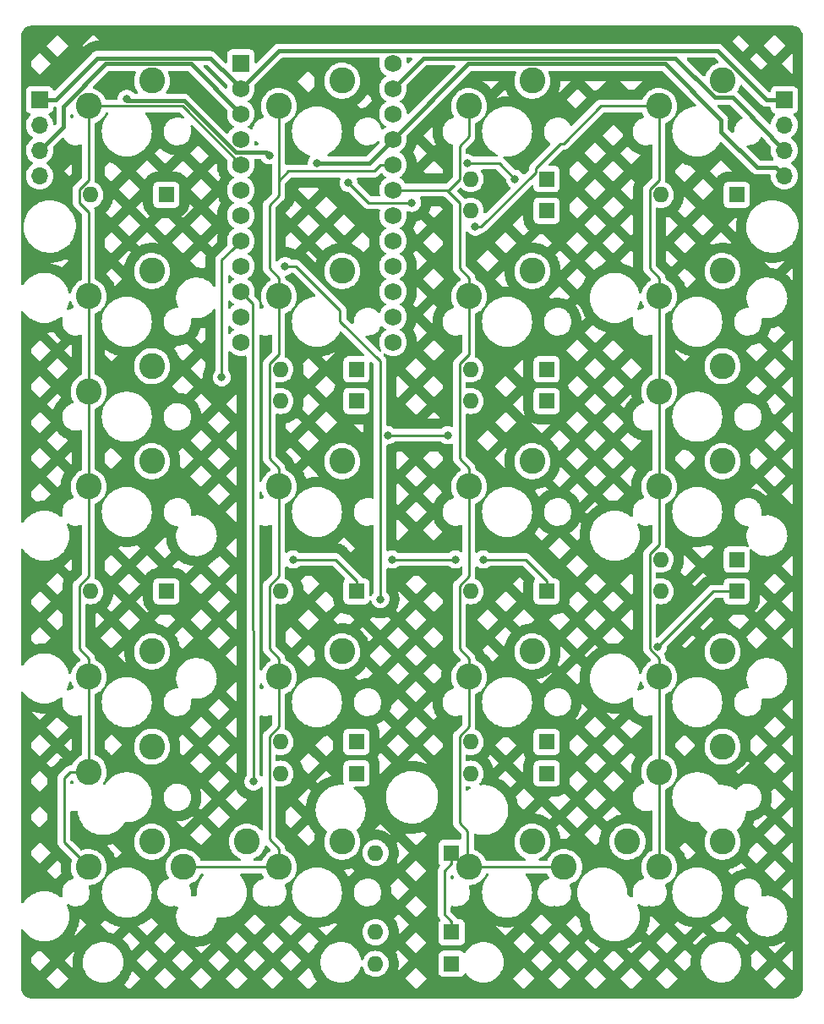
<source format=gbr>
G04 #@! TF.GenerationSoftware,KiCad,Pcbnew,(5.99.0-8711-gbabda304d9)*
G04 #@! TF.CreationDate,2021-01-31T05:22:19-06:00*
G04 #@! TF.ProjectId,65NumpadHATCHED,36354e75-6d70-4616-9448-415443484544,rev?*
G04 #@! TF.SameCoordinates,Original*
G04 #@! TF.FileFunction,Copper,L1,Top*
G04 #@! TF.FilePolarity,Positive*
%FSLAX46Y46*%
G04 Gerber Fmt 4.6, Leading zero omitted, Abs format (unit mm)*
G04 Created by KiCad (PCBNEW (5.99.0-8711-gbabda304d9)) date 2021-01-31 05:22:19*
%MOMM*%
%LPD*%
G01*
G04 APERTURE LIST*
G04 #@! TA.AperFunction,ComponentPad*
%ADD10C,2.600000*%
G04 #@! TD*
G04 #@! TA.AperFunction,ComponentPad*
%ADD11R,1.700000X1.700000*%
G04 #@! TD*
G04 #@! TA.AperFunction,ComponentPad*
%ADD12O,1.700000X1.700000*%
G04 #@! TD*
G04 #@! TA.AperFunction,ComponentPad*
%ADD13R,1.752600X1.752600*%
G04 #@! TD*
G04 #@! TA.AperFunction,ComponentPad*
%ADD14C,1.752600*%
G04 #@! TD*
G04 #@! TA.AperFunction,ComponentPad*
%ADD15R,1.600000X1.600000*%
G04 #@! TD*
G04 #@! TA.AperFunction,ComponentPad*
%ADD16O,1.600000X1.600000*%
G04 #@! TD*
G04 #@! TA.AperFunction,ViaPad*
%ADD17C,0.800000*%
G04 #@! TD*
G04 #@! TA.AperFunction,Conductor*
%ADD18C,0.254000*%
G04 #@! TD*
G04 #@! TA.AperFunction,Conductor*
%ADD19C,0.381000*%
G04 #@! TD*
G04 APERTURE END LIST*
D10*
X354171250Y-75247500D03*
X360521250Y-72707500D03*
X335121250Y-94297500D03*
X341471250Y-91757500D03*
X335121250Y-113347500D03*
X341471250Y-110807500D03*
X373221250Y-56197500D03*
X379571250Y-53657500D03*
X373221250Y-75247500D03*
X379571250Y-72707500D03*
X335121250Y-56197500D03*
X341471250Y-53657500D03*
X335121250Y-75247500D03*
X341471250Y-72707500D03*
X373221250Y-94297500D03*
X379571250Y-91757500D03*
X373221250Y-113347500D03*
X379571250Y-110807500D03*
X344646250Y-132397500D03*
X350996250Y-129857500D03*
X354171250Y-113347500D03*
X360521250Y-110807500D03*
X354171250Y-94297500D03*
X360521250Y-91757500D03*
X392271250Y-122872500D03*
X398621250Y-120332500D03*
X392271250Y-56197500D03*
X398621250Y-53657500D03*
X382746250Y-132397500D03*
X389096250Y-129857500D03*
X373221250Y-132397500D03*
X379571250Y-129857500D03*
X335121250Y-132397500D03*
X341471250Y-129857500D03*
X335121250Y-84772500D03*
X341471250Y-82232500D03*
X392271250Y-113347500D03*
X398621250Y-110807500D03*
X354171250Y-56197500D03*
X360521250Y-53657500D03*
D11*
X404812500Y-55562500D03*
D12*
X404812500Y-58102500D03*
X404812500Y-60642500D03*
X404812500Y-63182500D03*
D13*
X350361250Y-51911250D03*
D14*
X350361250Y-54451250D03*
X350361250Y-56991250D03*
X350361250Y-59531250D03*
X350361250Y-62071250D03*
X350361250Y-64611250D03*
X350361250Y-67151250D03*
X350361250Y-69691250D03*
X350361250Y-72231250D03*
X350361250Y-74771250D03*
X350361250Y-77311250D03*
X350361250Y-79851250D03*
X365601250Y-79851250D03*
X365601250Y-77311250D03*
X365601250Y-74771250D03*
X365601250Y-72231250D03*
X365601250Y-69691250D03*
X365601250Y-67151250D03*
X365601250Y-64611250D03*
X365601250Y-62071250D03*
X365601250Y-59531250D03*
X365601250Y-56991250D03*
X365601250Y-54451250D03*
X365601250Y-51911250D03*
D10*
X392271250Y-94297500D03*
X398621250Y-91757500D03*
X392271250Y-75247500D03*
X398621250Y-72707500D03*
X392271250Y-132397500D03*
X398621250Y-129857500D03*
X392271250Y-84772500D03*
X398621250Y-82232500D03*
X335121250Y-122872500D03*
X341471250Y-120332500D03*
X354171250Y-132397500D03*
X360521250Y-129857500D03*
D11*
X330200000Y-55562500D03*
D12*
X330200000Y-58102500D03*
X330200000Y-60642500D03*
X330200000Y-63182500D03*
D15*
X361950000Y-119856250D03*
D16*
X354330000Y-119856250D03*
D15*
X381000000Y-82550000D03*
D16*
X373380000Y-82550000D03*
D15*
X381000000Y-123031250D03*
D16*
X373380000Y-123031250D03*
D15*
X361950000Y-85725000D03*
D16*
X354330000Y-85725000D03*
D15*
X400050000Y-101600000D03*
D16*
X392430000Y-101600000D03*
D15*
X361950000Y-123031250D03*
D16*
X354330000Y-123031250D03*
D15*
X371475000Y-142081250D03*
D16*
X363855000Y-142081250D03*
D15*
X381000000Y-104775000D03*
D16*
X373380000Y-104775000D03*
D15*
X361950000Y-82550000D03*
D16*
X354330000Y-82550000D03*
D15*
X361950000Y-104775000D03*
D16*
X354330000Y-104775000D03*
D15*
X381000000Y-119856250D03*
D16*
X373380000Y-119856250D03*
D15*
X400050000Y-65087500D03*
D16*
X392430000Y-65087500D03*
D15*
X381000000Y-66675000D03*
D16*
X373380000Y-66675000D03*
D15*
X400050000Y-104775000D03*
D16*
X392430000Y-104775000D03*
D15*
X381000000Y-85725000D03*
D16*
X373380000Y-85725000D03*
D15*
X342900000Y-104775000D03*
D16*
X335280000Y-104775000D03*
D15*
X371475000Y-130968750D03*
D16*
X363855000Y-130968750D03*
D15*
X371475000Y-138906250D03*
D16*
X363855000Y-138906250D03*
D15*
X342900000Y-65087500D03*
D16*
X335280000Y-65087500D03*
D15*
X381000000Y-63500000D03*
D16*
X373380000Y-63500000D03*
D17*
X367506250Y-65881250D03*
X361156250Y-63884250D03*
X373856250Y-68262500D03*
X357981250Y-61912500D03*
X338931250Y-55470500D03*
X353218750Y-61118750D03*
X351631250Y-123825000D03*
X354806250Y-72231250D03*
X392117056Y-110326694D03*
X364331250Y-105568750D03*
X371856000Y-101600000D03*
X374650000Y-101600000D03*
X348456250Y-83343750D03*
X355600000Y-101600000D03*
X371094000Y-89154000D03*
X365058250Y-89154000D03*
X365506000Y-101600000D03*
X373062500Y-61912500D03*
X377825000Y-63500000D03*
D18*
X335121250Y-111509023D02*
X335121250Y-113347500D01*
X332649249Y-123506024D02*
X332649249Y-129925499D01*
X334152999Y-64546539D02*
X334152999Y-65865499D01*
X335121250Y-84772500D02*
X335121250Y-94297500D01*
X334152999Y-65865499D02*
X335121250Y-66833750D01*
X335121250Y-63578288D02*
X334152999Y-64546539D01*
X334152999Y-110540772D02*
X335121250Y-111509023D01*
X335121250Y-94297500D02*
X335121250Y-103265788D01*
X333282773Y-122872500D02*
X332649249Y-123506024D01*
X335121250Y-103265788D02*
X334152999Y-104234039D01*
X333821251Y-131097501D02*
X335121250Y-132397500D01*
X332649249Y-129925499D02*
X333821251Y-131097501D01*
X334152999Y-104234039D02*
X334152999Y-110540772D01*
X335121250Y-73409023D02*
X335121250Y-75247500D01*
X335121250Y-75247500D02*
X335121250Y-78296462D01*
X335121250Y-122872500D02*
X333282773Y-122872500D01*
X335121250Y-66833750D02*
X335121250Y-73409023D01*
X335121250Y-78296462D02*
X335121250Y-84772500D01*
X355123750Y-62706250D02*
X354171250Y-63658750D01*
X344487500Y-56197500D02*
X350361250Y-62071250D01*
X335121250Y-56197500D02*
X335121250Y-63578288D01*
X335121250Y-56197500D02*
X344487500Y-56197500D01*
X354171250Y-92459023D02*
X354171250Y-94297500D01*
X335121250Y-113347500D02*
X335121250Y-122872500D01*
X365601250Y-62071250D02*
X364361975Y-62071250D01*
X353202999Y-72440772D02*
X354171250Y-73409023D01*
X354171250Y-103265788D02*
X353202999Y-104234039D01*
X353202999Y-104234039D02*
X353202999Y-110540772D01*
X364361975Y-62071250D02*
X363726975Y-62706250D01*
X354171250Y-63658750D02*
X354171250Y-65165788D01*
X353202999Y-66134039D02*
X353202999Y-72440772D01*
X354171250Y-65165788D02*
X353202999Y-66134039D01*
X353202999Y-82009039D02*
X353202999Y-91490772D01*
X354171250Y-75247500D02*
X354171250Y-81040788D01*
X354171250Y-111509023D02*
X354171250Y-113347500D01*
X354171250Y-130559023D02*
X354171250Y-132397500D01*
X354171250Y-73409023D02*
X354171250Y-75247500D01*
X363726975Y-62706250D02*
X355123750Y-62706250D01*
X354171250Y-94297500D02*
X354171250Y-103265788D01*
X353202999Y-129590772D02*
X354171250Y-130559023D01*
X353202999Y-110540772D02*
X354171250Y-111509023D01*
X354171250Y-81040788D02*
X353202999Y-82009039D01*
X354171250Y-56197500D02*
X354171250Y-63658750D01*
X354171250Y-113347500D02*
X354171250Y-118347038D01*
X353202999Y-119315289D02*
X353202999Y-129590772D01*
X344646250Y-132397500D02*
X354171250Y-132397500D01*
X373221250Y-81040788D02*
X372252999Y-82009039D01*
X373221250Y-58035977D02*
X373221250Y-56197500D01*
X373221250Y-59246462D02*
X373221250Y-58035977D01*
X373221250Y-118347038D02*
X372252999Y-119315289D01*
X373221250Y-113347500D02*
X373221250Y-118347038D01*
X353202999Y-91490772D02*
X354171250Y-92459023D01*
X354171250Y-118347038D02*
X353202999Y-119315289D01*
X373221250Y-75247500D02*
X373221250Y-81040788D01*
X371157500Y-64611250D02*
X372252999Y-63515751D01*
X373221250Y-103265788D02*
X372252999Y-104234039D01*
X373221250Y-75247500D02*
X373221250Y-73409023D01*
X370998750Y-64611250D02*
X372252999Y-65865499D01*
X373221250Y-111509023D02*
X373221250Y-113347500D01*
X372252999Y-127970647D02*
X373062500Y-128780148D01*
X372252999Y-91490772D02*
X373221250Y-92459023D01*
X372252999Y-60214713D02*
X373221250Y-59246462D01*
X372252999Y-63515751D02*
X372252999Y-63484249D01*
X365601250Y-64611250D02*
X370998750Y-64611250D01*
X373062500Y-132238750D02*
X373221250Y-132397500D01*
X372252999Y-104234039D02*
X372252999Y-110540772D01*
X373221250Y-132397500D02*
X382746250Y-132397500D01*
X373221250Y-73409023D02*
X372252999Y-72440772D01*
X373221250Y-92459023D02*
X373221250Y-94297500D01*
X373221250Y-94297500D02*
X373221250Y-103265788D01*
X370998750Y-64611250D02*
X371157500Y-64611250D01*
X372252999Y-72440772D02*
X372252999Y-65865499D01*
X372252999Y-119315289D02*
X372252999Y-127970647D01*
X372252999Y-82009039D02*
X372252999Y-91490772D01*
X373062500Y-128780148D02*
X373062500Y-132238750D01*
X372252999Y-63484249D02*
X372252999Y-60214713D01*
X372252999Y-110540772D02*
X373221250Y-111509023D01*
X391302999Y-72440772D02*
X392271250Y-73409023D01*
X392271250Y-100090788D02*
X391302999Y-101059039D01*
X391302999Y-101059039D02*
X391302999Y-110540772D01*
X392271250Y-122872500D02*
X392271250Y-132397500D01*
X392271250Y-63578288D02*
X391302999Y-64546539D01*
X374421935Y-68262500D02*
X379872999Y-62811436D01*
X382688211Y-59939501D02*
X386430212Y-56197500D01*
X373856250Y-68262500D02*
X374421935Y-68262500D01*
X392271250Y-73409023D02*
X392271250Y-75247500D01*
X392271250Y-75247500D02*
X392271250Y-84772500D01*
X391302999Y-64546539D02*
X391302999Y-72440772D01*
X379872999Y-62811436D02*
X379872999Y-62438399D01*
X391302999Y-110540772D02*
X392271250Y-111509023D01*
X392271250Y-56197500D02*
X392271250Y-63578288D01*
X392271250Y-87821462D02*
X392271250Y-94297500D01*
X386430212Y-56197500D02*
X392271250Y-56197500D01*
X392271250Y-84772500D02*
X392271250Y-87821462D01*
X392271250Y-113347500D02*
X392271250Y-122872500D01*
X392271250Y-111509023D02*
X392271250Y-113347500D01*
X382371897Y-59939501D02*
X382688211Y-59939501D01*
X392271250Y-94297500D02*
X392271250Y-100090788D01*
X379872999Y-62438399D02*
X382371897Y-59939501D01*
D19*
X349484951Y-53574951D02*
X350361250Y-54451250D01*
X403028192Y-55562500D02*
X398110141Y-50644449D01*
X347295990Y-51385990D02*
X349484951Y-53574951D01*
X330200000Y-55562500D02*
X331787500Y-55562500D01*
X331787500Y-55562500D02*
X335964010Y-51385990D01*
X398110141Y-50644449D02*
X395443051Y-50644449D01*
X350361250Y-54451250D02*
X354168051Y-50644449D01*
X354168051Y-50644449D02*
X395443051Y-50644449D01*
X403571999Y-59401999D02*
X403571999Y-59275307D01*
X397869773Y-55348001D02*
X393907761Y-51385989D01*
X404812500Y-60642500D02*
X403571999Y-59401999D01*
X336849809Y-51966999D02*
X340098249Y-51966999D01*
X404812500Y-55562500D02*
X403028192Y-55562500D01*
X335964010Y-51385990D02*
X347295990Y-51385990D01*
X403571999Y-59275307D02*
X399644693Y-55348001D01*
X368666511Y-51385989D02*
X393907761Y-51385989D01*
X332585749Y-56231059D02*
X336849809Y-51966999D01*
X345336999Y-51966999D02*
X340098249Y-51966999D01*
X365601250Y-54451250D02*
X368666511Y-51385989D01*
X350361250Y-56991250D02*
X345336999Y-51966999D01*
X332585749Y-58256751D02*
X332585749Y-56231059D01*
X330200000Y-60642500D02*
X332585749Y-58256751D01*
X399644693Y-55348001D02*
X397869773Y-55348001D01*
X352904449Y-60804449D02*
X353218750Y-61118750D01*
X373165501Y-51966999D02*
X365601250Y-59531250D01*
X392848691Y-51966999D02*
X391739251Y-51966999D01*
X344701859Y-55679990D02*
X339140740Y-55679990D01*
X391739251Y-51966999D02*
X373165501Y-51966999D01*
X339140740Y-55679990D02*
X338931250Y-55470500D01*
X404812500Y-63182500D02*
X403962501Y-62332501D01*
X398471751Y-57590059D02*
X392848691Y-51966999D01*
X402057501Y-62332501D02*
X398471751Y-58746751D01*
X363220000Y-61912500D02*
X365601250Y-59531250D01*
X403962501Y-62332501D02*
X402057501Y-62332501D01*
X344701859Y-55679990D02*
X349826317Y-60804449D01*
X349826317Y-60804449D02*
X352904449Y-60804449D01*
X357981250Y-61912500D02*
X363220000Y-61912500D01*
X398471751Y-58746751D02*
X398471751Y-57590059D01*
D18*
X371475000Y-137852250D02*
X370749249Y-137126499D01*
X371475000Y-132022750D02*
X371475000Y-130968750D01*
X351631250Y-108743750D02*
X351631250Y-123825000D01*
X370749249Y-137126499D02*
X370749249Y-132748501D01*
X350361250Y-74771250D02*
X351564551Y-75974551D01*
X351564551Y-108677051D02*
X351631250Y-108743750D01*
X370749249Y-132748501D02*
X371475000Y-132022750D01*
X371475000Y-138906250D02*
X371475000Y-137852250D01*
X351564551Y-75974551D02*
X351564551Y-108677051D01*
X360308251Y-76670539D02*
X355868962Y-72231250D01*
X400050000Y-104775000D02*
X397668750Y-104775000D01*
X397668750Y-104775000D02*
X392117056Y-110326694D01*
X364331250Y-81756250D02*
X360308251Y-77733251D01*
X364331250Y-105568750D02*
X364331250Y-81756250D01*
X360308251Y-77733251D02*
X360308251Y-76670539D01*
X355868962Y-72231250D02*
X354806250Y-72231250D01*
X348456250Y-82550000D02*
X348456250Y-83343750D01*
X348456250Y-71596250D02*
X349484951Y-70567549D01*
X359829000Y-101600000D02*
X361950000Y-103721000D01*
X381000000Y-103721000D02*
X381000000Y-104775000D01*
X349484951Y-70567549D02*
X350361250Y-69691250D01*
X371856000Y-101600000D02*
X365506000Y-101600000D01*
X374650000Y-101600000D02*
X378879000Y-101600000D01*
X355600000Y-101600000D02*
X359829000Y-101600000D01*
X348456250Y-82550000D02*
X348456250Y-71596250D01*
X378879000Y-101600000D02*
X381000000Y-103721000D01*
X361950000Y-103721000D02*
X361950000Y-104775000D01*
X371094000Y-89154000D02*
X365058250Y-89154000D01*
X377825000Y-63500000D02*
X376237500Y-61912500D01*
X376237500Y-61912500D02*
X373062500Y-61912500D01*
X363153250Y-65881250D02*
X367506250Y-65881250D01*
X361156250Y-63884250D02*
X363153250Y-65881250D01*
G04 #@! TA.AperFunction,NonConductor*
G36*
X367484446Y-51363451D02*
G01*
X367530939Y-51417107D01*
X367541043Y-51487381D01*
X367511549Y-51551961D01*
X367505420Y-51558545D01*
X367195415Y-51868549D01*
X367133103Y-51902574D01*
X367062287Y-51897509D01*
X367005452Y-51854962D01*
X366980771Y-51790106D01*
X366971632Y-51682394D01*
X366971631Y-51682390D01*
X366971181Y-51677083D01*
X366925505Y-51501102D01*
X366927752Y-51430143D01*
X366968006Y-51371661D01*
X367033488Y-51344227D01*
X367047464Y-51343449D01*
X367416325Y-51343449D01*
X367484446Y-51363451D01*
G37*
G04 #@! TD.AperFunction*
G04 #@! TA.AperFunction,NonConductor*
G36*
X397836537Y-51363451D02*
G01*
X397857511Y-51380354D01*
X398183972Y-51706815D01*
X398217998Y-51769127D01*
X398212933Y-51839942D01*
X398170386Y-51896778D01*
X398130136Y-51916876D01*
X397990642Y-51957535D01*
X397990637Y-51957537D01*
X397986149Y-51958845D01*
X397981902Y-51960803D01*
X397981899Y-51960804D01*
X397948824Y-51976052D01*
X397742048Y-52071377D01*
X397709261Y-52092873D01*
X397521174Y-52216188D01*
X397521169Y-52216192D01*
X397517261Y-52218754D01*
X397316727Y-52397737D01*
X397144852Y-52604395D01*
X397005410Y-52834188D01*
X397003601Y-52838502D01*
X397003600Y-52838504D01*
X396904637Y-53074504D01*
X396901465Y-53082068D01*
X396900314Y-53086600D01*
X396893406Y-53113801D01*
X396857251Y-53174902D01*
X396793802Y-53206756D01*
X396723203Y-53199251D01*
X396682188Y-53171880D01*
X395068852Y-51558544D01*
X395034826Y-51496232D01*
X395039891Y-51425417D01*
X395082438Y-51368581D01*
X395148958Y-51343770D01*
X395157947Y-51343449D01*
X397768416Y-51343449D01*
X397836537Y-51363451D01*
G37*
G04 #@! TD.AperFunction*
G04 #@! TA.AperFunction,NonConductor*
G36*
X347022386Y-52104992D02*
G01*
X347043360Y-52121895D01*
X348971465Y-54050000D01*
X349005491Y-54112312D01*
X349006359Y-54161516D01*
X348993091Y-54234889D01*
X348977618Y-54320458D01*
X348977567Y-54325797D01*
X348977441Y-54327129D01*
X348951119Y-54393066D01*
X348893327Y-54434305D01*
X348822414Y-54437752D01*
X348762905Y-54404370D01*
X346658621Y-52300085D01*
X346624595Y-52237773D01*
X346629660Y-52166957D01*
X346672207Y-52110122D01*
X346738727Y-52085311D01*
X346747716Y-52084990D01*
X346954265Y-52084990D01*
X347022386Y-52104992D01*
G37*
G04 #@! TD.AperFunction*
G04 #@! TA.AperFunction,NonConductor*
G36*
X339804593Y-52686001D02*
G01*
X339851086Y-52739657D01*
X339861190Y-52809931D01*
X339852669Y-52840724D01*
X339844224Y-52860864D01*
X339754637Y-53074504D01*
X339751465Y-53082068D01*
X339750314Y-53086600D01*
X339750313Y-53086603D01*
X339739837Y-53127852D01*
X339685301Y-53342589D01*
X339658371Y-53610028D01*
X339671268Y-53878510D01*
X339672181Y-53883100D01*
X339717774Y-54112312D01*
X339723706Y-54142137D01*
X339725285Y-54146535D01*
X339725287Y-54146542D01*
X339772045Y-54276772D01*
X339814535Y-54395117D01*
X339816747Y-54399234D01*
X339816748Y-54399236D01*
X339871323Y-54500804D01*
X339941760Y-54631893D01*
X340044140Y-54768996D01*
X340052059Y-54779601D01*
X340076791Y-54846151D01*
X340061617Y-54915507D01*
X340011355Y-54965649D01*
X339951101Y-54980990D01*
X339768095Y-54980990D01*
X339699974Y-54960988D01*
X339670616Y-54933262D01*
X339670287Y-54933558D01*
X339666632Y-54929499D01*
X339665868Y-54928650D01*
X339665865Y-54928646D01*
X339546923Y-54796548D01*
X339546922Y-54796547D01*
X339542501Y-54791637D01*
X339537159Y-54787756D01*
X339537157Y-54787754D01*
X339393342Y-54683267D01*
X339393341Y-54683266D01*
X339388000Y-54679386D01*
X339381972Y-54676702D01*
X339381970Y-54676701D01*
X339219568Y-54604395D01*
X339219567Y-54604395D01*
X339213537Y-54601710D01*
X339102015Y-54578005D01*
X339033194Y-54563376D01*
X339033189Y-54563376D01*
X339026737Y-54562004D01*
X338835763Y-54562004D01*
X338829311Y-54563376D01*
X338829306Y-54563376D01*
X338760485Y-54578005D01*
X338648963Y-54601710D01*
X338642933Y-54604395D01*
X338642932Y-54604395D01*
X338480530Y-54676701D01*
X338480528Y-54676702D01*
X338474500Y-54679386D01*
X338469159Y-54683266D01*
X338469158Y-54683267D01*
X338325343Y-54787754D01*
X338325341Y-54787756D01*
X338319999Y-54791637D01*
X338192213Y-54933558D01*
X338148150Y-55009877D01*
X338112644Y-55071376D01*
X338096726Y-55098946D01*
X338094684Y-55105231D01*
X338041451Y-55269067D01*
X338037712Y-55280573D01*
X338021816Y-55431820D01*
X338019992Y-55449170D01*
X337992979Y-55514827D01*
X337934757Y-55555457D01*
X337894682Y-55562000D01*
X336900759Y-55562000D01*
X336832638Y-55541998D01*
X336786145Y-55488342D01*
X336783326Y-55481667D01*
X336774306Y-55458472D01*
X336758088Y-55416768D01*
X336755770Y-55412712D01*
X336627029Y-55187461D01*
X336627027Y-55187459D01*
X336624710Y-55183404D01*
X336458302Y-54972317D01*
X336262523Y-54788146D01*
X336041671Y-54634936D01*
X335822307Y-54526757D01*
X335804785Y-54518116D01*
X335804781Y-54518115D01*
X335800599Y-54516052D01*
X335702915Y-54484783D01*
X335610062Y-54455060D01*
X335551282Y-54415242D01*
X335523360Y-54349967D01*
X335535161Y-54279958D01*
X335559380Y-54245963D01*
X337102439Y-52702904D01*
X337164751Y-52668878D01*
X337191534Y-52665999D01*
X339736472Y-52665999D01*
X339804593Y-52686001D01*
G37*
G04 #@! TD.AperFunction*
G04 #@! TA.AperFunction,NonConductor*
G36*
X371822907Y-52104991D02*
G01*
X371869400Y-52158647D01*
X371879504Y-52228921D01*
X371850010Y-52293501D01*
X371843881Y-52300084D01*
X367195415Y-56948549D01*
X367133103Y-56982575D01*
X367062288Y-56977510D01*
X367005452Y-56934963D01*
X366980771Y-56870107D01*
X366971632Y-56762394D01*
X366971631Y-56762390D01*
X366971181Y-56757083D01*
X366969843Y-56751928D01*
X366969842Y-56751922D01*
X366918581Y-56554423D01*
X366912141Y-56529612D01*
X366860590Y-56415172D01*
X366817809Y-56320202D01*
X366817808Y-56320199D01*
X366815619Y-56315341D01*
X366684374Y-56120396D01*
X366657829Y-56092569D01*
X366608599Y-56040963D01*
X366522159Y-55950351D01*
X366348771Y-55821347D01*
X366306058Y-55764637D01*
X366300785Y-55693836D01*
X366334627Y-55631425D01*
X366350722Y-55617746D01*
X366456721Y-55541998D01*
X366497661Y-55512742D01*
X366497663Y-55512740D01*
X366502007Y-55509636D01*
X366551863Y-55459343D01*
X366663703Y-55346523D01*
X366663704Y-55346522D01*
X366667456Y-55342737D01*
X366682994Y-55320588D01*
X366799355Y-55154715D01*
X366799356Y-55154713D01*
X366802419Y-55150347D01*
X366903037Y-54937968D01*
X366966433Y-54711673D01*
X366967786Y-54698689D01*
X366990487Y-54480881D01*
X366990488Y-54480871D01*
X366990794Y-54477931D01*
X366990925Y-54464253D01*
X366991022Y-54454213D01*
X366991022Y-54454204D01*
X366991050Y-54451250D01*
X366989596Y-54434107D01*
X366981690Y-54340941D01*
X366971181Y-54217083D01*
X366958952Y-54169967D01*
X366961198Y-54099009D01*
X366991816Y-54049219D01*
X368919141Y-52121894D01*
X368981453Y-52087868D01*
X369008236Y-52084989D01*
X371754786Y-52084989D01*
X371822907Y-52104991D01*
G37*
G04 #@! TD.AperFunction*
G04 #@! TA.AperFunction,NonConductor*
G36*
X333493261Y-57005997D02*
G01*
X333521741Y-57041582D01*
X333591760Y-57171893D01*
X333594555Y-57175636D01*
X333606898Y-57192165D01*
X333631630Y-57258714D01*
X333616456Y-57328070D01*
X333566194Y-57378213D01*
X333531814Y-57390869D01*
X333452250Y-57407563D01*
X333447285Y-57409524D01*
X333446961Y-57409621D01*
X333375966Y-57410041D01*
X333316014Y-57372011D01*
X333286140Y-57307605D01*
X333284749Y-57288937D01*
X333284749Y-57101221D01*
X333304751Y-57033100D01*
X333358407Y-56986607D01*
X333428681Y-56976503D01*
X333493261Y-57005997D01*
G37*
G04 #@! TD.AperFunction*
G04 #@! TA.AperFunction,NonConductor*
G36*
X400533901Y-54068654D02*
G01*
X400571884Y-54094727D01*
X402515082Y-56037925D01*
X402520936Y-56044191D01*
X402557124Y-56085674D01*
X402563342Y-56090044D01*
X402608649Y-56121886D01*
X402613925Y-56125804D01*
X402663501Y-56164677D01*
X402670422Y-56167802D01*
X402673465Y-56169645D01*
X402686157Y-56176884D01*
X402689300Y-56178570D01*
X402695516Y-56182938D01*
X402702590Y-56185696D01*
X402702599Y-56185701D01*
X402754208Y-56205823D01*
X402760285Y-56208377D01*
X402810741Y-56231157D01*
X402817667Y-56234284D01*
X402825135Y-56235668D01*
X402828571Y-56236745D01*
X402842621Y-56240747D01*
X402846039Y-56241624D01*
X402853114Y-56244383D01*
X402915569Y-56252605D01*
X402922067Y-56253635D01*
X402983988Y-56265111D01*
X402991568Y-56264674D01*
X402991569Y-56264674D01*
X403042984Y-56261709D01*
X403050238Y-56261500D01*
X403323000Y-56261500D01*
X403391121Y-56281502D01*
X403437614Y-56335158D01*
X403449000Y-56387500D01*
X403449000Y-56412500D01*
X403454227Y-56485579D01*
X403495404Y-56625816D01*
X403500275Y-56633395D01*
X403569551Y-56741191D01*
X403569553Y-56741194D01*
X403574423Y-56748771D01*
X403581233Y-56754672D01*
X403678069Y-56838582D01*
X403678072Y-56838584D01*
X403684881Y-56844484D01*
X403817830Y-56905200D01*
X403824139Y-56906107D01*
X403882744Y-56943769D01*
X403912238Y-57008349D01*
X403902136Y-57078623D01*
X403870101Y-57121449D01*
X403834992Y-57151915D01*
X403831609Y-57156041D01*
X403831605Y-57156045D01*
X403743345Y-57263687D01*
X403688804Y-57330205D01*
X403686165Y-57334841D01*
X403686163Y-57334844D01*
X403600892Y-57484644D01*
X403574745Y-57530577D01*
X403496078Y-57747302D01*
X403495129Y-57752551D01*
X403495128Y-57752554D01*
X403485892Y-57803632D01*
X403469763Y-57892829D01*
X403467933Y-57902947D01*
X403436129Y-57966421D01*
X403375056Y-58002624D01*
X403304106Y-58000062D01*
X403254849Y-57969621D01*
X400157804Y-54872576D01*
X400151950Y-54866310D01*
X400123310Y-54833479D01*
X400093602Y-54768996D01*
X400103472Y-54698689D01*
X400112288Y-54682487D01*
X400142677Y-54635243D01*
X400214985Y-54522827D01*
X400325383Y-54277754D01*
X400340672Y-54223542D01*
X400361520Y-54149621D01*
X400399261Y-54089487D01*
X400463522Y-54059304D01*
X400533901Y-54068654D01*
G37*
G04 #@! TD.AperFunction*
G04 #@! TA.AperFunction,NonConductor*
G36*
X331828870Y-56281502D02*
G01*
X331875363Y-56335158D01*
X331886749Y-56387500D01*
X331886749Y-57915026D01*
X331866747Y-57983147D01*
X331849844Y-58004121D01*
X331769922Y-58084043D01*
X331707610Y-58118069D01*
X331636795Y-58113004D01*
X331579959Y-58070457D01*
X331555278Y-58005601D01*
X331555153Y-58004121D01*
X331546568Y-57902947D01*
X331544458Y-57878076D01*
X331544457Y-57878072D01*
X331544007Y-57872765D01*
X331542631Y-57867461D01*
X331505313Y-57723682D01*
X331486084Y-57649598D01*
X331471262Y-57616693D01*
X331393578Y-57444243D01*
X331393577Y-57444241D01*
X331391388Y-57439382D01*
X331371635Y-57410041D01*
X331339592Y-57362446D01*
X331262627Y-57248126D01*
X331256509Y-57241712D01*
X331141783Y-57121449D01*
X331130868Y-57110007D01*
X331098321Y-57046910D01*
X331105052Y-56976233D01*
X331148926Y-56920416D01*
X331186538Y-56902140D01*
X331219545Y-56892448D01*
X331254670Y-56882135D01*
X331254672Y-56882134D01*
X331263316Y-56879596D01*
X331301472Y-56855074D01*
X331378691Y-56805449D01*
X331378694Y-56805447D01*
X331386271Y-56800577D01*
X331428431Y-56751922D01*
X331476082Y-56696931D01*
X331476084Y-56696928D01*
X331481984Y-56690119D01*
X331487725Y-56677549D01*
X331538958Y-56565364D01*
X331538958Y-56565363D01*
X331542700Y-56557170D01*
X331546662Y-56529612D01*
X331562861Y-56416948D01*
X331562862Y-56416941D01*
X331563500Y-56412500D01*
X331563500Y-56387500D01*
X331583502Y-56319379D01*
X331637158Y-56272886D01*
X331689500Y-56261500D01*
X331760749Y-56261500D01*
X331828870Y-56281502D01*
G37*
G04 #@! TD.AperFunction*
G04 #@! TA.AperFunction,NonConductor*
G36*
X399371089Y-56067003D02*
G01*
X399392063Y-56083906D01*
X400593130Y-57284973D01*
X400627156Y-57347285D01*
X400622091Y-57418100D01*
X400579544Y-57474936D01*
X400553592Y-57489429D01*
X400553614Y-57489473D01*
X400552716Y-57489919D01*
X400550311Y-57491262D01*
X400543874Y-57493804D01*
X400539315Y-57496571D01*
X400539312Y-57496572D01*
X400451469Y-57549877D01*
X400343151Y-57615606D01*
X400339121Y-57619103D01*
X400186400Y-57751628D01*
X400165820Y-57769486D01*
X400162437Y-57773612D01*
X400162433Y-57773616D01*
X400020335Y-57946917D01*
X400020331Y-57946923D01*
X400016951Y-57951045D01*
X400014312Y-57955681D01*
X400014310Y-57955684D01*
X399941244Y-58084043D01*
X399900801Y-58155091D01*
X399898980Y-58160107D01*
X399898978Y-58160112D01*
X399823276Y-58368667D01*
X399820691Y-58375789D01*
X399819742Y-58381038D01*
X399819741Y-58381041D01*
X399784691Y-58574871D01*
X399778912Y-58606831D01*
X399777489Y-58755123D01*
X399777433Y-58760922D01*
X399756778Y-58828848D01*
X399702679Y-58874824D01*
X399632311Y-58884253D01*
X399568016Y-58854141D01*
X399562344Y-58848808D01*
X399207656Y-58494120D01*
X399173630Y-58431808D01*
X399170751Y-58405025D01*
X399170751Y-57616693D01*
X399171043Y-57608124D01*
X399174270Y-57560791D01*
X399174270Y-57560787D01*
X399174786Y-57553215D01*
X399173323Y-57544828D01*
X399163958Y-57491169D01*
X399162995Y-57484644D01*
X399158005Y-57443408D01*
X399155430Y-57422131D01*
X399152745Y-57415026D01*
X399151895Y-57411563D01*
X399148043Y-57397484D01*
X399147012Y-57394070D01*
X399145705Y-57386581D01*
X399135111Y-57362446D01*
X399120394Y-57328921D01*
X399117901Y-57322815D01*
X399117672Y-57322208D01*
X399095638Y-57263899D01*
X399091333Y-57257636D01*
X399089662Y-57254439D01*
X399082578Y-57241712D01*
X399080768Y-57238651D01*
X399077714Y-57231694D01*
X399039379Y-57181735D01*
X399035501Y-57176398D01*
X399004131Y-57130754D01*
X399004129Y-57130752D01*
X398999829Y-57124495D01*
X398955688Y-57085167D01*
X398950412Y-57080185D01*
X398132323Y-56262096D01*
X398098297Y-56199784D01*
X398103362Y-56128969D01*
X398145909Y-56072133D01*
X398212429Y-56047322D01*
X398221418Y-56047001D01*
X399302968Y-56047001D01*
X399371089Y-56067003D01*
G37*
G04 #@! TD.AperFunction*
G04 #@! TA.AperFunction,NonConductor*
G36*
X345063395Y-52686001D02*
G01*
X345084369Y-52702904D01*
X348971465Y-56590001D01*
X349005491Y-56652313D01*
X349006359Y-56701517D01*
X348979243Y-56851473D01*
X348977618Y-56860458D01*
X348977039Y-56920773D01*
X348975461Y-57085167D01*
X348975362Y-57095455D01*
X349012733Y-57327473D01*
X349036635Y-57397484D01*
X349081723Y-57529551D01*
X349088662Y-57549877D01*
X349200978Y-57756308D01*
X349346470Y-57940864D01*
X349520978Y-58098267D01*
X349609766Y-58154505D01*
X349656610Y-58207852D01*
X349667176Y-58278058D01*
X349638108Y-58342832D01*
X349607708Y-58368667D01*
X349546949Y-58405536D01*
X349546945Y-58405539D01*
X349542385Y-58408306D01*
X349538355Y-58411803D01*
X349405174Y-58527372D01*
X349364888Y-58562330D01*
X349361501Y-58566461D01*
X349219263Y-58739931D01*
X349219259Y-58739937D01*
X349215879Y-58744059D01*
X349213240Y-58748695D01*
X349213238Y-58748698D01*
X349130250Y-58894487D01*
X349079167Y-58943794D01*
X349009537Y-58957655D01*
X348943466Y-58931672D01*
X348931653Y-58921250D01*
X348094447Y-58084043D01*
X345214970Y-55204565D01*
X345209116Y-55198300D01*
X345196121Y-55183404D01*
X345172927Y-55156816D01*
X345121386Y-55120592D01*
X345116126Y-55116686D01*
X345066550Y-55077813D01*
X345059625Y-55074686D01*
X345056566Y-55072834D01*
X345043904Y-55065612D01*
X345040753Y-55063922D01*
X345034535Y-55059552D01*
X344975849Y-55036671D01*
X344969771Y-55034116D01*
X344926454Y-55014558D01*
X344912384Y-55008205D01*
X344904917Y-55006821D01*
X344901500Y-55005750D01*
X344887457Y-55001750D01*
X344884013Y-55000866D01*
X344876937Y-54998107D01*
X344846357Y-54994081D01*
X344814493Y-54989886D01*
X344807979Y-54988854D01*
X344753531Y-54978763D01*
X344753530Y-54978763D01*
X344746063Y-54977379D01*
X344738483Y-54977816D01*
X344738482Y-54977816D01*
X344687067Y-54980781D01*
X344679813Y-54980990D01*
X342994118Y-54980990D01*
X342925997Y-54960988D01*
X342879504Y-54907332D01*
X342869400Y-54837058D01*
X342899385Y-54771915D01*
X342919575Y-54748892D01*
X342923926Y-54742129D01*
X343039785Y-54562004D01*
X343064985Y-54522827D01*
X343175383Y-54277754D01*
X343186874Y-54237012D01*
X343233487Y-54071730D01*
X343248343Y-54019054D01*
X343280500Y-53766287D01*
X343281867Y-53755541D01*
X343281867Y-53755537D01*
X343282265Y-53752411D01*
X343282793Y-53732271D01*
X343284667Y-53660660D01*
X343284750Y-53657500D01*
X343274019Y-53513093D01*
X343265176Y-53394100D01*
X343265175Y-53394096D01*
X343264830Y-53389448D01*
X343205509Y-53127284D01*
X343108088Y-52876768D01*
X343095374Y-52854522D01*
X343078936Y-52785456D01*
X343102448Y-52718466D01*
X343158446Y-52674822D01*
X343204766Y-52665999D01*
X344995274Y-52665999D01*
X345063395Y-52686001D01*
G37*
G04 #@! TD.AperFunction*
G04 #@! TA.AperFunction,NonConductor*
G36*
X351889639Y-59701799D02*
G01*
X351933053Y-59727387D01*
X352057793Y-59839901D01*
X352057799Y-59839905D01*
X352061764Y-59843482D01*
X352107758Y-59872614D01*
X352108375Y-59873005D01*
X352155220Y-59926353D01*
X352165787Y-59996559D01*
X352136720Y-60061332D01*
X352077248Y-60100109D01*
X352040954Y-60105449D01*
X351804679Y-60105449D01*
X351736558Y-60085447D01*
X351690065Y-60031791D01*
X351679961Y-59961517D01*
X351683350Y-59945459D01*
X351684358Y-59941863D01*
X351726433Y-59791673D01*
X351727630Y-59792008D01*
X351757301Y-59734177D01*
X351818716Y-59698559D01*
X351889639Y-59701799D01*
G37*
G04 #@! TD.AperFunction*
G04 #@! TA.AperFunction,NonConductor*
G36*
X402591279Y-59286679D02*
G01*
X402610772Y-59302615D01*
X402870290Y-59562133D01*
X402896608Y-59606108D01*
X402898046Y-59605477D01*
X402923363Y-59663153D01*
X402925854Y-59669257D01*
X402948112Y-59728159D01*
X402952414Y-59734419D01*
X402954074Y-59737594D01*
X402961169Y-59750341D01*
X402962981Y-59753405D01*
X402966036Y-59760364D01*
X402990318Y-59792008D01*
X403004371Y-59810323D01*
X403008249Y-59815660D01*
X403027371Y-59843482D01*
X403043921Y-59867563D01*
X403049589Y-59872613D01*
X403049590Y-59872614D01*
X403088062Y-59906891D01*
X403093338Y-59911873D01*
X403445268Y-60263803D01*
X403479294Y-60326115D01*
X403480162Y-60375319D01*
X403456001Y-60508929D01*
X403455051Y-60514183D01*
X403453964Y-60627446D01*
X403453597Y-60665710D01*
X403452838Y-60744733D01*
X403489502Y-60972361D01*
X403563994Y-61190556D01*
X403566544Y-61195243D01*
X403566545Y-61195245D01*
X403603286Y-61262773D01*
X403674185Y-61393080D01*
X403677489Y-61397271D01*
X403677493Y-61397277D01*
X403702892Y-61429496D01*
X403729357Y-61495375D01*
X403716004Y-61565105D01*
X403667071Y-61616545D01*
X403603942Y-61633501D01*
X402399226Y-61633501D01*
X402331105Y-61613499D01*
X402310131Y-61596596D01*
X401050883Y-60337347D01*
X401016857Y-60275035D01*
X401021922Y-60204219D01*
X401064469Y-60147384D01*
X401130989Y-60122573D01*
X401147118Y-60122455D01*
X401200019Y-60125459D01*
X401205326Y-60124859D01*
X401205328Y-60124859D01*
X401428018Y-60099683D01*
X401428023Y-60099682D01*
X401433321Y-60099083D01*
X401438438Y-60097601D01*
X401438444Y-60097600D01*
X401558222Y-60062914D01*
X401658844Y-60033776D01*
X401870139Y-59931405D01*
X401961556Y-59866077D01*
X402056818Y-59798002D01*
X402056820Y-59798000D01*
X402061164Y-59794896D01*
X402159157Y-59696045D01*
X402222706Y-59631939D01*
X402222707Y-59631938D01*
X402226459Y-59628153D01*
X402294066Y-59531780D01*
X402358235Y-59440307D01*
X402358237Y-59440304D01*
X402361296Y-59435943D01*
X402365867Y-59426296D01*
X402396770Y-59361065D01*
X402407810Y-59337763D01*
X402455051Y-59284766D01*
X402523445Y-59265722D01*
X402591279Y-59286679D01*
G37*
G04 #@! TD.AperFunction*
G04 #@! TA.AperFunction,NonConductor*
G36*
X364222462Y-51363451D02*
G01*
X364268955Y-51417107D01*
X364279059Y-51487381D01*
X364272779Y-51512441D01*
X364261258Y-51544179D01*
X364261255Y-51544189D01*
X364259436Y-51549201D01*
X364258487Y-51554450D01*
X364258486Y-51554453D01*
X364257746Y-51558545D01*
X364217618Y-51780458D01*
X364216772Y-51868549D01*
X364215887Y-51960804D01*
X364215362Y-52015455D01*
X364252733Y-52247473D01*
X364328662Y-52469877D01*
X364440978Y-52676308D01*
X364586470Y-52860864D01*
X364590429Y-52864435D01*
X364590431Y-52864437D01*
X364599608Y-52872714D01*
X364760978Y-53018267D01*
X364849766Y-53074505D01*
X364896610Y-53127852D01*
X364907176Y-53198058D01*
X364878108Y-53262832D01*
X364847708Y-53288667D01*
X364786949Y-53325536D01*
X364786945Y-53325539D01*
X364782385Y-53328306D01*
X364604888Y-53482330D01*
X364601501Y-53486461D01*
X364459263Y-53659931D01*
X364459259Y-53659937D01*
X364455879Y-53664059D01*
X364453240Y-53668695D01*
X364453238Y-53668698D01*
X364378957Y-53799192D01*
X364339621Y-53868295D01*
X364259436Y-54089201D01*
X364258487Y-54094450D01*
X364258486Y-54094453D01*
X364221699Y-54297890D01*
X364217618Y-54320458D01*
X364216760Y-54409827D01*
X364215434Y-54548000D01*
X364215362Y-54555455D01*
X364252733Y-54787473D01*
X364271869Y-54843525D01*
X364324644Y-54998107D01*
X364328662Y-55009877D01*
X364440978Y-55216308D01*
X364586470Y-55400864D01*
X364590429Y-55404435D01*
X364590431Y-55404437D01*
X364604102Y-55416768D01*
X364760978Y-55558267D01*
X364849766Y-55614505D01*
X364896610Y-55667852D01*
X364907176Y-55738058D01*
X364878108Y-55802832D01*
X364847708Y-55828667D01*
X364786949Y-55865536D01*
X364786945Y-55865539D01*
X364782385Y-55868306D01*
X364778355Y-55871803D01*
X364683392Y-55954208D01*
X364604888Y-56022330D01*
X364601501Y-56026461D01*
X364459263Y-56199931D01*
X364459259Y-56199937D01*
X364455879Y-56204059D01*
X364453240Y-56208695D01*
X364453238Y-56208698D01*
X364371555Y-56352195D01*
X364339621Y-56408295D01*
X364259436Y-56629201D01*
X364258487Y-56634450D01*
X364258486Y-56634453D01*
X364219243Y-56851473D01*
X364217618Y-56860458D01*
X364217039Y-56920773D01*
X364215461Y-57085167D01*
X364215362Y-57095455D01*
X364252733Y-57327473D01*
X364276635Y-57397484D01*
X364321723Y-57529551D01*
X364328662Y-57549877D01*
X364440978Y-57756308D01*
X364586470Y-57940864D01*
X364760978Y-58098267D01*
X364849766Y-58154505D01*
X364896610Y-58207852D01*
X364907176Y-58278058D01*
X364878108Y-58342832D01*
X364847708Y-58368667D01*
X364786949Y-58405536D01*
X364786945Y-58405539D01*
X364782385Y-58408306D01*
X364778356Y-58411802D01*
X364778348Y-58411808D01*
X364628003Y-58542271D01*
X364563444Y-58571811D01*
X364493163Y-58561757D01*
X364439474Y-58515302D01*
X364423464Y-58478760D01*
X364411422Y-58432361D01*
X364370915Y-58276294D01*
X364293961Y-58105463D01*
X364276673Y-58067084D01*
X364276672Y-58067081D01*
X364274483Y-58062223D01*
X364143361Y-57867461D01*
X364092805Y-57814464D01*
X363984977Y-57701432D01*
X363981298Y-57697575D01*
X363932992Y-57661634D01*
X363875828Y-57619103D01*
X363792928Y-57557424D01*
X363788177Y-57555008D01*
X363788173Y-57555006D01*
X363588393Y-57453433D01*
X363588392Y-57453433D01*
X363583637Y-57451015D01*
X363359410Y-57381391D01*
X363288641Y-57372011D01*
X363131940Y-57351241D01*
X363131937Y-57351241D01*
X363126657Y-57350541D01*
X363121328Y-57350741D01*
X363121327Y-57350741D01*
X363036612Y-57353922D01*
X362892034Y-57359350D01*
X362662250Y-57407563D01*
X362657294Y-57409520D01*
X362657288Y-57409522D01*
X362448839Y-57491843D01*
X362448837Y-57491844D01*
X362443874Y-57493804D01*
X362439315Y-57496571D01*
X362439312Y-57496572D01*
X362351469Y-57549877D01*
X362243151Y-57615606D01*
X362239121Y-57619103D01*
X362086400Y-57751628D01*
X362065820Y-57769486D01*
X362062437Y-57773612D01*
X362062433Y-57773616D01*
X361920335Y-57946917D01*
X361920331Y-57946923D01*
X361916951Y-57951045D01*
X361914312Y-57955681D01*
X361914310Y-57955684D01*
X361841244Y-58084043D01*
X361800801Y-58155091D01*
X361798980Y-58160107D01*
X361798978Y-58160112D01*
X361723276Y-58368667D01*
X361720691Y-58375789D01*
X361719742Y-58381038D01*
X361719741Y-58381041D01*
X361684691Y-58574871D01*
X361678912Y-58606831D01*
X361678861Y-58612170D01*
X361676781Y-58828848D01*
X361676658Y-58841608D01*
X361677507Y-58846879D01*
X361708246Y-59037720D01*
X361713994Y-59073409D01*
X361715719Y-59078461D01*
X361715719Y-59078462D01*
X361782787Y-59274909D01*
X361789852Y-59295604D01*
X361792401Y-59300290D01*
X361792402Y-59300291D01*
X361830173Y-59369712D01*
X361902064Y-59501843D01*
X361905368Y-59506034D01*
X362044117Y-59682037D01*
X362044121Y-59682041D01*
X362047420Y-59686226D01*
X362051380Y-59689798D01*
X362051381Y-59689799D01*
X362086034Y-59721055D01*
X362221764Y-59843482D01*
X362420112Y-59969115D01*
X362636792Y-60059532D01*
X362641995Y-60060728D01*
X362642000Y-60060730D01*
X362860406Y-60110952D01*
X362860411Y-60110953D01*
X362865609Y-60112148D01*
X362870937Y-60112451D01*
X362870940Y-60112451D01*
X362990835Y-60119259D01*
X363100019Y-60125459D01*
X363105326Y-60124859D01*
X363105328Y-60124859D01*
X363328018Y-60099683D01*
X363328023Y-60099682D01*
X363333321Y-60099083D01*
X363338438Y-60097601D01*
X363338444Y-60097600D01*
X363458222Y-60062914D01*
X363558844Y-60033776D01*
X363770139Y-59931405D01*
X363861556Y-59866077D01*
X363956818Y-59798002D01*
X363956820Y-59798000D01*
X363961164Y-59794896D01*
X364027454Y-59728026D01*
X364089616Y-59693730D01*
X364160453Y-59698485D01*
X364217474Y-59740784D01*
X364241333Y-59796696D01*
X364245787Y-59824349D01*
X364236872Y-59894783D01*
X364210485Y-59933480D01*
X362967369Y-61176595D01*
X362905057Y-61210621D01*
X362878274Y-61213500D01*
X359162625Y-61213500D01*
X359094504Y-61193498D01*
X359048011Y-61139842D01*
X359037907Y-61069568D01*
X359067401Y-61004988D01*
X359101924Y-60977085D01*
X359321310Y-60856477D01*
X359321313Y-60856475D01*
X359324782Y-60854568D01*
X359579527Y-60669485D01*
X359809066Y-60453933D01*
X359965022Y-60265415D01*
X360007257Y-60214362D01*
X360007260Y-60214358D01*
X360009779Y-60211313D01*
X360123924Y-60031449D01*
X360176381Y-59948790D01*
X360176383Y-59948787D01*
X360178501Y-59945449D01*
X360312572Y-59660536D01*
X360387111Y-59431127D01*
X360408648Y-59364842D01*
X360408649Y-59364839D01*
X360409875Y-59361065D01*
X360468878Y-59051761D01*
X360488650Y-58737500D01*
X360468878Y-58423239D01*
X360409875Y-58113935D01*
X360407123Y-58105463D01*
X360342869Y-57907711D01*
X360312572Y-57814464D01*
X360178501Y-57529551D01*
X360155816Y-57493804D01*
X360070488Y-57359350D01*
X360009779Y-57263687D01*
X360002129Y-57254439D01*
X359930436Y-57167778D01*
X359809066Y-57021067D01*
X359579527Y-56805515D01*
X359572731Y-56800577D01*
X359420698Y-56690119D01*
X359324782Y-56620432D01*
X359318849Y-56617170D01*
X359052311Y-56470640D01*
X359052308Y-56470639D01*
X359048849Y-56468737D01*
X358843668Y-56387500D01*
X358759762Y-56354279D01*
X358759759Y-56354278D01*
X358756079Y-56352821D01*
X358752245Y-56351837D01*
X358752237Y-56351834D01*
X358563454Y-56303363D01*
X358451090Y-56274513D01*
X358447162Y-56274017D01*
X358447158Y-56274016D01*
X358323328Y-56258373D01*
X358138691Y-56235048D01*
X357823809Y-56235048D01*
X357639172Y-56258373D01*
X357515342Y-56274016D01*
X357515338Y-56274017D01*
X357511410Y-56274513D01*
X357399046Y-56303363D01*
X357210263Y-56351834D01*
X357210255Y-56351837D01*
X357206421Y-56352821D01*
X357202741Y-56354278D01*
X357202738Y-56354279D01*
X357118832Y-56387500D01*
X356913651Y-56468737D01*
X356910192Y-56470639D01*
X356910189Y-56470640D01*
X356643652Y-56617170D01*
X356637718Y-56620432D01*
X356541802Y-56690119D01*
X356389770Y-56800577D01*
X356382973Y-56805515D01*
X356153434Y-57021067D01*
X356032064Y-57167778D01*
X355960372Y-57254439D01*
X355952721Y-57263687D01*
X355892012Y-57359350D01*
X355806685Y-57493804D01*
X355783999Y-57529551D01*
X355649928Y-57814464D01*
X355619631Y-57907711D01*
X355555378Y-58105463D01*
X355552625Y-58113935D01*
X355493622Y-58423239D01*
X355473850Y-58737500D01*
X355493622Y-59051761D01*
X355552625Y-59361065D01*
X355553851Y-59364839D01*
X355553852Y-59364842D01*
X355575389Y-59431127D01*
X355649928Y-59660536D01*
X355783999Y-59945449D01*
X355786117Y-59948787D01*
X355786119Y-59948790D01*
X355838576Y-60031449D01*
X355952721Y-60211313D01*
X355955240Y-60214358D01*
X355955243Y-60214362D01*
X355997478Y-60265415D01*
X356153434Y-60453933D01*
X356382973Y-60669485D01*
X356637718Y-60854568D01*
X356641187Y-60856475D01*
X356641190Y-60856477D01*
X356910189Y-61004360D01*
X356913651Y-61006263D01*
X357047594Y-61059295D01*
X357202738Y-61120721D01*
X357202741Y-61120722D01*
X357206421Y-61122179D01*
X357219280Y-61125481D01*
X357280287Y-61161792D01*
X357311977Y-61225324D01*
X357304289Y-61295903D01*
X357281584Y-61331832D01*
X357260841Y-61354870D01*
X357242213Y-61375558D01*
X357146726Y-61540946D01*
X357124415Y-61609612D01*
X357109173Y-61656524D01*
X357087712Y-61722573D01*
X357067750Y-61912500D01*
X357068440Y-61919065D01*
X357068440Y-61919068D01*
X357069755Y-61931581D01*
X357056982Y-62001419D01*
X357008479Y-62053265D01*
X356944445Y-62070750D01*
X355202233Y-62070750D01*
X355191389Y-62070239D01*
X355184026Y-62068593D01*
X355117373Y-62070688D01*
X355113417Y-62070750D01*
X355084170Y-62070750D01*
X355079732Y-62071311D01*
X355067900Y-62072243D01*
X355023553Y-62073637D01*
X355015941Y-62075849D01*
X355015938Y-62075849D01*
X355010501Y-62077429D01*
X355004023Y-62079311D01*
X354984662Y-62083321D01*
X354964464Y-62085872D01*
X354961823Y-62086917D01*
X354893128Y-62084561D01*
X354834753Y-62044152D01*
X354807491Y-61978598D01*
X354806750Y-61964953D01*
X354806750Y-57975832D01*
X354826752Y-57907711D01*
X354883011Y-57860064D01*
X354980365Y-57818238D01*
X355004337Y-57807939D01*
X355004339Y-57807938D01*
X355008631Y-57806094D01*
X355189140Y-57694392D01*
X355233226Y-57667111D01*
X355233230Y-57667108D01*
X355237199Y-57664652D01*
X355363862Y-57557424D01*
X355438782Y-57494000D01*
X355438784Y-57493998D01*
X355442349Y-57490980D01*
X355619575Y-57288892D01*
X355631081Y-57271005D01*
X355740289Y-57101221D01*
X355764985Y-57062827D01*
X355875383Y-56817754D01*
X355878854Y-56805449D01*
X355947074Y-56563553D01*
X355948343Y-56559054D01*
X355966494Y-56416377D01*
X355981867Y-56295541D01*
X355981867Y-56295537D01*
X355982265Y-56292411D01*
X355983523Y-56244383D01*
X355984667Y-56200660D01*
X355984750Y-56197500D01*
X355976440Y-56085674D01*
X355975306Y-56070409D01*
X361985846Y-56070409D01*
X362356612Y-56441175D01*
X362360780Y-56439828D01*
X362381188Y-56433705D01*
X362386328Y-56432280D01*
X362448832Y-56416377D01*
X362454027Y-56415172D01*
X362683811Y-56366959D01*
X362689054Y-56365975D01*
X362752683Y-56355414D01*
X362757962Y-56354652D01*
X362777978Y-56352195D01*
X363507632Y-55622541D01*
X363437963Y-55494494D01*
X363435513Y-55489754D01*
X363407102Y-55431820D01*
X363404855Y-55426980D01*
X363396292Y-55407470D01*
X363394253Y-55402545D01*
X363370873Y-55342495D01*
X363369046Y-55337490D01*
X363347289Y-55273760D01*
X363030730Y-54957201D01*
X363012409Y-54994149D01*
X363010256Y-54998295D01*
X363001345Y-55014707D01*
X362999041Y-55018770D01*
X362970255Y-55067398D01*
X362967799Y-55071376D01*
X362822389Y-55297441D01*
X362819788Y-55301325D01*
X362787467Y-55347698D01*
X362784723Y-55351482D01*
X362773484Y-55366396D01*
X362770604Y-55370074D01*
X362734956Y-55413899D01*
X362731942Y-55417467D01*
X362554716Y-55619555D01*
X362551570Y-55623011D01*
X362512770Y-55664077D01*
X362509500Y-55667412D01*
X362496180Y-55680502D01*
X362492787Y-55683715D01*
X362451030Y-55721812D01*
X362447519Y-55724898D01*
X362242369Y-55898570D01*
X362238745Y-55901524D01*
X362194283Y-55936417D01*
X362190554Y-55939233D01*
X362175445Y-55950210D01*
X362171616Y-55952885D01*
X362124707Y-55984377D01*
X362120780Y-55986909D01*
X361985846Y-56070409D01*
X355975306Y-56070409D01*
X355965176Y-55934100D01*
X355965175Y-55934096D01*
X355964830Y-55929448D01*
X355905509Y-55667284D01*
X355903573Y-55662304D01*
X355824716Y-55459526D01*
X355808088Y-55416768D01*
X355805770Y-55412712D01*
X355677029Y-55187461D01*
X355677027Y-55187459D01*
X355674710Y-55183404D01*
X355508302Y-54972317D01*
X355312523Y-54788146D01*
X355091671Y-54634936D01*
X354872307Y-54526757D01*
X354854785Y-54518116D01*
X354854781Y-54518115D01*
X354850599Y-54516052D01*
X354594603Y-54434107D01*
X354380486Y-54399236D01*
X354333919Y-54391652D01*
X354333918Y-54391652D01*
X354329307Y-54390901D01*
X354194923Y-54389142D01*
X354065215Y-54387444D01*
X354065212Y-54387444D01*
X354060538Y-54387383D01*
X353794202Y-54423629D01*
X353789712Y-54424938D01*
X353789706Y-54424939D01*
X353686368Y-54455060D01*
X353536149Y-54498845D01*
X353531902Y-54500803D01*
X353531899Y-54500804D01*
X353484128Y-54522827D01*
X353292048Y-54611377D01*
X353252057Y-54637596D01*
X353071174Y-54756188D01*
X353071169Y-54756192D01*
X353067261Y-54758754D01*
X353024916Y-54796548D01*
X352872224Y-54932831D01*
X352866727Y-54937737D01*
X352694852Y-55144395D01*
X352555410Y-55374188D01*
X352553601Y-55378502D01*
X352553600Y-55378504D01*
X352453279Y-55617743D01*
X352451465Y-55622068D01*
X352450314Y-55626600D01*
X352450313Y-55626603D01*
X352426457Y-55720538D01*
X352385301Y-55882589D01*
X352358371Y-56150028D01*
X352358595Y-56154694D01*
X352358595Y-56154700D01*
X352362951Y-56245374D01*
X352371268Y-56418510D01*
X352372181Y-56423100D01*
X352417774Y-56652313D01*
X352423706Y-56682137D01*
X352425285Y-56686535D01*
X352425287Y-56686542D01*
X352472397Y-56817754D01*
X352514535Y-56935117D01*
X352516747Y-56939234D01*
X352516748Y-56939236D01*
X352549831Y-57000806D01*
X352641760Y-57171893D01*
X352644555Y-57175636D01*
X352656898Y-57192165D01*
X352681630Y-57258714D01*
X352666456Y-57328070D01*
X352616194Y-57378213D01*
X352581814Y-57390869D01*
X352502250Y-57407563D01*
X352497294Y-57409520D01*
X352497288Y-57409522D01*
X352288839Y-57491843D01*
X352288837Y-57491844D01*
X352283874Y-57493804D01*
X352279315Y-57496571D01*
X352279312Y-57496572D01*
X352191469Y-57549877D01*
X352083151Y-57615606D01*
X352079121Y-57619103D01*
X351926400Y-57751628D01*
X351905820Y-57769486D01*
X351902437Y-57773612D01*
X351902433Y-57773616D01*
X351760335Y-57946917D01*
X351760331Y-57946923D01*
X351756951Y-57951045D01*
X351754312Y-57955681D01*
X351754310Y-57955684D01*
X351681244Y-58084043D01*
X351640801Y-58155091D01*
X351638980Y-58160107D01*
X351638978Y-58160112D01*
X351563276Y-58368667D01*
X351560691Y-58375789D01*
X351559742Y-58381038D01*
X351559741Y-58381041D01*
X351542990Y-58473677D01*
X351511186Y-58537151D01*
X351450113Y-58573354D01*
X351379163Y-58570792D01*
X351327831Y-58538227D01*
X351285844Y-58494213D01*
X351285839Y-58494208D01*
X351282159Y-58490351D01*
X351108771Y-58361347D01*
X351066058Y-58304637D01*
X351060785Y-58233836D01*
X351094627Y-58171425D01*
X351110722Y-58157746D01*
X351232871Y-58070457D01*
X351257661Y-58052742D01*
X351257663Y-58052740D01*
X351262007Y-58049636D01*
X351335170Y-57975832D01*
X351423703Y-57886523D01*
X351423704Y-57886522D01*
X351427456Y-57882737D01*
X351504005Y-57773616D01*
X351559355Y-57694715D01*
X351559356Y-57694713D01*
X351562419Y-57690347D01*
X351663037Y-57477968D01*
X351726433Y-57251673D01*
X351733722Y-57181735D01*
X351750487Y-57020881D01*
X351750488Y-57020871D01*
X351750794Y-57017931D01*
X351751050Y-56991250D01*
X351747427Y-56948549D01*
X351731632Y-56762394D01*
X351731631Y-56762390D01*
X351731181Y-56757083D01*
X351729843Y-56751928D01*
X351729842Y-56751922D01*
X351678581Y-56554423D01*
X351672141Y-56529612D01*
X351620590Y-56415172D01*
X351577809Y-56320202D01*
X351577808Y-56320199D01*
X351575619Y-56315341D01*
X351444374Y-56120396D01*
X351417829Y-56092569D01*
X351368599Y-56040963D01*
X351282159Y-55950351D01*
X351108771Y-55821347D01*
X351066058Y-55764637D01*
X351060785Y-55693836D01*
X351094627Y-55631425D01*
X351110722Y-55617746D01*
X351216721Y-55541998D01*
X351257661Y-55512742D01*
X351257663Y-55512740D01*
X351262007Y-55509636D01*
X351311863Y-55459343D01*
X351423703Y-55346523D01*
X351423704Y-55346522D01*
X351427456Y-55342737D01*
X351442994Y-55320588D01*
X351559355Y-55154715D01*
X351559356Y-55154713D01*
X351562419Y-55150347D01*
X351663037Y-54937968D01*
X351726433Y-54711673D01*
X351727786Y-54698689D01*
X351750487Y-54480881D01*
X351750488Y-54480871D01*
X351750794Y-54477931D01*
X351750925Y-54464253D01*
X351751022Y-54454213D01*
X351751022Y-54454204D01*
X351751050Y-54451250D01*
X351749596Y-54434107D01*
X351741690Y-54340941D01*
X351731181Y-54217083D01*
X351718952Y-54169967D01*
X351721198Y-54099009D01*
X351751816Y-54049219D01*
X352068764Y-53732271D01*
X356055606Y-53732271D01*
X357134652Y-54811317D01*
X357750457Y-54195512D01*
X357726751Y-54076329D01*
X357725924Y-54071730D01*
X357716964Y-54015945D01*
X357716309Y-54011320D01*
X357714033Y-53992785D01*
X357713550Y-53988136D01*
X357708747Y-53931826D01*
X357708436Y-53927164D01*
X357695539Y-53658682D01*
X357695402Y-53654012D01*
X357694922Y-53610028D01*
X358708371Y-53610028D01*
X358721268Y-53878510D01*
X358722181Y-53883100D01*
X358767774Y-54112312D01*
X358773706Y-54142137D01*
X358775285Y-54146535D01*
X358775287Y-54146542D01*
X358822045Y-54276772D01*
X358864535Y-54395117D01*
X358866747Y-54399234D01*
X358866748Y-54399236D01*
X358921323Y-54500804D01*
X358991760Y-54631893D01*
X358994551Y-54635630D01*
X358994555Y-54635637D01*
X359103326Y-54781299D01*
X359152584Y-54847263D01*
X359155893Y-54850543D01*
X359155898Y-54850549D01*
X359340159Y-55033208D01*
X359343476Y-55036496D01*
X359347238Y-55039254D01*
X359347241Y-55039257D01*
X359518284Y-55164671D01*
X359560241Y-55195435D01*
X359564372Y-55197609D01*
X359564373Y-55197609D01*
X359793984Y-55318413D01*
X359793990Y-55318415D01*
X359798119Y-55320588D01*
X359802526Y-55322127D01*
X359802533Y-55322130D01*
X360047466Y-55407664D01*
X360051882Y-55409206D01*
X360315956Y-55459343D01*
X360443448Y-55464352D01*
X360579872Y-55469712D01*
X360579877Y-55469712D01*
X360584540Y-55469895D01*
X360668906Y-55460656D01*
X360847081Y-55441143D01*
X360847087Y-55441142D01*
X360851734Y-55440633D01*
X360953277Y-55413899D01*
X361107145Y-55373389D01*
X361107147Y-55373388D01*
X361111668Y-55372198D01*
X361116612Y-55370074D01*
X361354337Y-55267939D01*
X361354339Y-55267938D01*
X361358631Y-55266094D01*
X361522529Y-55164671D01*
X361583226Y-55127111D01*
X361583230Y-55127108D01*
X361587199Y-55124652D01*
X361617564Y-55098946D01*
X361788782Y-54954000D01*
X361788784Y-54953998D01*
X361792349Y-54950980D01*
X361969575Y-54748892D01*
X361973926Y-54742129D01*
X362089785Y-54562004D01*
X362114985Y-54522827D01*
X362225383Y-54277754D01*
X362236874Y-54237012D01*
X362283487Y-54071730D01*
X362298343Y-54019054D01*
X362330500Y-53766287D01*
X362331867Y-53755541D01*
X362331867Y-53755537D01*
X362332265Y-53752411D01*
X362332793Y-53732271D01*
X362334667Y-53660660D01*
X362334750Y-53657500D01*
X362324019Y-53513093D01*
X362315176Y-53394100D01*
X362315175Y-53394096D01*
X362314830Y-53389448D01*
X362255509Y-53127284D01*
X362158088Y-52876768D01*
X362137488Y-52840725D01*
X362027029Y-52647461D01*
X362027027Y-52647459D01*
X362024710Y-52643404D01*
X361858302Y-52432317D01*
X361662523Y-52248146D01*
X361441671Y-52094936D01*
X361269668Y-52010113D01*
X361204785Y-51978116D01*
X361204781Y-51978115D01*
X361200599Y-51976052D01*
X360944603Y-51894107D01*
X360759425Y-51863949D01*
X360683919Y-51851652D01*
X360683918Y-51851652D01*
X360679307Y-51850901D01*
X360544923Y-51849142D01*
X360415215Y-51847444D01*
X360415212Y-51847444D01*
X360410538Y-51847383D01*
X360144202Y-51883629D01*
X360139712Y-51884938D01*
X360139706Y-51884939D01*
X360049439Y-51911250D01*
X359886149Y-51958845D01*
X359881902Y-51960803D01*
X359881899Y-51960804D01*
X359848824Y-51976052D01*
X359642048Y-52071377D01*
X359609261Y-52092873D01*
X359421174Y-52216188D01*
X359421169Y-52216192D01*
X359417261Y-52218754D01*
X359216727Y-52397737D01*
X359044852Y-52604395D01*
X358905410Y-52834188D01*
X358903601Y-52838502D01*
X358903600Y-52838504D01*
X358804637Y-53074504D01*
X358801465Y-53082068D01*
X358800314Y-53086600D01*
X358800313Y-53086603D01*
X358789837Y-53127852D01*
X358735301Y-53342589D01*
X358708371Y-53610028D01*
X357694922Y-53610028D01*
X357694785Y-53597499D01*
X357694820Y-53592824D01*
X357695309Y-53574154D01*
X357695518Y-53569486D01*
X357699091Y-53513093D01*
X357699473Y-53508436D01*
X357726039Y-53244612D01*
X357134652Y-52653225D01*
X356055606Y-53732271D01*
X352068764Y-53732271D01*
X354420681Y-51380354D01*
X354482993Y-51346328D01*
X354509776Y-51343449D01*
X364154341Y-51343449D01*
X364222462Y-51363451D01*
G37*
G04 #@! TD.AperFunction*
G04 #@! TA.AperFunction,NonConductor*
G36*
X364497944Y-62938180D02*
G01*
X364552860Y-62978230D01*
X364586470Y-63020864D01*
X364760978Y-63178267D01*
X364849766Y-63234505D01*
X364896610Y-63287852D01*
X364907176Y-63358058D01*
X364878108Y-63422832D01*
X364847708Y-63448667D01*
X364786949Y-63485536D01*
X364786945Y-63485539D01*
X364782385Y-63488306D01*
X364778355Y-63491803D01*
X364609151Y-63638631D01*
X364604888Y-63642330D01*
X364594605Y-63654871D01*
X364459263Y-63819931D01*
X364459259Y-63819937D01*
X364455879Y-63824059D01*
X364453240Y-63828695D01*
X364453238Y-63828698D01*
X364382747Y-63952533D01*
X364339621Y-64028295D01*
X364259436Y-64249201D01*
X364258487Y-64254450D01*
X364258486Y-64254453D01*
X364221874Y-64456920D01*
X364217618Y-64480458D01*
X364217101Y-64534312D01*
X364216066Y-64642172D01*
X364215362Y-64715455D01*
X364252733Y-64947473D01*
X364254458Y-64952525D01*
X364297650Y-65079041D01*
X364300730Y-65149971D01*
X364264973Y-65211306D01*
X364201733Y-65243572D01*
X364178408Y-65245750D01*
X363468672Y-65245750D01*
X363400551Y-65225748D01*
X363379577Y-65208845D01*
X362103036Y-63932303D01*
X362069010Y-63869991D01*
X362066821Y-63856379D01*
X362050478Y-63700887D01*
X362050478Y-63700886D01*
X362049788Y-63694323D01*
X362040206Y-63664831D01*
X361990774Y-63512696D01*
X361991930Y-63512320D01*
X361983389Y-63448635D01*
X362013494Y-63384337D01*
X362073582Y-63346522D01*
X362107931Y-63341750D01*
X363648487Y-63341750D01*
X363659330Y-63342261D01*
X363666698Y-63343908D01*
X363674623Y-63343659D01*
X363674624Y-63343659D01*
X363717852Y-63342300D01*
X363733383Y-63341812D01*
X363737339Y-63341750D01*
X363766555Y-63341750D01*
X363770991Y-63341189D01*
X363782826Y-63340257D01*
X363827171Y-63338864D01*
X363846721Y-63333184D01*
X363866054Y-63329181D01*
X363886261Y-63326628D01*
X363893633Y-63323709D01*
X363893638Y-63323708D01*
X363927516Y-63310295D01*
X363938743Y-63306451D01*
X363973731Y-63296285D01*
X363981348Y-63294072D01*
X363989210Y-63289423D01*
X363998868Y-63283711D01*
X364016615Y-63275016D01*
X364035538Y-63267524D01*
X364071426Y-63241450D01*
X364081348Y-63234932D01*
X364114424Y-63215372D01*
X364114433Y-63215365D01*
X364119542Y-63212344D01*
X364120151Y-63211807D01*
X364134193Y-63197765D01*
X364149227Y-63184924D01*
X364159013Y-63177814D01*
X364165427Y-63173154D01*
X364193365Y-63139383D01*
X364201354Y-63130604D01*
X364364817Y-62967141D01*
X364427129Y-62933115D01*
X364497944Y-62938180D01*
G37*
G04 #@! TD.AperFunction*
G04 #@! TA.AperFunction,NonConductor*
G36*
X375990198Y-62568002D02*
G01*
X376011172Y-62584905D01*
X376878214Y-63451947D01*
X376912240Y-63514259D01*
X376914429Y-63527871D01*
X376928824Y-63664831D01*
X376931462Y-63689927D01*
X376933502Y-63696205D01*
X376933502Y-63696206D01*
X376960321Y-63778745D01*
X376990476Y-63871554D01*
X376993779Y-63877276D01*
X376993780Y-63877277D01*
X377005521Y-63897613D01*
X377085963Y-64036942D01*
X377090381Y-64041849D01*
X377090382Y-64041850D01*
X377173927Y-64134636D01*
X377213749Y-64178863D01*
X377322074Y-64257565D01*
X377365427Y-64313786D01*
X377371503Y-64384522D01*
X377337107Y-64448595D01*
X374898288Y-66887414D01*
X374835976Y-66921440D01*
X374765161Y-66916375D01*
X374708325Y-66873828D01*
X374683514Y-66807308D01*
X374683672Y-66787338D01*
X374693021Y-66680476D01*
X374693021Y-66680475D01*
X374693500Y-66675000D01*
X374673545Y-66446913D01*
X374672010Y-66441184D01*
X374615709Y-66231067D01*
X374615708Y-66231065D01*
X374614286Y-66225757D01*
X374582481Y-66157551D01*
X374519850Y-66023237D01*
X374519847Y-66023232D01*
X374517524Y-66018250D01*
X374501072Y-65994754D01*
X374389358Y-65835209D01*
X374389356Y-65835206D01*
X374386199Y-65830698D01*
X374224302Y-65668801D01*
X374219794Y-65665644D01*
X374219791Y-65665642D01*
X374041259Y-65540633D01*
X374041257Y-65540632D01*
X374036750Y-65537476D01*
X374031768Y-65535153D01*
X374031763Y-65535150D01*
X373834225Y-65443037D01*
X373834224Y-65443036D01*
X373829243Y-65440714D01*
X373823935Y-65439292D01*
X373823933Y-65439291D01*
X373613402Y-65382879D01*
X373613400Y-65382879D01*
X373608087Y-65381455D01*
X373380000Y-65361500D01*
X373151913Y-65381455D01*
X373146600Y-65382879D01*
X373146598Y-65382879D01*
X372936067Y-65439291D01*
X372936065Y-65439292D01*
X372930757Y-65440714D01*
X372925780Y-65443035D01*
X372925774Y-65443037D01*
X372874757Y-65466827D01*
X372804565Y-65477488D01*
X372739752Y-65448508D01*
X372729658Y-65438886D01*
X372724562Y-65433459D01*
X372719903Y-65427047D01*
X372686132Y-65399109D01*
X372677353Y-65391120D01*
X372065953Y-64779720D01*
X372031927Y-64717408D01*
X372036992Y-64646593D01*
X372065953Y-64601530D01*
X372259396Y-64408087D01*
X372321708Y-64374061D01*
X372392523Y-64379126D01*
X372437586Y-64408087D01*
X372535698Y-64506199D01*
X372540206Y-64509356D01*
X372540209Y-64509358D01*
X372718741Y-64634367D01*
X372723250Y-64637524D01*
X372728232Y-64639847D01*
X372728237Y-64639850D01*
X372894562Y-64717408D01*
X372930757Y-64734286D01*
X372936065Y-64735708D01*
X372936067Y-64735709D01*
X373146598Y-64792121D01*
X373146600Y-64792121D01*
X373151913Y-64793545D01*
X373380000Y-64813500D01*
X373608087Y-64793545D01*
X373613400Y-64792121D01*
X373613402Y-64792121D01*
X373823933Y-64735709D01*
X373823935Y-64735708D01*
X373829243Y-64734286D01*
X373865438Y-64717408D01*
X374031763Y-64639850D01*
X374031768Y-64639847D01*
X374036750Y-64637524D01*
X374041259Y-64634367D01*
X374219791Y-64509358D01*
X374219794Y-64509356D01*
X374224302Y-64506199D01*
X374386199Y-64344302D01*
X374395892Y-64330460D01*
X374514367Y-64161259D01*
X374514368Y-64161257D01*
X374517524Y-64156750D01*
X374519847Y-64151768D01*
X374519850Y-64151763D01*
X374611963Y-63954225D01*
X374611964Y-63954224D01*
X374614286Y-63949243D01*
X374621274Y-63923166D01*
X374672121Y-63733402D01*
X374672121Y-63733400D01*
X374673545Y-63728087D01*
X374693500Y-63500000D01*
X374673545Y-63271913D01*
X374658395Y-63215372D01*
X374615709Y-63056067D01*
X374615708Y-63056065D01*
X374614286Y-63050757D01*
X374611566Y-63044923D01*
X374519850Y-62848237D01*
X374519847Y-62848232D01*
X374517524Y-62843250D01*
X374514367Y-62838742D01*
X374514364Y-62838736D01*
X374449619Y-62746270D01*
X374426931Y-62678996D01*
X374444216Y-62610136D01*
X374495986Y-62561552D01*
X374552832Y-62548000D01*
X375922077Y-62548000D01*
X375990198Y-62568002D01*
G37*
G04 #@! TD.AperFunction*
G04 #@! TA.AperFunction,NonConductor*
G36*
X349300262Y-73125883D02*
G01*
X349316700Y-73143101D01*
X349343167Y-73176675D01*
X349343171Y-73176679D01*
X349346470Y-73180864D01*
X349350429Y-73184435D01*
X349350431Y-73184437D01*
X349358968Y-73192137D01*
X349520978Y-73338267D01*
X349609766Y-73394505D01*
X349656610Y-73447852D01*
X349667176Y-73518058D01*
X349638108Y-73582832D01*
X349607708Y-73608667D01*
X349546949Y-73645536D01*
X349546945Y-73645539D01*
X349542385Y-73648306D01*
X349538355Y-73651803D01*
X349369627Y-73798218D01*
X349364888Y-73802330D01*
X349361501Y-73806461D01*
X349315184Y-73862948D01*
X349256524Y-73902943D01*
X349185554Y-73904874D01*
X349124806Y-73868129D01*
X349093566Y-73804375D01*
X349091750Y-73783057D01*
X349091750Y-73221107D01*
X349111752Y-73152986D01*
X349165408Y-73106493D01*
X349235682Y-73096389D01*
X349300262Y-73125883D01*
G37*
G04 #@! TD.AperFunction*
G04 #@! TA.AperFunction,NonConductor*
G36*
X349300262Y-75665883D02*
G01*
X349316700Y-75683101D01*
X349343167Y-75716675D01*
X349343171Y-75716679D01*
X349346470Y-75720864D01*
X349350429Y-75724435D01*
X349350431Y-75724437D01*
X349358968Y-75732137D01*
X349520978Y-75878267D01*
X349609766Y-75934505D01*
X349656610Y-75987852D01*
X349667176Y-76058058D01*
X349638108Y-76122832D01*
X349607708Y-76148667D01*
X349546949Y-76185536D01*
X349546945Y-76185539D01*
X349542385Y-76188306D01*
X349538355Y-76191803D01*
X349373377Y-76334964D01*
X349364888Y-76342330D01*
X349342734Y-76369349D01*
X349315184Y-76402948D01*
X349256524Y-76442943D01*
X349185554Y-76444874D01*
X349124806Y-76408129D01*
X349093566Y-76344375D01*
X349091750Y-76323057D01*
X349091750Y-75761107D01*
X349111752Y-75692986D01*
X349165408Y-75646493D01*
X349235682Y-75636389D01*
X349300262Y-75665883D01*
G37*
G04 #@! TD.AperFunction*
G04 #@! TA.AperFunction,NonConductor*
G36*
X352387190Y-61523451D02*
G01*
X352428188Y-61566449D01*
X352476411Y-61649974D01*
X352476414Y-61649979D01*
X352479713Y-61655692D01*
X352484131Y-61660599D01*
X352484132Y-61660600D01*
X352565846Y-61751353D01*
X352607499Y-61797613D01*
X352612841Y-61801494D01*
X352612843Y-61801496D01*
X352743186Y-61896195D01*
X352762000Y-61909864D01*
X352768028Y-61912548D01*
X352768030Y-61912549D01*
X352916379Y-61978598D01*
X352936463Y-61987540D01*
X353021842Y-62005688D01*
X353116806Y-62025874D01*
X353116811Y-62025874D01*
X353123263Y-62027246D01*
X353314237Y-62027246D01*
X353320692Y-62025874D01*
X353320701Y-62025873D01*
X353383552Y-62012513D01*
X353454343Y-62017914D01*
X353510976Y-62060730D01*
X353535470Y-62127368D01*
X353535750Y-62135759D01*
X353535750Y-63599146D01*
X353534199Y-63618856D01*
X353531067Y-63638631D01*
X353531813Y-63646523D01*
X353535191Y-63682262D01*
X353535750Y-63694119D01*
X353535750Y-64850365D01*
X353515748Y-64918486D01*
X353498845Y-64939460D01*
X352809136Y-65629169D01*
X352801103Y-65636480D01*
X352794729Y-65640525D01*
X352752923Y-65685044D01*
X352749060Y-65689158D01*
X352746305Y-65692000D01*
X352725645Y-65712660D01*
X352723220Y-65715786D01*
X352723214Y-65715793D01*
X352722903Y-65716195D01*
X352715193Y-65725222D01*
X352684824Y-65757563D01*
X352675022Y-65775393D01*
X352664169Y-65791915D01*
X352651693Y-65807998D01*
X352639918Y-65835209D01*
X352634070Y-65848722D01*
X352628853Y-65859371D01*
X352607477Y-65898255D01*
X352604719Y-65908998D01*
X352602418Y-65917960D01*
X352596013Y-65936669D01*
X352591830Y-65946336D01*
X352587931Y-65955345D01*
X352586692Y-65963170D01*
X352586691Y-65963172D01*
X352580990Y-65999167D01*
X352578583Y-66010788D01*
X352574223Y-66027772D01*
X352567550Y-66053763D01*
X352567499Y-66054574D01*
X352567499Y-66074435D01*
X352565948Y-66094145D01*
X352562816Y-66113920D01*
X352563562Y-66121812D01*
X352566940Y-66157551D01*
X352567499Y-66169408D01*
X352567499Y-72362284D01*
X352566988Y-72373127D01*
X352565341Y-72380495D01*
X352565590Y-72388420D01*
X352565590Y-72388421D01*
X352567437Y-72447177D01*
X352567499Y-72451136D01*
X352567499Y-72480352D01*
X352568035Y-72484593D01*
X352568059Y-72484781D01*
X352568992Y-72496623D01*
X352570385Y-72540968D01*
X352576065Y-72560518D01*
X352580068Y-72579851D01*
X352582621Y-72600058D01*
X352585540Y-72607430D01*
X352585541Y-72607435D01*
X352598954Y-72641313D01*
X352602798Y-72652540D01*
X352612964Y-72687528D01*
X352615177Y-72695145D01*
X352619212Y-72701968D01*
X352619213Y-72701970D01*
X352625538Y-72712665D01*
X352634233Y-72730412D01*
X352641725Y-72749335D01*
X352646386Y-72755751D01*
X352646387Y-72755752D01*
X352667798Y-72785221D01*
X352674317Y-72795145D01*
X352693877Y-72828221D01*
X352693884Y-72828230D01*
X352696905Y-72833339D01*
X352697442Y-72833948D01*
X352711484Y-72847990D01*
X352724324Y-72863023D01*
X352736095Y-72879224D01*
X352769866Y-72907162D01*
X352778645Y-72915151D01*
X353323861Y-73460367D01*
X353357887Y-73522679D01*
X353352822Y-73593494D01*
X353310275Y-73650330D01*
X353296074Y-73659521D01*
X353292048Y-73661377D01*
X353288143Y-73663937D01*
X353288138Y-73663940D01*
X353071174Y-73806188D01*
X353071169Y-73806192D01*
X353067261Y-73808754D01*
X353022329Y-73848857D01*
X352893764Y-73963606D01*
X352866727Y-73987737D01*
X352694852Y-74194395D01*
X352555410Y-74424188D01*
X352553601Y-74428502D01*
X352553600Y-74428504D01*
X352489378Y-74581657D01*
X352451465Y-74672068D01*
X352450314Y-74676600D01*
X352450313Y-74676603D01*
X352438824Y-74721841D01*
X352385301Y-74932589D01*
X352358371Y-75200028D01*
X352358595Y-75204694D01*
X352358595Y-75204700D01*
X352363424Y-75305211D01*
X352371268Y-75468510D01*
X352372181Y-75473100D01*
X352421464Y-75720864D01*
X352423706Y-75732137D01*
X352425285Y-75736535D01*
X352425287Y-75736542D01*
X352485587Y-75904489D01*
X352514535Y-75985117D01*
X352516747Y-75989234D01*
X352516748Y-75989236D01*
X352562358Y-76074119D01*
X352641760Y-76221893D01*
X352644555Y-76225636D01*
X352656898Y-76242165D01*
X352681630Y-76308714D01*
X352666456Y-76378070D01*
X352616194Y-76428213D01*
X352581814Y-76440869D01*
X352502250Y-76457563D01*
X352497291Y-76459521D01*
X352497289Y-76459522D01*
X352440197Y-76482069D01*
X352372332Y-76508870D01*
X352301627Y-76515288D01*
X352238675Y-76482461D01*
X352203465Y-76420810D01*
X352200051Y-76391678D01*
X352200051Y-76053039D01*
X352200562Y-76042196D01*
X352202209Y-76034828D01*
X352200113Y-75968143D01*
X352200051Y-75964187D01*
X352200051Y-75934971D01*
X352199490Y-75930535D01*
X352198558Y-75918694D01*
X352198262Y-75909256D01*
X352197165Y-75874355D01*
X352191485Y-75854805D01*
X352187482Y-75835472D01*
X352184929Y-75815265D01*
X352182010Y-75807893D01*
X352182009Y-75807888D01*
X352168596Y-75774010D01*
X352164752Y-75762783D01*
X352154585Y-75727791D01*
X352154584Y-75727790D01*
X352152373Y-75720178D01*
X352148338Y-75713355D01*
X352142014Y-75702661D01*
X352133316Y-75684906D01*
X352128745Y-75673361D01*
X352128742Y-75673356D01*
X352125825Y-75665988D01*
X352099745Y-75630092D01*
X352093230Y-75620173D01*
X352073660Y-75587081D01*
X352073654Y-75587072D01*
X352070645Y-75581985D01*
X352070108Y-75581375D01*
X352056066Y-75567333D01*
X352043225Y-75552299D01*
X352036115Y-75542513D01*
X352031455Y-75536099D01*
X351997684Y-75508161D01*
X351988905Y-75500172D01*
X351733462Y-75244729D01*
X351699436Y-75182417D01*
X351701228Y-75121644D01*
X351724992Y-75036815D01*
X351726433Y-75031673D01*
X351731391Y-74984100D01*
X351750487Y-74800881D01*
X351750488Y-74800871D01*
X351750794Y-74797931D01*
X351751050Y-74771250D01*
X351748328Y-74739169D01*
X351731632Y-74542394D01*
X351731631Y-74542390D01*
X351731181Y-74537083D01*
X351729843Y-74531928D01*
X351729842Y-74531922D01*
X351682564Y-74349771D01*
X351672141Y-74309612D01*
X351620240Y-74194395D01*
X351577809Y-74100202D01*
X351577808Y-74100199D01*
X351575619Y-74095341D01*
X351444374Y-73900396D01*
X351437820Y-73893525D01*
X351316698Y-73766557D01*
X351282159Y-73730351D01*
X351276618Y-73726228D01*
X351192899Y-73663940D01*
X351108771Y-73601347D01*
X351066058Y-73544637D01*
X351060785Y-73473836D01*
X351094627Y-73411425D01*
X351110722Y-73397746D01*
X351245801Y-73301217D01*
X351257661Y-73292742D01*
X351257663Y-73292740D01*
X351262007Y-73289636D01*
X351358659Y-73192137D01*
X351423703Y-73126523D01*
X351423704Y-73126522D01*
X351427456Y-73122737D01*
X351442416Y-73101412D01*
X351559355Y-72934715D01*
X351559356Y-72934713D01*
X351562419Y-72930347D01*
X351663037Y-72717968D01*
X351726433Y-72491673D01*
X351727171Y-72484593D01*
X351750487Y-72260881D01*
X351750488Y-72260871D01*
X351750794Y-72257931D01*
X351751050Y-72231250D01*
X351750584Y-72225757D01*
X351731632Y-72002394D01*
X351731631Y-72002390D01*
X351731181Y-71997083D01*
X351729843Y-71991928D01*
X351729842Y-71991922D01*
X351682564Y-71809771D01*
X351672141Y-71769612D01*
X351627967Y-71671549D01*
X351577809Y-71560202D01*
X351577808Y-71560199D01*
X351575619Y-71555341D01*
X351444374Y-71360396D01*
X351437818Y-71353523D01*
X351349917Y-71261380D01*
X351282159Y-71190351D01*
X351276618Y-71186228D01*
X351192899Y-71123940D01*
X351108771Y-71061347D01*
X351066058Y-71004637D01*
X351060785Y-70933836D01*
X351094627Y-70871425D01*
X351110722Y-70857746D01*
X351231599Y-70771366D01*
X351257661Y-70752742D01*
X351257663Y-70752740D01*
X351262007Y-70749636D01*
X351368819Y-70641888D01*
X351423703Y-70586523D01*
X351423704Y-70586522D01*
X351427456Y-70582737D01*
X351494368Y-70487354D01*
X351559355Y-70394715D01*
X351559356Y-70394713D01*
X351562419Y-70390347D01*
X351599640Y-70311784D01*
X351660752Y-70182791D01*
X351663037Y-70177968D01*
X351726433Y-69951673D01*
X351727226Y-69944068D01*
X351750487Y-69720881D01*
X351750488Y-69720871D01*
X351750794Y-69717931D01*
X351751050Y-69691250D01*
X351750800Y-69688301D01*
X351731632Y-69462394D01*
X351731631Y-69462390D01*
X351731181Y-69457083D01*
X351729843Y-69451928D01*
X351729842Y-69451922D01*
X351673483Y-69234783D01*
X351672141Y-69229612D01*
X351626641Y-69128605D01*
X351577809Y-69020202D01*
X351577808Y-69020199D01*
X351575619Y-69015341D01*
X351444374Y-68820396D01*
X351422241Y-68797194D01*
X351325356Y-68695633D01*
X351282159Y-68650351D01*
X351108771Y-68521347D01*
X351066058Y-68464637D01*
X351060785Y-68393836D01*
X351094627Y-68331425D01*
X351110722Y-68317746D01*
X351262007Y-68209636D01*
X351427456Y-68042737D01*
X351468832Y-67983755D01*
X351559355Y-67854715D01*
X351559356Y-67854713D01*
X351562419Y-67850347D01*
X351663037Y-67637968D01*
X351726433Y-67411673D01*
X351735363Y-67325994D01*
X351750487Y-67180881D01*
X351750488Y-67180871D01*
X351750794Y-67177931D01*
X351751050Y-67151250D01*
X351749129Y-67128607D01*
X351731632Y-66922394D01*
X351731631Y-66922390D01*
X351731181Y-66917083D01*
X351729843Y-66911928D01*
X351729842Y-66911922D01*
X351674202Y-66697554D01*
X351672141Y-66689612D01*
X351619772Y-66573356D01*
X351577809Y-66480202D01*
X351577808Y-66480199D01*
X351575619Y-66475341D01*
X351560170Y-66452393D01*
X351527080Y-66403244D01*
X351444374Y-66280396D01*
X351439333Y-66275111D01*
X351340903Y-66171931D01*
X351282159Y-66110351D01*
X351269344Y-66100816D01*
X351140608Y-66005034D01*
X351108771Y-65981347D01*
X351066058Y-65924637D01*
X351060785Y-65853836D01*
X351094627Y-65791425D01*
X351110722Y-65777746D01*
X351211674Y-65705605D01*
X351257661Y-65672742D01*
X351257663Y-65672740D01*
X351262007Y-65669636D01*
X351323279Y-65607827D01*
X351423703Y-65506523D01*
X351423704Y-65506522D01*
X351427456Y-65502737D01*
X351465498Y-65448508D01*
X351559355Y-65314715D01*
X351559356Y-65314713D01*
X351562419Y-65310347D01*
X351572515Y-65289038D01*
X351660752Y-65102791D01*
X351663037Y-65097968D01*
X351726433Y-64871673D01*
X351732546Y-64813021D01*
X351750487Y-64640881D01*
X351750488Y-64640871D01*
X351750794Y-64637931D01*
X351750930Y-64623785D01*
X351751022Y-64614213D01*
X351751022Y-64614204D01*
X351751050Y-64611250D01*
X351750225Y-64601530D01*
X351731632Y-64382394D01*
X351731631Y-64382390D01*
X351731181Y-64377083D01*
X351729843Y-64371928D01*
X351729842Y-64371922D01*
X351673483Y-64154783D01*
X351672141Y-64149612D01*
X351621387Y-64036942D01*
X351577809Y-63940202D01*
X351577808Y-63940199D01*
X351575619Y-63935341D01*
X351444374Y-63740396D01*
X351412795Y-63707292D01*
X351362593Y-63654668D01*
X351282159Y-63570351D01*
X351108771Y-63441347D01*
X351066058Y-63384637D01*
X351060785Y-63313836D01*
X351094627Y-63251425D01*
X351110722Y-63237746D01*
X351230804Y-63151934D01*
X351257661Y-63132742D01*
X351257663Y-63132740D01*
X351262007Y-63129636D01*
X351334937Y-63056067D01*
X351423703Y-62966523D01*
X351423704Y-62966522D01*
X351427456Y-62962737D01*
X351448236Y-62933115D01*
X351559355Y-62774715D01*
X351559356Y-62774713D01*
X351562419Y-62770347D01*
X351663037Y-62557968D01*
X351726433Y-62331673D01*
X351728755Y-62309394D01*
X351750487Y-62100881D01*
X351750488Y-62100871D01*
X351750794Y-62097931D01*
X351750967Y-62079946D01*
X351751022Y-62074213D01*
X351751022Y-62074204D01*
X351751050Y-62071250D01*
X351750636Y-62066373D01*
X351731632Y-61842394D01*
X351731631Y-61842390D01*
X351731181Y-61837083D01*
X351685505Y-61661102D01*
X351687752Y-61590143D01*
X351728006Y-61531661D01*
X351793488Y-61504227D01*
X351807464Y-61503449D01*
X352319069Y-61503449D01*
X352387190Y-61523451D01*
G37*
G04 #@! TD.AperFunction*
G04 #@! TA.AperFunction,NonConductor*
G36*
X333313533Y-75704115D02*
G01*
X333371443Y-75745187D01*
X333391137Y-75780685D01*
X333464535Y-75985117D01*
X333466747Y-75989234D01*
X333466748Y-75989236D01*
X333512358Y-76074119D01*
X333591760Y-76221893D01*
X333594555Y-76225636D01*
X333606898Y-76242165D01*
X333631630Y-76308714D01*
X333616456Y-76378070D01*
X333566194Y-76428213D01*
X333531814Y-76440869D01*
X333452250Y-76457563D01*
X333447294Y-76459520D01*
X333447288Y-76459522D01*
X333238839Y-76541843D01*
X333238837Y-76541844D01*
X333233874Y-76543804D01*
X333229315Y-76546571D01*
X333229312Y-76546572D01*
X333177076Y-76578270D01*
X333138971Y-76601393D01*
X333133183Y-76604905D01*
X333064569Y-76623144D01*
X332996986Y-76601393D01*
X332951892Y-76546556D01*
X332943603Y-76476045D01*
X332953809Y-76443537D01*
X332954089Y-76442943D01*
X333007572Y-76329286D01*
X333082432Y-76098889D01*
X333103648Y-76033592D01*
X333103649Y-76033589D01*
X333104875Y-76029815D01*
X333128782Y-75904489D01*
X333148781Y-75799653D01*
X333181193Y-75736487D01*
X333242610Y-75700871D01*
X333313533Y-75704115D01*
G37*
G04 #@! TD.AperFunction*
G04 #@! TA.AperFunction,NonConductor*
G36*
X390463533Y-75704115D02*
G01*
X390521443Y-75745187D01*
X390541137Y-75780685D01*
X390614535Y-75985117D01*
X390616747Y-75989234D01*
X390616748Y-75989236D01*
X390662358Y-76074119D01*
X390741760Y-76221893D01*
X390744555Y-76225636D01*
X390756898Y-76242165D01*
X390781630Y-76308714D01*
X390766456Y-76378070D01*
X390716194Y-76428213D01*
X390681814Y-76440869D01*
X390602250Y-76457563D01*
X390597294Y-76459520D01*
X390597288Y-76459522D01*
X390388839Y-76541843D01*
X390388837Y-76541844D01*
X390383874Y-76543804D01*
X390379315Y-76546571D01*
X390379312Y-76546572D01*
X390327076Y-76578270D01*
X390288971Y-76601393D01*
X390283183Y-76604905D01*
X390214569Y-76623144D01*
X390146986Y-76601393D01*
X390101892Y-76546556D01*
X390093603Y-76476045D01*
X390103809Y-76443537D01*
X390104089Y-76442943D01*
X390157572Y-76329286D01*
X390232432Y-76098889D01*
X390253648Y-76033592D01*
X390253649Y-76033589D01*
X390254875Y-76029815D01*
X390278782Y-75904489D01*
X390298781Y-75799653D01*
X390331193Y-75736487D01*
X390392610Y-75700871D01*
X390463533Y-75704115D01*
G37*
G04 #@! TD.AperFunction*
G04 #@! TA.AperFunction,NonConductor*
G36*
X360272690Y-63361752D02*
G01*
X360319183Y-63415408D01*
X360329287Y-63485682D01*
X360321513Y-63512627D01*
X360321726Y-63512696D01*
X360272295Y-63664831D01*
X360262712Y-63694323D01*
X360262022Y-63700886D01*
X360262022Y-63700887D01*
X360251895Y-63797240D01*
X360242750Y-63884250D01*
X360243440Y-63890815D01*
X360249170Y-63945328D01*
X360262712Y-64074177D01*
X360264752Y-64080455D01*
X360264752Y-64080456D01*
X360291007Y-64161259D01*
X360321726Y-64255804D01*
X360325029Y-64261526D01*
X360325030Y-64261527D01*
X360347243Y-64300000D01*
X360417213Y-64421192D01*
X360421631Y-64426099D01*
X360421632Y-64426100D01*
X360529111Y-64545468D01*
X360544999Y-64563113D01*
X360550341Y-64566994D01*
X360550343Y-64566996D01*
X360648426Y-64638257D01*
X360699500Y-64675364D01*
X360705528Y-64678048D01*
X360705530Y-64678049D01*
X360867932Y-64750355D01*
X360873963Y-64753040D01*
X360967363Y-64772893D01*
X361054306Y-64791374D01*
X361054311Y-64791374D01*
X361060763Y-64792746D01*
X361113823Y-64792746D01*
X361181944Y-64812748D01*
X361202918Y-64829651D01*
X362648379Y-66275111D01*
X362655693Y-66283149D01*
X362659736Y-66289520D01*
X362665511Y-66294943D01*
X362708386Y-66335205D01*
X362711228Y-66337960D01*
X362731871Y-66358603D01*
X362735405Y-66361344D01*
X362735406Y-66361345D01*
X362744433Y-66369055D01*
X362770994Y-66393998D01*
X362770998Y-66394001D01*
X362776774Y-66399425D01*
X362783719Y-66403243D01*
X362783720Y-66403244D01*
X362794605Y-66409228D01*
X362811129Y-66420083D01*
X362820945Y-66427698D01*
X362820951Y-66427701D01*
X362827208Y-66432555D01*
X362834478Y-66435701D01*
X362834485Y-66435705D01*
X362867927Y-66450176D01*
X362878588Y-66455399D01*
X362910513Y-66472950D01*
X362910516Y-66472951D01*
X362917466Y-66476772D01*
X362925146Y-66478744D01*
X362937181Y-66481834D01*
X362955882Y-66488237D01*
X362967279Y-66493169D01*
X362967285Y-66493171D01*
X362974556Y-66496317D01*
X362982381Y-66497556D01*
X362982390Y-66497559D01*
X363018371Y-66503258D01*
X363029992Y-66505664D01*
X363067218Y-66515222D01*
X363067227Y-66515223D01*
X363072974Y-66516699D01*
X363073785Y-66516750D01*
X363093646Y-66516750D01*
X363113356Y-66518301D01*
X363133131Y-66521433D01*
X363141023Y-66520687D01*
X363176759Y-66517309D01*
X363188616Y-66516750D01*
X364178551Y-66516750D01*
X364246672Y-66536752D01*
X364293165Y-66590408D01*
X364303269Y-66660682D01*
X364296990Y-66685741D01*
X364259436Y-66789201D01*
X364258487Y-66794450D01*
X364258486Y-66794453D01*
X364231047Y-66946192D01*
X364217618Y-67020458D01*
X364216883Y-67096983D01*
X364215564Y-67234452D01*
X364215362Y-67255455D01*
X364252733Y-67487473D01*
X364258526Y-67504441D01*
X364323889Y-67695895D01*
X364328662Y-67709877D01*
X364440978Y-67916308D01*
X364586470Y-68100864D01*
X364760978Y-68258267D01*
X364849766Y-68314505D01*
X364896610Y-68367852D01*
X364907176Y-68438058D01*
X364878108Y-68502832D01*
X364847708Y-68528667D01*
X364786949Y-68565536D01*
X364786945Y-68565539D01*
X364782385Y-68568306D01*
X364778355Y-68571803D01*
X364609802Y-68718066D01*
X364604888Y-68722330D01*
X364601501Y-68726461D01*
X364459263Y-68899931D01*
X364459259Y-68899937D01*
X364455879Y-68904059D01*
X364453240Y-68908695D01*
X364453238Y-68908698D01*
X364389766Y-69020202D01*
X364339621Y-69108295D01*
X364259436Y-69329201D01*
X364258487Y-69334450D01*
X364258486Y-69334453D01*
X364228367Y-69501017D01*
X364217618Y-69560458D01*
X364215362Y-69795455D01*
X364252733Y-70027473D01*
X364328662Y-70249877D01*
X364440978Y-70456308D01*
X364586470Y-70640864D01*
X364760978Y-70798267D01*
X364849766Y-70854505D01*
X364896610Y-70907852D01*
X364907176Y-70978058D01*
X364878108Y-71042832D01*
X364847708Y-71068667D01*
X364786949Y-71105536D01*
X364786945Y-71105539D01*
X364782385Y-71108306D01*
X364778355Y-71111803D01*
X364645931Y-71226715D01*
X364604888Y-71262330D01*
X364569541Y-71305438D01*
X364459263Y-71439931D01*
X364459259Y-71439937D01*
X364455879Y-71444059D01*
X364453240Y-71448695D01*
X364453238Y-71448698D01*
X364389827Y-71560096D01*
X364339621Y-71648295D01*
X364259436Y-71869201D01*
X364258487Y-71874450D01*
X364258486Y-71874453D01*
X364218568Y-72095204D01*
X364217618Y-72100458D01*
X364216878Y-72177539D01*
X364215478Y-72323423D01*
X364215362Y-72335455D01*
X364252733Y-72567473D01*
X364264777Y-72602750D01*
X364317012Y-72755752D01*
X364328662Y-72789877D01*
X364440978Y-72996308D01*
X364586470Y-73180864D01*
X364590429Y-73184435D01*
X364590431Y-73184437D01*
X364598968Y-73192137D01*
X364760978Y-73338267D01*
X364849766Y-73394505D01*
X364896610Y-73447852D01*
X364907176Y-73518058D01*
X364878108Y-73582832D01*
X364847708Y-73608667D01*
X364786949Y-73645536D01*
X364786945Y-73645539D01*
X364782385Y-73648306D01*
X364778355Y-73651803D01*
X364609627Y-73798218D01*
X364604888Y-73802330D01*
X364570266Y-73844554D01*
X364459263Y-73979931D01*
X364459259Y-73979937D01*
X364455879Y-73984059D01*
X364453240Y-73988695D01*
X364453238Y-73988698D01*
X364389806Y-74100133D01*
X364339621Y-74188295D01*
X364259436Y-74409201D01*
X364258487Y-74414450D01*
X364258486Y-74414453D01*
X364241485Y-74508472D01*
X364217618Y-74640458D01*
X364216837Y-74721841D01*
X364215498Y-74861335D01*
X364215362Y-74875455D01*
X364252733Y-75107473D01*
X364264875Y-75143038D01*
X364326831Y-75324513D01*
X364328662Y-75329877D01*
X364440978Y-75536308D01*
X364586470Y-75720864D01*
X364590429Y-75724435D01*
X364590431Y-75724437D01*
X364598968Y-75732137D01*
X364760978Y-75878267D01*
X364849766Y-75934505D01*
X364896610Y-75987852D01*
X364907176Y-76058058D01*
X364878108Y-76122832D01*
X364847708Y-76148667D01*
X364786949Y-76185536D01*
X364786945Y-76185539D01*
X364782385Y-76188306D01*
X364778355Y-76191803D01*
X364613377Y-76334964D01*
X364604888Y-76342330D01*
X364582734Y-76369349D01*
X364459263Y-76519931D01*
X364459259Y-76519937D01*
X364455879Y-76524059D01*
X364453240Y-76528695D01*
X364453238Y-76528698D01*
X364389766Y-76640202D01*
X364339621Y-76728295D01*
X364327739Y-76761030D01*
X364305126Y-76823327D01*
X364263081Y-76880535D01*
X364196782Y-76905931D01*
X364127278Y-76891451D01*
X364095517Y-76867307D01*
X363984983Y-76751437D01*
X363984978Y-76751432D01*
X363981298Y-76747575D01*
X363932992Y-76711634D01*
X363875828Y-76669103D01*
X363792928Y-76607424D01*
X363788177Y-76605008D01*
X363788173Y-76605006D01*
X363588393Y-76503433D01*
X363588392Y-76503433D01*
X363583637Y-76501015D01*
X363359410Y-76431391D01*
X363279580Y-76420810D01*
X363131940Y-76401241D01*
X363131937Y-76401241D01*
X363126657Y-76400541D01*
X363121328Y-76400741D01*
X363121327Y-76400741D01*
X363036612Y-76403922D01*
X362892034Y-76409350D01*
X362662250Y-76457563D01*
X362657294Y-76459520D01*
X362657288Y-76459522D01*
X362448839Y-76541843D01*
X362448837Y-76541844D01*
X362443874Y-76543804D01*
X362439315Y-76546571D01*
X362439312Y-76546572D01*
X362327867Y-76614199D01*
X362243151Y-76665606D01*
X362239121Y-76669103D01*
X362094605Y-76794508D01*
X362065820Y-76819486D01*
X362062437Y-76823612D01*
X362062433Y-76823616D01*
X361920335Y-76996917D01*
X361920331Y-76996923D01*
X361916951Y-77001045D01*
X361914312Y-77005681D01*
X361914310Y-77005684D01*
X361849448Y-77119631D01*
X361800801Y-77205091D01*
X361798980Y-77210107D01*
X361798978Y-77210112D01*
X361722511Y-77420774D01*
X361720691Y-77425789D01*
X361719742Y-77431038D01*
X361719741Y-77431041D01*
X361703476Y-77520987D01*
X361678912Y-77656831D01*
X361678481Y-77701768D01*
X361677402Y-77814156D01*
X361676658Y-77891608D01*
X361676639Y-77891608D01*
X361662147Y-77959404D01*
X361612127Y-78009787D01*
X361542808Y-78025130D01*
X361476198Y-78000560D01*
X361462247Y-77988514D01*
X360980656Y-77506923D01*
X360946630Y-77444611D01*
X360943751Y-77417828D01*
X360943751Y-76749027D01*
X360944262Y-76738184D01*
X360945909Y-76730816D01*
X360944787Y-76695103D01*
X360943813Y-76664134D01*
X360943751Y-76660175D01*
X360943751Y-76630959D01*
X360943190Y-76626523D01*
X360942258Y-76614682D01*
X360942131Y-76610622D01*
X360940865Y-76570343D01*
X360935185Y-76550793D01*
X360931182Y-76531460D01*
X360928629Y-76511253D01*
X360925710Y-76503881D01*
X360925709Y-76503876D01*
X360912296Y-76469998D01*
X360908452Y-76458771D01*
X360898285Y-76423779D01*
X360898284Y-76423778D01*
X360896073Y-76416166D01*
X360891320Y-76408129D01*
X360885714Y-76398649D01*
X360877016Y-76380894D01*
X360872445Y-76369349D01*
X360872442Y-76369344D01*
X360869525Y-76361976D01*
X360861676Y-76351172D01*
X360843447Y-76326083D01*
X360836930Y-76316161D01*
X360817360Y-76283069D01*
X360817354Y-76283060D01*
X360814345Y-76277973D01*
X360813808Y-76277363D01*
X360799766Y-76263321D01*
X360786925Y-76248287D01*
X360779815Y-76238501D01*
X360775155Y-76232087D01*
X360741384Y-76204149D01*
X360732605Y-76196160D01*
X357196473Y-72660028D01*
X358708371Y-72660028D01*
X358708595Y-72664694D01*
X358708595Y-72664700D01*
X358710907Y-72712831D01*
X358721268Y-72928510D01*
X358722181Y-72933100D01*
X358772206Y-73184595D01*
X358773706Y-73192137D01*
X358775285Y-73196535D01*
X358775287Y-73196542D01*
X358829627Y-73347890D01*
X358864535Y-73445117D01*
X358866747Y-73449234D01*
X358866748Y-73449236D01*
X358938532Y-73582832D01*
X358991760Y-73681893D01*
X358994551Y-73685630D01*
X358994555Y-73685637D01*
X359074077Y-73792129D01*
X359152584Y-73897263D01*
X359155893Y-73900543D01*
X359155898Y-73900549D01*
X359328880Y-74072027D01*
X359343476Y-74086496D01*
X359347238Y-74089254D01*
X359347241Y-74089257D01*
X359500837Y-74201878D01*
X359560241Y-74245435D01*
X359564372Y-74247609D01*
X359564373Y-74247609D01*
X359793984Y-74368413D01*
X359793990Y-74368415D01*
X359798119Y-74370588D01*
X359802526Y-74372127D01*
X359802533Y-74372130D01*
X360047466Y-74457664D01*
X360051882Y-74459206D01*
X360315956Y-74509343D01*
X360443448Y-74514352D01*
X360579872Y-74519712D01*
X360579877Y-74519712D01*
X360584540Y-74519895D01*
X360668906Y-74510656D01*
X360847081Y-74491143D01*
X360847087Y-74491142D01*
X360851734Y-74490633D01*
X360865579Y-74486988D01*
X361107145Y-74423389D01*
X361107147Y-74423388D01*
X361111668Y-74422198D01*
X361135423Y-74411992D01*
X361354337Y-74317939D01*
X361354339Y-74317938D01*
X361358631Y-74316094D01*
X361522529Y-74214671D01*
X361583226Y-74177111D01*
X361583230Y-74177108D01*
X361587199Y-74174652D01*
X361602331Y-74161842D01*
X361788782Y-74004000D01*
X361788784Y-74003998D01*
X361792349Y-74000980D01*
X361969575Y-73798892D01*
X361973926Y-73792129D01*
X362096640Y-73601347D01*
X362114985Y-73572827D01*
X362225383Y-73327754D01*
X362228486Y-73316754D01*
X362279453Y-73136033D01*
X362298343Y-73069054D01*
X362315433Y-72934715D01*
X362331867Y-72805541D01*
X362331867Y-72805537D01*
X362332265Y-72802411D01*
X362332456Y-72795145D01*
X362333848Y-72741965D01*
X362334750Y-72707500D01*
X362329400Y-72635510D01*
X362315176Y-72444100D01*
X362315175Y-72444096D01*
X362314830Y-72439448D01*
X362255509Y-72177284D01*
X362246162Y-72153247D01*
X362201900Y-72039429D01*
X362158088Y-71926768D01*
X362155770Y-71922712D01*
X362027029Y-71697461D01*
X362027027Y-71697459D01*
X362024710Y-71693404D01*
X361858302Y-71482317D01*
X361662523Y-71298146D01*
X361441671Y-71144936D01*
X361288433Y-71069367D01*
X361204785Y-71028116D01*
X361204781Y-71028115D01*
X361200599Y-71026052D01*
X360944603Y-70944107D01*
X360721988Y-70907852D01*
X360683919Y-70901652D01*
X360683918Y-70901652D01*
X360679307Y-70900901D01*
X360544923Y-70899142D01*
X360415215Y-70897444D01*
X360415212Y-70897444D01*
X360410538Y-70897383D01*
X360144202Y-70933629D01*
X360139712Y-70934938D01*
X360139706Y-70934939D01*
X360051882Y-70960538D01*
X359886149Y-71008845D01*
X359881902Y-71010803D01*
X359881899Y-71010804D01*
X359848824Y-71026052D01*
X359642048Y-71121377D01*
X359616311Y-71138251D01*
X359421174Y-71266188D01*
X359421169Y-71266192D01*
X359417261Y-71268754D01*
X359413769Y-71271871D01*
X359228252Y-71437451D01*
X359216727Y-71447737D01*
X359044852Y-71654395D01*
X358905410Y-71884188D01*
X358903601Y-71888502D01*
X358903600Y-71888504D01*
X358804283Y-72125349D01*
X358801465Y-72132068D01*
X358800314Y-72136600D01*
X358800313Y-72136603D01*
X358779073Y-72220236D01*
X358735301Y-72392589D01*
X358708371Y-72660028D01*
X357196473Y-72660028D01*
X356373832Y-71837387D01*
X356366521Y-71829354D01*
X356362476Y-71822980D01*
X356313842Y-71777310D01*
X356311001Y-71774556D01*
X356290341Y-71753896D01*
X356287215Y-71751471D01*
X356287208Y-71751465D01*
X356286806Y-71751154D01*
X356277777Y-71743443D01*
X356276604Y-71742341D01*
X356245438Y-71713075D01*
X356227608Y-71703273D01*
X356211085Y-71692419D01*
X356207626Y-71689736D01*
X356195003Y-71679944D01*
X356154277Y-71662320D01*
X356143630Y-71657104D01*
X356104746Y-71635728D01*
X356085041Y-71630669D01*
X356066332Y-71624264D01*
X356054929Y-71619329D01*
X356054926Y-71619328D01*
X356047656Y-71616182D01*
X356039831Y-71614943D01*
X356039829Y-71614942D01*
X356003834Y-71609241D01*
X355992213Y-71606834D01*
X355962333Y-71599163D01*
X355949238Y-71595801D01*
X355948427Y-71595750D01*
X355928566Y-71595750D01*
X355908856Y-71594199D01*
X355896910Y-71592307D01*
X355889081Y-71591067D01*
X355855945Y-71594199D01*
X355845450Y-71595191D01*
X355833593Y-71595750D01*
X355512643Y-71595750D01*
X355444522Y-71575748D01*
X355427339Y-71561141D01*
X355426825Y-71561712D01*
X355421922Y-71557297D01*
X355417501Y-71552387D01*
X355412159Y-71548506D01*
X355412157Y-71548504D01*
X355268342Y-71444017D01*
X355268341Y-71444016D01*
X355263000Y-71440136D01*
X355256972Y-71437452D01*
X355256970Y-71437451D01*
X355094568Y-71365145D01*
X355094567Y-71365145D01*
X355088537Y-71362460D01*
X354995137Y-71342607D01*
X354908194Y-71324126D01*
X354908189Y-71324126D01*
X354901737Y-71322754D01*
X354710763Y-71322754D01*
X354704311Y-71324126D01*
X354704306Y-71324126D01*
X354617363Y-71342607D01*
X354523963Y-71362460D01*
X354517933Y-71365145D01*
X354517932Y-71365145D01*
X354355530Y-71437451D01*
X354355528Y-71437452D01*
X354349500Y-71440136D01*
X354344159Y-71444016D01*
X354344158Y-71444017D01*
X354200343Y-71548504D01*
X354200341Y-71548506D01*
X354194999Y-71552387D01*
X354190578Y-71557297D01*
X354190577Y-71557298D01*
X354138674Y-71614942D01*
X354067213Y-71694308D01*
X354065500Y-71697276D01*
X354010209Y-71739908D01*
X353939473Y-71745982D01*
X353876682Y-71712848D01*
X353841773Y-71651027D01*
X353838499Y-71622492D01*
X353838499Y-70899421D01*
X356848968Y-70899421D01*
X356853632Y-70902809D01*
X356859887Y-70907661D01*
X356933626Y-70968662D01*
X356939563Y-70973895D01*
X356955217Y-70988595D01*
X356966707Y-70998725D01*
X356969634Y-71001389D01*
X357004507Y-71034139D01*
X357007346Y-71036891D01*
X357018127Y-71047672D01*
X357056603Y-71083803D01*
X357062201Y-71089400D01*
X357098359Y-71127904D01*
X357826376Y-71855921D01*
X357835830Y-71823746D01*
X357837230Y-71819288D01*
X357843156Y-71801577D01*
X357844721Y-71797174D01*
X357864627Y-71744285D01*
X357866354Y-71739942D01*
X357970299Y-71492062D01*
X357972185Y-71487788D01*
X357983753Y-71462838D01*
X357134652Y-70613737D01*
X356848968Y-70899421D01*
X353838499Y-70899421D01*
X353838499Y-69303787D01*
X354852499Y-69303787D01*
X354852499Y-70308754D01*
X354901737Y-70308754D01*
X354908330Y-70308927D01*
X354987969Y-70313100D01*
X354994545Y-70313617D01*
X355020742Y-70316370D01*
X355027283Y-70317231D01*
X355106074Y-70329710D01*
X355112561Y-70330912D01*
X355299361Y-70370618D01*
X355305775Y-70372158D01*
X355382819Y-70392802D01*
X355389145Y-70394676D01*
X355414197Y-70402816D01*
X355420414Y-70405018D01*
X355494874Y-70433600D01*
X355500969Y-70436124D01*
X355675432Y-70513800D01*
X355681388Y-70516641D01*
X355752465Y-70552858D01*
X355758262Y-70556006D01*
X355758332Y-70556046D01*
X356417646Y-69896732D01*
X357851657Y-69896732D01*
X358596813Y-70641888D01*
X358742058Y-70512252D01*
X358745600Y-70509206D01*
X358789118Y-70473172D01*
X358792772Y-70470259D01*
X358807588Y-70458890D01*
X358811347Y-70456115D01*
X358857430Y-70423395D01*
X358861291Y-70420760D01*
X359086078Y-70273383D01*
X359090033Y-70270893D01*
X359138411Y-70241681D01*
X359142455Y-70239341D01*
X359158789Y-70230287D01*
X359162919Y-70228097D01*
X359213323Y-70202554D01*
X359217528Y-70200520D01*
X359461629Y-70087988D01*
X359465908Y-70086111D01*
X359518068Y-70064372D01*
X359522414Y-70062654D01*
X359539906Y-70056114D01*
X359544311Y-70054560D01*
X359597938Y-70036746D01*
X359602400Y-70035355D01*
X359860453Y-69960139D01*
X359864965Y-69958914D01*
X359919767Y-69945124D01*
X359924317Y-69944068D01*
X359942585Y-69940185D01*
X359947173Y-69939299D01*
X359971399Y-69935082D01*
X360009749Y-69896732D01*
X361443759Y-69896732D01*
X361677825Y-70130798D01*
X361890153Y-70235507D01*
X361894307Y-70237652D01*
X361944034Y-70264512D01*
X361948103Y-70266809D01*
X361964193Y-70276287D01*
X361968173Y-70278731D01*
X362015758Y-70309192D01*
X362019646Y-70311784D01*
X362240498Y-70464994D01*
X362244289Y-70467729D01*
X362289489Y-70501636D01*
X362293173Y-70504508D01*
X362307687Y-70516261D01*
X362311263Y-70519269D01*
X362353836Y-70556440D01*
X362357299Y-70559578D01*
X362553078Y-70743749D01*
X362556421Y-70747012D01*
X362596116Y-70787229D01*
X362599337Y-70790617D01*
X362611954Y-70804386D01*
X362615047Y-70807890D01*
X362649810Y-70848773D01*
X363261439Y-70237144D01*
X363252595Y-70193967D01*
X363251635Y-70188720D01*
X363214264Y-69956702D01*
X363213528Y-69951419D01*
X363205975Y-69887360D01*
X363205462Y-69882050D01*
X363203865Y-69860803D01*
X363203578Y-69855479D01*
X363201470Y-69791050D01*
X363201409Y-69785720D01*
X363203665Y-69550723D01*
X363203829Y-69545393D01*
X363206136Y-69501017D01*
X362522805Y-68817686D01*
X361443759Y-69896732D01*
X360009749Y-69896732D01*
X358930703Y-68817686D01*
X357851657Y-69896732D01*
X356417646Y-69896732D01*
X355338600Y-68817686D01*
X354852499Y-69303787D01*
X353838499Y-69303787D01*
X353838499Y-68100681D01*
X356055606Y-68100681D01*
X357134652Y-69179726D01*
X358213698Y-68100681D01*
X359647708Y-68100681D01*
X360726754Y-69179726D01*
X361805800Y-68100681D01*
X360726754Y-67021635D01*
X359647708Y-68100681D01*
X358213698Y-68100681D01*
X357134652Y-67021635D01*
X356055606Y-68100681D01*
X353838499Y-68100681D01*
X353838499Y-66817282D01*
X354852499Y-66817282D01*
X354852499Y-66897574D01*
X355338600Y-67383675D01*
X356417646Y-66304629D01*
X357851657Y-66304629D01*
X358930703Y-67383675D01*
X360009749Y-66304629D01*
X358930703Y-65225583D01*
X357851657Y-66304629D01*
X356417646Y-66304629D01*
X355754828Y-65641811D01*
X355754699Y-65642255D01*
X355752253Y-65649785D01*
X355733892Y-65700785D01*
X355717127Y-65752380D01*
X355714444Y-65759830D01*
X355702816Y-65789196D01*
X355699673Y-65796458D01*
X355658940Y-65883017D01*
X355655347Y-65890069D01*
X355654152Y-65892243D01*
X355653160Y-65894535D01*
X355649789Y-65901699D01*
X355606345Y-65986963D01*
X355602531Y-65993899D01*
X355586452Y-66021087D01*
X355582210Y-66027772D01*
X355551735Y-66072613D01*
X355522705Y-66118359D01*
X355518255Y-66124906D01*
X355499691Y-66150458D01*
X355494839Y-66156713D01*
X355433838Y-66230452D01*
X355428605Y-66236389D01*
X355413905Y-66252043D01*
X355403775Y-66263533D01*
X355401111Y-66266460D01*
X355368361Y-66301333D01*
X355365609Y-66304172D01*
X355354828Y-66314953D01*
X355318697Y-66353429D01*
X355313100Y-66359027D01*
X355274596Y-66395185D01*
X354852499Y-66817282D01*
X353838499Y-66817282D01*
X353838499Y-66449462D01*
X353858501Y-66381341D01*
X353875404Y-66360367D01*
X354565113Y-65670658D01*
X354573146Y-65663347D01*
X354579520Y-65659302D01*
X354625190Y-65610668D01*
X354627944Y-65607827D01*
X354648604Y-65587167D01*
X354651029Y-65584041D01*
X354651035Y-65584034D01*
X354651346Y-65583632D01*
X354659057Y-65574603D01*
X354660853Y-65572691D01*
X354689425Y-65542264D01*
X354699227Y-65524434D01*
X354710081Y-65507911D01*
X354722556Y-65491829D01*
X354740179Y-65451103D01*
X354745394Y-65440458D01*
X354766772Y-65401572D01*
X354768742Y-65393899D01*
X354768746Y-65393889D01*
X354771834Y-65381861D01*
X354778237Y-65363157D01*
X354783172Y-65351752D01*
X354783173Y-65351749D01*
X354786318Y-65344481D01*
X354790053Y-65320902D01*
X354793259Y-65300659D01*
X354795666Y-65289038D01*
X354805222Y-65251820D01*
X354805223Y-65251811D01*
X354806699Y-65246064D01*
X354806750Y-65245253D01*
X354806750Y-65225398D01*
X354808301Y-65205687D01*
X354810194Y-65193735D01*
X354811434Y-65185906D01*
X354807309Y-65142267D01*
X354806750Y-65130410D01*
X354806750Y-64508578D01*
X356055606Y-64508578D01*
X357134652Y-65587624D01*
X358213698Y-64508578D01*
X358060870Y-64355750D01*
X356208434Y-64355750D01*
X356055606Y-64508578D01*
X354806750Y-64508578D01*
X354806750Y-63974174D01*
X354826752Y-63906053D01*
X354843654Y-63885079D01*
X355350077Y-63378655D01*
X355412390Y-63344630D01*
X355439173Y-63341750D01*
X360204569Y-63341750D01*
X360272690Y-63361752D01*
G37*
G04 #@! TD.AperFunction*
G04 #@! TA.AperFunction,NonConductor*
G36*
X349300262Y-78205883D02*
G01*
X349316700Y-78223101D01*
X349343167Y-78256675D01*
X349343171Y-78256679D01*
X349346470Y-78260864D01*
X349520978Y-78418267D01*
X349609766Y-78474505D01*
X349656610Y-78527852D01*
X349667176Y-78598058D01*
X349638108Y-78662832D01*
X349607708Y-78688667D01*
X349546949Y-78725536D01*
X349546945Y-78725539D01*
X349542385Y-78728306D01*
X349538355Y-78731803D01*
X349373059Y-78875240D01*
X349364888Y-78882330D01*
X349338342Y-78914705D01*
X349315184Y-78942948D01*
X349256524Y-78982943D01*
X349185554Y-78984874D01*
X349124806Y-78948129D01*
X349093566Y-78884375D01*
X349091750Y-78863057D01*
X349091750Y-78301107D01*
X349111752Y-78232986D01*
X349165408Y-78186493D01*
X349235682Y-78176389D01*
X349300262Y-78205883D01*
G37*
G04 #@! TD.AperFunction*
G04 #@! TA.AperFunction,NonConductor*
G36*
X364537128Y-78214554D02*
G01*
X364575613Y-78247092D01*
X364583167Y-78256675D01*
X364583171Y-78256679D01*
X364586470Y-78260864D01*
X364760978Y-78418267D01*
X364849766Y-78474505D01*
X364896610Y-78527852D01*
X364907176Y-78598058D01*
X364878108Y-78662832D01*
X364847708Y-78688667D01*
X364786949Y-78725536D01*
X364786945Y-78725539D01*
X364782385Y-78728306D01*
X364778355Y-78731803D01*
X364613059Y-78875240D01*
X364604888Y-78882330D01*
X364578342Y-78914705D01*
X364459263Y-79059931D01*
X364459259Y-79059937D01*
X364455879Y-79064059D01*
X364453240Y-79068695D01*
X364453238Y-79068698D01*
X364392530Y-79175347D01*
X364339621Y-79268295D01*
X364259436Y-79489201D01*
X364258487Y-79494450D01*
X364258486Y-79494453D01*
X364218568Y-79715204D01*
X364217618Y-79720458D01*
X364217157Y-79768485D01*
X364215851Y-79904568D01*
X364215362Y-79955455D01*
X364252733Y-80187473D01*
X364328662Y-80409877D01*
X364439211Y-80613061D01*
X364439212Y-80613063D01*
X364440978Y-80616308D01*
X364440317Y-80616668D01*
X364459870Y-80680473D01*
X364440671Y-80748824D01*
X364387567Y-80795946D01*
X364317417Y-80806876D01*
X364252493Y-80778145D01*
X364244784Y-80771051D01*
X362855674Y-79381941D01*
X362821648Y-79319629D01*
X362826713Y-79248814D01*
X362869260Y-79191978D01*
X362935780Y-79167167D01*
X362951912Y-79167049D01*
X363054251Y-79172860D01*
X363100019Y-79175459D01*
X363105326Y-79174859D01*
X363105328Y-79174859D01*
X363328018Y-79149683D01*
X363328023Y-79149682D01*
X363333321Y-79149083D01*
X363338438Y-79147601D01*
X363338444Y-79147600D01*
X363477008Y-79107474D01*
X363558844Y-79083776D01*
X363770139Y-78981405D01*
X363861924Y-78915814D01*
X363956818Y-78848002D01*
X363956820Y-78848000D01*
X363961164Y-78844896D01*
X364076742Y-78728306D01*
X364122706Y-78681939D01*
X364122707Y-78681938D01*
X364126459Y-78678153D01*
X364137207Y-78662832D01*
X364258235Y-78490307D01*
X364258237Y-78490304D01*
X364261296Y-78485943D01*
X364266716Y-78474504D01*
X364361819Y-78273763D01*
X364363465Y-78274543D01*
X364401227Y-78224175D01*
X364467765Y-78199413D01*
X364537128Y-78214554D01*
G37*
G04 #@! TD.AperFunction*
G04 #@! TA.AperFunction,NonConductor*
G36*
X370751448Y-65266752D02*
G01*
X370772422Y-65283655D01*
X371580594Y-66091827D01*
X371614620Y-66154139D01*
X371617499Y-66180922D01*
X371617499Y-72362284D01*
X371616988Y-72373127D01*
X371615341Y-72380495D01*
X371615590Y-72388420D01*
X371615590Y-72388421D01*
X371617437Y-72447177D01*
X371617499Y-72451136D01*
X371617499Y-72480352D01*
X371618035Y-72484593D01*
X371618059Y-72484781D01*
X371618992Y-72496623D01*
X371620385Y-72540968D01*
X371626065Y-72560518D01*
X371630068Y-72579851D01*
X371632621Y-72600058D01*
X371635540Y-72607430D01*
X371635541Y-72607435D01*
X371648954Y-72641313D01*
X371652798Y-72652540D01*
X371662964Y-72687528D01*
X371665177Y-72695145D01*
X371669212Y-72701968D01*
X371669213Y-72701970D01*
X371675538Y-72712665D01*
X371684233Y-72730412D01*
X371691725Y-72749335D01*
X371696386Y-72755751D01*
X371696387Y-72755752D01*
X371717798Y-72785221D01*
X371724317Y-72795145D01*
X371743877Y-72828221D01*
X371743884Y-72828230D01*
X371746905Y-72833339D01*
X371747442Y-72833948D01*
X371761484Y-72847990D01*
X371774324Y-72863023D01*
X371786095Y-72879224D01*
X371819866Y-72907162D01*
X371828645Y-72915151D01*
X372373861Y-73460367D01*
X372407887Y-73522679D01*
X372402822Y-73593494D01*
X372360275Y-73650330D01*
X372346074Y-73659521D01*
X372342048Y-73661377D01*
X372338143Y-73663937D01*
X372338138Y-73663940D01*
X372121174Y-73806188D01*
X372121169Y-73806192D01*
X372117261Y-73808754D01*
X372072329Y-73848857D01*
X371943764Y-73963606D01*
X371916727Y-73987737D01*
X371744852Y-74194395D01*
X371605410Y-74424188D01*
X371603601Y-74428502D01*
X371603600Y-74428504D01*
X371539378Y-74581657D01*
X371501465Y-74672068D01*
X371500314Y-74676600D01*
X371500313Y-74676603D01*
X371488824Y-74721841D01*
X371435301Y-74932589D01*
X371408371Y-75200028D01*
X371408595Y-75204694D01*
X371408595Y-75204700D01*
X371413424Y-75305211D01*
X371421268Y-75468510D01*
X371422181Y-75473100D01*
X371471464Y-75720864D01*
X371473706Y-75732137D01*
X371475285Y-75736535D01*
X371475287Y-75736542D01*
X371535587Y-75904489D01*
X371564535Y-75985117D01*
X371566747Y-75989234D01*
X371566748Y-75989236D01*
X371612358Y-76074119D01*
X371691760Y-76221893D01*
X371694555Y-76225636D01*
X371706898Y-76242165D01*
X371731630Y-76308714D01*
X371716456Y-76378070D01*
X371666194Y-76428213D01*
X371631814Y-76440869D01*
X371552250Y-76457563D01*
X371547294Y-76459520D01*
X371547288Y-76459522D01*
X371338839Y-76541843D01*
X371338837Y-76541844D01*
X371333874Y-76543804D01*
X371329315Y-76546571D01*
X371329312Y-76546572D01*
X371217867Y-76614199D01*
X371133151Y-76665606D01*
X371129121Y-76669103D01*
X370984605Y-76794508D01*
X370955820Y-76819486D01*
X370952437Y-76823612D01*
X370952433Y-76823616D01*
X370810335Y-76996917D01*
X370810331Y-76996923D01*
X370806951Y-77001045D01*
X370804312Y-77005681D01*
X370804310Y-77005684D01*
X370739448Y-77119631D01*
X370690801Y-77205091D01*
X370688980Y-77210107D01*
X370688978Y-77210112D01*
X370612511Y-77420774D01*
X370610691Y-77425789D01*
X370609742Y-77431038D01*
X370609741Y-77431041D01*
X370593476Y-77520987D01*
X370568912Y-77656831D01*
X370568481Y-77701768D01*
X370567402Y-77814156D01*
X370566658Y-77891608D01*
X370567507Y-77896879D01*
X370582267Y-77988514D01*
X370603994Y-78123409D01*
X370605719Y-78128461D01*
X370605719Y-78128462D01*
X370673422Y-78326769D01*
X370679852Y-78345604D01*
X370682401Y-78350290D01*
X370682402Y-78350291D01*
X370719387Y-78418267D01*
X370792064Y-78551843D01*
X370795368Y-78556034D01*
X370934117Y-78732037D01*
X370934121Y-78732041D01*
X370937420Y-78736226D01*
X370941380Y-78739798D01*
X370941381Y-78739799D01*
X370957185Y-78754054D01*
X371111764Y-78893482D01*
X371310112Y-79019115D01*
X371526792Y-79109532D01*
X371531995Y-79110728D01*
X371532000Y-79110730D01*
X371750406Y-79160952D01*
X371750411Y-79160953D01*
X371755609Y-79162148D01*
X371760937Y-79162451D01*
X371760940Y-79162451D01*
X371901462Y-79170430D01*
X371990019Y-79175459D01*
X371995326Y-79174859D01*
X371995328Y-79174859D01*
X372218018Y-79149683D01*
X372218023Y-79149682D01*
X372223321Y-79149083D01*
X372228438Y-79147601D01*
X372228444Y-79147600D01*
X372424703Y-79090767D01*
X372495699Y-79091032D01*
X372555282Y-79129638D01*
X372584534Y-79194329D01*
X372585750Y-79211795D01*
X372585750Y-80725365D01*
X372565748Y-80793486D01*
X372548845Y-80814460D01*
X371859136Y-81504169D01*
X371851103Y-81511480D01*
X371844729Y-81515525D01*
X371806994Y-81555709D01*
X371799060Y-81564158D01*
X371796305Y-81567000D01*
X371775645Y-81587660D01*
X371773220Y-81590786D01*
X371773214Y-81590793D01*
X371772903Y-81591195D01*
X371765193Y-81600222D01*
X371734824Y-81632563D01*
X371725022Y-81650393D01*
X371714169Y-81666915D01*
X371701693Y-81682998D01*
X371689918Y-81710209D01*
X371684070Y-81723722D01*
X371678853Y-81734371D01*
X371657477Y-81773255D01*
X371655506Y-81780933D01*
X371652418Y-81792960D01*
X371646013Y-81811669D01*
X371637931Y-81830345D01*
X371636692Y-81838170D01*
X371636691Y-81838172D01*
X371630990Y-81874167D01*
X371628583Y-81885788D01*
X371625387Y-81898237D01*
X371617550Y-81928763D01*
X371617499Y-81929574D01*
X371617499Y-81949435D01*
X371615948Y-81969145D01*
X371612816Y-81988920D01*
X371613562Y-81996812D01*
X371616940Y-82032551D01*
X371617499Y-82044408D01*
X371617499Y-88198581D01*
X371597497Y-88266702D01*
X371543841Y-88313195D01*
X371473567Y-88323299D01*
X371440250Y-88313688D01*
X371382318Y-88287895D01*
X371382317Y-88287895D01*
X371376287Y-88285210D01*
X371280262Y-88264799D01*
X371195944Y-88246876D01*
X371195939Y-88246876D01*
X371189487Y-88245504D01*
X370998513Y-88245504D01*
X370992061Y-88246876D01*
X370992056Y-88246876D01*
X370907738Y-88264799D01*
X370811713Y-88285210D01*
X370805683Y-88287895D01*
X370805682Y-88287895D01*
X370643280Y-88360201D01*
X370643278Y-88360202D01*
X370637250Y-88362886D01*
X370631909Y-88366766D01*
X370631908Y-88366767D01*
X370488093Y-88471254D01*
X370488091Y-88471256D01*
X370482749Y-88475137D01*
X370478328Y-88480047D01*
X370473425Y-88484462D01*
X370471781Y-88482637D01*
X370420812Y-88514046D01*
X370387607Y-88518500D01*
X365764643Y-88518500D01*
X365696522Y-88498498D01*
X365679339Y-88483891D01*
X365678825Y-88484462D01*
X365673922Y-88480047D01*
X365669501Y-88475137D01*
X365664159Y-88471256D01*
X365664157Y-88471254D01*
X365520342Y-88366767D01*
X365520341Y-88366766D01*
X365515000Y-88362886D01*
X365508972Y-88360202D01*
X365508970Y-88360201D01*
X365346568Y-88287895D01*
X365346567Y-88287895D01*
X365340537Y-88285210D01*
X365244512Y-88264799D01*
X365160194Y-88246876D01*
X365160189Y-88246876D01*
X365153737Y-88245504D01*
X365092750Y-88245504D01*
X365024629Y-88225502D01*
X364978136Y-88171846D01*
X364966750Y-88119504D01*
X364966750Y-87504500D01*
X368980708Y-87504500D01*
X370099499Y-87504500D01*
X370113553Y-87495373D01*
X370119176Y-87491927D01*
X370141988Y-87478756D01*
X370147785Y-87475608D01*
X370218862Y-87439391D01*
X370224818Y-87436550D01*
X370322065Y-87393253D01*
X369707010Y-86778198D01*
X368980708Y-87504500D01*
X364966750Y-87504500D01*
X364966750Y-86061193D01*
X366831913Y-86061193D01*
X367910959Y-87140239D01*
X368990005Y-86061193D01*
X367910959Y-84982147D01*
X366831913Y-86061193D01*
X364966750Y-86061193D01*
X364966750Y-83320254D01*
X365980750Y-83320254D01*
X365980750Y-85210029D01*
X366114908Y-85344187D01*
X367193954Y-84265142D01*
X368627964Y-84265142D01*
X369707010Y-85344187D01*
X370603499Y-84447699D01*
X370603499Y-84082585D01*
X369707010Y-83186096D01*
X368627964Y-84265142D01*
X367193954Y-84265142D01*
X366114908Y-83186096D01*
X365980750Y-83320254D01*
X364966750Y-83320254D01*
X364966750Y-82469090D01*
X366831913Y-82469090D01*
X367910959Y-83548136D01*
X368990005Y-82469090D01*
X367910959Y-81390044D01*
X366831913Y-82469090D01*
X364966750Y-82469090D01*
X364966750Y-81834738D01*
X364967261Y-81823895D01*
X364968908Y-81816527D01*
X364966812Y-81749842D01*
X364966750Y-81745886D01*
X364966750Y-81716670D01*
X364966189Y-81712234D01*
X364965257Y-81700393D01*
X364964711Y-81682998D01*
X364963864Y-81656054D01*
X364958184Y-81636504D01*
X364954181Y-81617171D01*
X364951628Y-81596964D01*
X364948709Y-81589592D01*
X364948708Y-81589587D01*
X364935295Y-81555709D01*
X364931451Y-81544482D01*
X364921284Y-81509490D01*
X364921283Y-81509489D01*
X364919072Y-81501877D01*
X364915037Y-81495054D01*
X364908713Y-81484360D01*
X364900015Y-81466605D01*
X364895444Y-81455060D01*
X364895441Y-81455055D01*
X364892524Y-81447687D01*
X364885377Y-81437849D01*
X364867852Y-81413729D01*
X364866444Y-81411791D01*
X364859929Y-81401872D01*
X364840359Y-81368780D01*
X364840353Y-81368771D01*
X364837344Y-81363684D01*
X364836807Y-81363074D01*
X364822765Y-81349032D01*
X364809924Y-81333998D01*
X364802814Y-81324212D01*
X364798154Y-81317798D01*
X364764383Y-81289860D01*
X364755604Y-81281871D01*
X364667410Y-81193677D01*
X364633384Y-81131365D01*
X364638449Y-81060550D01*
X364680996Y-81003714D01*
X364747516Y-80978903D01*
X364816890Y-80993994D01*
X364823910Y-80998128D01*
X364959512Y-81084018D01*
X364964439Y-81086074D01*
X364964441Y-81086075D01*
X365171465Y-81172462D01*
X365176395Y-81174519D01*
X365181599Y-81175716D01*
X365181600Y-81175716D01*
X365400222Y-81225989D01*
X365400227Y-81225990D01*
X365405425Y-81227185D01*
X365410753Y-81227488D01*
X365410756Y-81227488D01*
X365540641Y-81234863D01*
X365640055Y-81240508D01*
X365645362Y-81239908D01*
X365645364Y-81239908D01*
X365768483Y-81225989D01*
X365873576Y-81214108D01*
X365878691Y-81212627D01*
X365878695Y-81212626D01*
X365979647Y-81183392D01*
X366099310Y-81148740D01*
X366158108Y-81120253D01*
X366305998Y-81048601D01*
X366310803Y-81046273D01*
X366419742Y-80968424D01*
X366497661Y-80912742D01*
X366497663Y-80912740D01*
X366502007Y-80909636D01*
X366632356Y-80778145D01*
X366663703Y-80746523D01*
X366663704Y-80746522D01*
X366667456Y-80742737D01*
X366716350Y-80673039D01*
X368627964Y-80673039D01*
X369707010Y-81752085D01*
X370786056Y-80673039D01*
X369707010Y-79593993D01*
X368627964Y-80673039D01*
X366716350Y-80673039D01*
X366799355Y-80554715D01*
X366799356Y-80554713D01*
X366802419Y-80550347D01*
X366903037Y-80337968D01*
X366966433Y-80111673D01*
X366972052Y-80057761D01*
X366990487Y-79880881D01*
X366990488Y-79880871D01*
X366990794Y-79877931D01*
X366991050Y-79851250D01*
X366988328Y-79819169D01*
X366971632Y-79622394D01*
X366971631Y-79622390D01*
X366971181Y-79617083D01*
X366969843Y-79611928D01*
X366969842Y-79611922D01*
X366913483Y-79394783D01*
X366912141Y-79389612D01*
X366867260Y-79289979D01*
X366817809Y-79180202D01*
X366817808Y-79180199D01*
X366815619Y-79175341D01*
X366810037Y-79167049D01*
X366752407Y-79081449D01*
X366684374Y-78980396D01*
X366648651Y-78942948D01*
X366587485Y-78878830D01*
X366522159Y-78810351D01*
X366348771Y-78681347D01*
X366306058Y-78624637D01*
X366302937Y-78582728D01*
X367639034Y-78582728D01*
X367656757Y-78609053D01*
X367659641Y-78613538D01*
X367693350Y-78668492D01*
X367696040Y-78673094D01*
X367706402Y-78691710D01*
X367708896Y-78696422D01*
X367737852Y-78754054D01*
X367740146Y-78758871D01*
X367836668Y-78973142D01*
X367838755Y-78978051D01*
X367862731Y-79037921D01*
X367864609Y-79042912D01*
X367871686Y-79063009D01*
X367873350Y-79068074D01*
X367892173Y-79129738D01*
X367893621Y-79134870D01*
X367952661Y-79362341D01*
X367953891Y-79367529D01*
X367967434Y-79430566D01*
X367968443Y-79435801D01*
X367972033Y-79456802D01*
X367972821Y-79462077D01*
X367980988Y-79526050D01*
X367981551Y-79531353D01*
X368001420Y-79765520D01*
X368001636Y-79768485D01*
X368003828Y-79804343D01*
X368003974Y-79807307D01*
X368004419Y-79819169D01*
X368004496Y-79822134D01*
X368004997Y-79858011D01*
X368005003Y-79860979D01*
X368004993Y-79862000D01*
X368990005Y-78876988D01*
X367945862Y-77832845D01*
X367944170Y-77840047D01*
X367942841Y-77845211D01*
X367879445Y-78071506D01*
X367877898Y-78076609D01*
X367857888Y-78137921D01*
X367856126Y-78142956D01*
X367848664Y-78162913D01*
X367846691Y-78167867D01*
X367821577Y-78227245D01*
X367819397Y-78232110D01*
X367718779Y-78444489D01*
X367716396Y-78449256D01*
X367686351Y-78506304D01*
X367683766Y-78510970D01*
X367673049Y-78529384D01*
X367670269Y-78533935D01*
X367639034Y-78582728D01*
X366302937Y-78582728D01*
X366300785Y-78553836D01*
X366334627Y-78491425D01*
X366350722Y-78477746D01*
X366444033Y-78411065D01*
X366497661Y-78372742D01*
X366497663Y-78372740D01*
X366502007Y-78369636D01*
X366597047Y-78273763D01*
X366663703Y-78206523D01*
X366663704Y-78206522D01*
X366667456Y-78202737D01*
X366712925Y-78137921D01*
X366799355Y-78014715D01*
X366799356Y-78014713D01*
X366802419Y-78010347D01*
X366903037Y-77797968D01*
X366966433Y-77571673D01*
X366966987Y-77566359D01*
X366990487Y-77340881D01*
X366990488Y-77340871D01*
X366990794Y-77337931D01*
X366991050Y-77311250D01*
X366985459Y-77245355D01*
X366971632Y-77082394D01*
X366971631Y-77082390D01*
X366971508Y-77080937D01*
X368627964Y-77080937D01*
X369560845Y-78013817D01*
X369557272Y-77983513D01*
X369556759Y-77978204D01*
X369555162Y-77956958D01*
X369554875Y-77951636D01*
X369552766Y-77887205D01*
X369552705Y-77881873D01*
X369554959Y-77647096D01*
X369555123Y-77641766D01*
X369558470Y-77577372D01*
X369558859Y-77572055D01*
X369560864Y-77550844D01*
X369561478Y-77545547D01*
X369570257Y-77481664D01*
X369571095Y-77476397D01*
X369612874Y-77245355D01*
X369613933Y-77240130D01*
X369628080Y-77177225D01*
X369629360Y-77172049D01*
X369634910Y-77151479D01*
X369636408Y-77146360D01*
X369655828Y-77084861D01*
X369657541Y-77079811D01*
X369737651Y-76859113D01*
X369739576Y-76854140D01*
X369764124Y-76794508D01*
X369766258Y-76789620D01*
X369775195Y-76770279D01*
X369777534Y-76765487D01*
X369807032Y-76708153D01*
X369809571Y-76703465D01*
X369925721Y-76499419D01*
X369928456Y-76494842D01*
X369962698Y-76440202D01*
X369965625Y-76435744D01*
X369977693Y-76418185D01*
X369980806Y-76413854D01*
X370019545Y-76362306D01*
X370022838Y-76358113D01*
X370041037Y-76335918D01*
X369707010Y-76001891D01*
X368627964Y-77080937D01*
X366971508Y-77080937D01*
X366971181Y-77077083D01*
X366969843Y-77071928D01*
X366969842Y-77071922D01*
X366920167Y-76880535D01*
X366912141Y-76849612D01*
X366864743Y-76744392D01*
X366817809Y-76640202D01*
X366817808Y-76640199D01*
X366815619Y-76635341D01*
X366810031Y-76627040D01*
X366755845Y-76546556D01*
X366684374Y-76440396D01*
X366679937Y-76435744D01*
X366570738Y-76321275D01*
X366522159Y-76270351D01*
X366348771Y-76141347D01*
X366306058Y-76084637D01*
X366302937Y-76042728D01*
X367639034Y-76042728D01*
X367656757Y-76069053D01*
X367659641Y-76073538D01*
X367693350Y-76128492D01*
X367696040Y-76133094D01*
X367706402Y-76151710D01*
X367708897Y-76156423D01*
X367714396Y-76167368D01*
X367910959Y-76363931D01*
X368990005Y-75284885D01*
X367940463Y-74235344D01*
X367952661Y-74282340D01*
X367953891Y-74287529D01*
X367967434Y-74350566D01*
X367968443Y-74355801D01*
X367972033Y-74376802D01*
X367972821Y-74382077D01*
X367980988Y-74446050D01*
X367981551Y-74451353D01*
X368001420Y-74685520D01*
X368001636Y-74688485D01*
X368003828Y-74724343D01*
X368003974Y-74727307D01*
X368004419Y-74739169D01*
X368004496Y-74742134D01*
X368004997Y-74778011D01*
X368005003Y-74780979D01*
X368004747Y-74807660D01*
X368004684Y-74810630D01*
X368003493Y-74846519D01*
X368003359Y-74849483D01*
X368002686Y-74861335D01*
X368002483Y-74864295D01*
X367999604Y-74900084D01*
X367999331Y-74903042D01*
X367974970Y-75136784D01*
X367974306Y-75142073D01*
X367964917Y-75205854D01*
X367964029Y-75211112D01*
X367960037Y-75232041D01*
X367958926Y-75237259D01*
X367944170Y-75300047D01*
X367942841Y-75305211D01*
X367879445Y-75531506D01*
X367877898Y-75536609D01*
X367857888Y-75597921D01*
X367856126Y-75602956D01*
X367848664Y-75622913D01*
X367846691Y-75627867D01*
X367821577Y-75687245D01*
X367819397Y-75692110D01*
X367718779Y-75904489D01*
X367716396Y-75909256D01*
X367686351Y-75966304D01*
X367683766Y-75970970D01*
X367673049Y-75989384D01*
X367670269Y-75993935D01*
X367639034Y-76042728D01*
X366302937Y-76042728D01*
X366300785Y-76013836D01*
X366334627Y-75951425D01*
X366350722Y-75937746D01*
X366454976Y-75863245D01*
X366497661Y-75832742D01*
X366497663Y-75832740D01*
X366502007Y-75829636D01*
X366617278Y-75713355D01*
X366663703Y-75666523D01*
X366663704Y-75666522D01*
X366667456Y-75662737D01*
X366691918Y-75627867D01*
X366799355Y-75474715D01*
X366799356Y-75474713D01*
X366802419Y-75470347D01*
X366903037Y-75257968D01*
X366966433Y-75031673D01*
X366971391Y-74984100D01*
X366990487Y-74800881D01*
X366990488Y-74800871D01*
X366990794Y-74797931D01*
X366991050Y-74771250D01*
X366988328Y-74739169D01*
X366971632Y-74542394D01*
X366971631Y-74542390D01*
X366971181Y-74537083D01*
X366969843Y-74531928D01*
X366969842Y-74531922D01*
X366922564Y-74349771D01*
X366912141Y-74309612D01*
X366860240Y-74194395D01*
X366817809Y-74100202D01*
X366817808Y-74100199D01*
X366815619Y-74095341D01*
X366684374Y-73900396D01*
X366677820Y-73893525D01*
X366556698Y-73766557D01*
X366522159Y-73730351D01*
X366516618Y-73726228D01*
X366432899Y-73663940D01*
X366348771Y-73601347D01*
X366306058Y-73544637D01*
X366301902Y-73488834D01*
X368627964Y-73488834D01*
X369707010Y-74567880D01*
X370786056Y-73488834D01*
X369707010Y-72409788D01*
X368627964Y-73488834D01*
X366301902Y-73488834D01*
X366300785Y-73473836D01*
X366334627Y-73411425D01*
X366350722Y-73397746D01*
X366485801Y-73301217D01*
X366497661Y-73292742D01*
X366497663Y-73292740D01*
X366502007Y-73289636D01*
X366598659Y-73192137D01*
X366663703Y-73126523D01*
X366663704Y-73126522D01*
X366667456Y-73122737D01*
X366682416Y-73101412D01*
X366799355Y-72934715D01*
X366799356Y-72934713D01*
X366802419Y-72930347D01*
X366903037Y-72717968D01*
X366966433Y-72491673D01*
X366967171Y-72484593D01*
X366990487Y-72260881D01*
X366990488Y-72260871D01*
X366990794Y-72257931D01*
X366991050Y-72231250D01*
X366990584Y-72225757D01*
X366971632Y-72002394D01*
X366971631Y-72002390D01*
X366971181Y-71997083D01*
X366969843Y-71991928D01*
X366969842Y-71991922D01*
X366922564Y-71809771D01*
X366912141Y-71769612D01*
X366867967Y-71671549D01*
X366817809Y-71560202D01*
X366817808Y-71560199D01*
X366815619Y-71555341D01*
X366684374Y-71360396D01*
X366677818Y-71353523D01*
X366589917Y-71261380D01*
X366522159Y-71190351D01*
X366516618Y-71186228D01*
X366432899Y-71123940D01*
X366348771Y-71061347D01*
X366306058Y-71004637D01*
X366302937Y-70962728D01*
X367639034Y-70962728D01*
X367656757Y-70989053D01*
X367659641Y-70993538D01*
X367693350Y-71048492D01*
X367696040Y-71053094D01*
X367706402Y-71071710D01*
X367708896Y-71076422D01*
X367737852Y-71134054D01*
X367740146Y-71138871D01*
X367836668Y-71353142D01*
X367838755Y-71358051D01*
X367862731Y-71417921D01*
X367864609Y-71422912D01*
X367871686Y-71443009D01*
X367873350Y-71448074D01*
X367892173Y-71509738D01*
X367893621Y-71514870D01*
X367952661Y-71742341D01*
X367953891Y-71747529D01*
X367967434Y-71810566D01*
X367968443Y-71815801D01*
X367972033Y-71836802D01*
X367972821Y-71842077D01*
X367980988Y-71906050D01*
X367981551Y-71911353D01*
X368001420Y-72145520D01*
X368001636Y-72148485D01*
X368003828Y-72184343D01*
X368003974Y-72187307D01*
X368004419Y-72199169D01*
X368004496Y-72202134D01*
X368004997Y-72238011D01*
X368005003Y-72240979D01*
X368004747Y-72267660D01*
X368004684Y-72270630D01*
X368003493Y-72306519D01*
X368003359Y-72309483D01*
X368002686Y-72321335D01*
X368002483Y-72324295D01*
X367999604Y-72360084D01*
X367999331Y-72363042D01*
X367974970Y-72596784D01*
X367974306Y-72602073D01*
X367964917Y-72665854D01*
X367964029Y-72671112D01*
X367960037Y-72692041D01*
X367958926Y-72697259D01*
X367950753Y-72732035D01*
X368990005Y-71692783D01*
X367910959Y-70613737D01*
X367735499Y-70789197D01*
X367718779Y-70824489D01*
X367716396Y-70829256D01*
X367686351Y-70886304D01*
X367683766Y-70890970D01*
X367673049Y-70909384D01*
X367670269Y-70913935D01*
X367639034Y-70962728D01*
X366302937Y-70962728D01*
X366300785Y-70933836D01*
X366334627Y-70871425D01*
X366350722Y-70857746D01*
X366471599Y-70771366D01*
X366497661Y-70752742D01*
X366497663Y-70752740D01*
X366502007Y-70749636D01*
X366608819Y-70641888D01*
X366663703Y-70586523D01*
X366663704Y-70586522D01*
X366667456Y-70582737D01*
X366734368Y-70487354D01*
X366799355Y-70394715D01*
X366799356Y-70394713D01*
X366802419Y-70390347D01*
X366839640Y-70311784D01*
X366900752Y-70182791D01*
X366903037Y-70177968D01*
X366966433Y-69951673D01*
X366967226Y-69944068D01*
X366972159Y-69896732D01*
X368627964Y-69896732D01*
X369707010Y-70975778D01*
X370603499Y-70079289D01*
X370603499Y-69714175D01*
X369707010Y-68817686D01*
X368627964Y-69896732D01*
X366972159Y-69896732D01*
X366990487Y-69720881D01*
X366990488Y-69720871D01*
X366990794Y-69717931D01*
X366991050Y-69691250D01*
X366990800Y-69688301D01*
X366971632Y-69462394D01*
X366971631Y-69462390D01*
X366971181Y-69457083D01*
X366969843Y-69451928D01*
X366969842Y-69451922D01*
X366913483Y-69234783D01*
X366912141Y-69229612D01*
X366866641Y-69128605D01*
X366817809Y-69020202D01*
X366817808Y-69020199D01*
X366815619Y-69015341D01*
X366684374Y-68820396D01*
X366662241Y-68797194D01*
X366565356Y-68695633D01*
X366522159Y-68650351D01*
X366348771Y-68521347D01*
X366306058Y-68464637D01*
X366302937Y-68422728D01*
X367639034Y-68422728D01*
X367656757Y-68449053D01*
X367659641Y-68453538D01*
X367693350Y-68508492D01*
X367696040Y-68513094D01*
X367706402Y-68531710D01*
X367708896Y-68536422D01*
X367737852Y-68594054D01*
X367740146Y-68598871D01*
X367836668Y-68813142D01*
X367838755Y-68818051D01*
X367862731Y-68877921D01*
X367864609Y-68882912D01*
X367871686Y-68903009D01*
X367873350Y-68908074D01*
X367892173Y-68969738D01*
X367893621Y-68974870D01*
X367939408Y-69151278D01*
X368990005Y-68100681D01*
X368450147Y-67560823D01*
X368381388Y-67595859D01*
X368375432Y-67598700D01*
X368200969Y-67676376D01*
X368194874Y-67678900D01*
X368120414Y-67707482D01*
X368114197Y-67709684D01*
X368089145Y-67717824D01*
X368082819Y-67719698D01*
X368005775Y-67740342D01*
X367999362Y-67741881D01*
X367922381Y-67758244D01*
X367879445Y-67911506D01*
X367877898Y-67916609D01*
X367857888Y-67977921D01*
X367856126Y-67982956D01*
X367848664Y-68002913D01*
X367846691Y-68007867D01*
X367821577Y-68067245D01*
X367819397Y-68072110D01*
X367718779Y-68284489D01*
X367716396Y-68289256D01*
X367686351Y-68346304D01*
X367683766Y-68350970D01*
X367673049Y-68369384D01*
X367670269Y-68373935D01*
X367639034Y-68422728D01*
X366302937Y-68422728D01*
X366300785Y-68393836D01*
X366334627Y-68331425D01*
X366350722Y-68317746D01*
X366502007Y-68209636D01*
X366667456Y-68042737D01*
X366708832Y-67983755D01*
X366799355Y-67854715D01*
X366799356Y-67854713D01*
X366802419Y-67850347D01*
X366903037Y-67637968D01*
X366966433Y-67411673D01*
X366975363Y-67325994D01*
X366990487Y-67180881D01*
X366990488Y-67180871D01*
X366990794Y-67177931D01*
X366991050Y-67151250D01*
X366989129Y-67128607D01*
X366971632Y-66922394D01*
X366971631Y-66922390D01*
X366971181Y-66917083D01*
X366969843Y-66911928D01*
X366969842Y-66911922D01*
X366954832Y-66854093D01*
X366955092Y-66845888D01*
X369169223Y-66845888D01*
X369707010Y-67383675D01*
X370572721Y-66517964D01*
X370315507Y-66260750D01*
X369395171Y-66260750D01*
X369394893Y-66262502D01*
X369393690Y-66268989D01*
X369388213Y-66294754D01*
X369386673Y-66301168D01*
X369366032Y-66378196D01*
X369364159Y-66384519D01*
X369305145Y-66566146D01*
X369302943Y-66572364D01*
X369274359Y-66646828D01*
X369271835Y-66652923D01*
X369261121Y-66676987D01*
X369258281Y-66682940D01*
X369222071Y-66754007D01*
X369218923Y-66759805D01*
X369169223Y-66845888D01*
X366955092Y-66845888D01*
X366957079Y-66783132D01*
X366997334Y-66724651D01*
X367062815Y-66697216D01*
X367128039Y-66707332D01*
X367223963Y-66750040D01*
X367317363Y-66769893D01*
X367404306Y-66788374D01*
X367404311Y-66788374D01*
X367410763Y-66789746D01*
X367601737Y-66789746D01*
X367608189Y-66788374D01*
X367608194Y-66788374D01*
X367695137Y-66769893D01*
X367788537Y-66750040D01*
X367822064Y-66735113D01*
X367956970Y-66675049D01*
X367956972Y-66675048D01*
X367963000Y-66672364D01*
X367979079Y-66660682D01*
X368112157Y-66563996D01*
X368112159Y-66563994D01*
X368117501Y-66560113D01*
X368135038Y-66540636D01*
X368240868Y-66423100D01*
X368240869Y-66423099D01*
X368245287Y-66418192D01*
X368324844Y-66280396D01*
X368337470Y-66258527D01*
X368337471Y-66258526D01*
X368340774Y-66252804D01*
X368368753Y-66166692D01*
X368397748Y-66077456D01*
X368397748Y-66077455D01*
X368399788Y-66071177D01*
X368409230Y-65981347D01*
X368419060Y-65887815D01*
X368419750Y-65881250D01*
X368402031Y-65712660D01*
X368400478Y-65697887D01*
X368400478Y-65697886D01*
X368399788Y-65691323D01*
X368393737Y-65672698D01*
X368342816Y-65515981D01*
X368340774Y-65509696D01*
X368336617Y-65502495D01*
X368300792Y-65440446D01*
X368298081Y-65435749D01*
X368281343Y-65366755D01*
X368304563Y-65299663D01*
X368360370Y-65255776D01*
X368407200Y-65246750D01*
X370683327Y-65246750D01*
X370751448Y-65266752D01*
G37*
G04 #@! TD.AperFunction*
G04 #@! TA.AperFunction,NonConductor*
G36*
X352374573Y-79066878D02*
G01*
X352476792Y-79109532D01*
X352481995Y-79110728D01*
X352482000Y-79110730D01*
X352700406Y-79160952D01*
X352700411Y-79160953D01*
X352705609Y-79162148D01*
X352710937Y-79162451D01*
X352710940Y-79162451D01*
X352851462Y-79170430D01*
X352940019Y-79175459D01*
X352945326Y-79174859D01*
X352945328Y-79174859D01*
X353168018Y-79149683D01*
X353168023Y-79149682D01*
X353173321Y-79149083D01*
X353178438Y-79147601D01*
X353178444Y-79147600D01*
X353374703Y-79090767D01*
X353445699Y-79091032D01*
X353505282Y-79129638D01*
X353534534Y-79194329D01*
X353535750Y-79211795D01*
X353535750Y-80725365D01*
X353515748Y-80793486D01*
X353498845Y-80814460D01*
X352809136Y-81504169D01*
X352801103Y-81511480D01*
X352794729Y-81515525D01*
X352756994Y-81555709D01*
X352749060Y-81564158D01*
X352746305Y-81567000D01*
X352725645Y-81587660D01*
X352723220Y-81590786D01*
X352723214Y-81590793D01*
X352722903Y-81591195D01*
X352715193Y-81600222D01*
X352684824Y-81632563D01*
X352675022Y-81650393D01*
X352664169Y-81666915D01*
X352651693Y-81682998D01*
X352639918Y-81710209D01*
X352634070Y-81723722D01*
X352628853Y-81734371D01*
X352607477Y-81773255D01*
X352605506Y-81780933D01*
X352602418Y-81792960D01*
X352596013Y-81811669D01*
X352587931Y-81830345D01*
X352586692Y-81838170D01*
X352586691Y-81838172D01*
X352580990Y-81874167D01*
X352578583Y-81885788D01*
X352575387Y-81898237D01*
X352567550Y-81928763D01*
X352567499Y-81929574D01*
X352567499Y-81949435D01*
X352565948Y-81969145D01*
X352562816Y-81988920D01*
X352563562Y-81996812D01*
X352566940Y-82032551D01*
X352567499Y-82044408D01*
X352567499Y-91412284D01*
X352566988Y-91423127D01*
X352565341Y-91430495D01*
X352565590Y-91438420D01*
X352565590Y-91438421D01*
X352567437Y-91497177D01*
X352567499Y-91501136D01*
X352567499Y-91530352D01*
X352568059Y-91534781D01*
X352568992Y-91546623D01*
X352570385Y-91590968D01*
X352576065Y-91610518D01*
X352580068Y-91629851D01*
X352582621Y-91650058D01*
X352585540Y-91657430D01*
X352585541Y-91657435D01*
X352598954Y-91691313D01*
X352602798Y-91702540D01*
X352608951Y-91723715D01*
X352615177Y-91745145D01*
X352619212Y-91751968D01*
X352619213Y-91751970D01*
X352625538Y-91762665D01*
X352634233Y-91780412D01*
X352641725Y-91799335D01*
X352646386Y-91805751D01*
X352646387Y-91805752D01*
X352667798Y-91835221D01*
X352674317Y-91845145D01*
X352693877Y-91878221D01*
X352693884Y-91878230D01*
X352696905Y-91883339D01*
X352697442Y-91883948D01*
X352711484Y-91897990D01*
X352724324Y-91913023D01*
X352736095Y-91929224D01*
X352764654Y-91952850D01*
X352769866Y-91957162D01*
X352778645Y-91965151D01*
X353323861Y-92510367D01*
X353357887Y-92572679D01*
X353352822Y-92643494D01*
X353310275Y-92700330D01*
X353296074Y-92709521D01*
X353292048Y-92711377D01*
X353288143Y-92713937D01*
X353288138Y-92713940D01*
X353071174Y-92856188D01*
X353071169Y-92856192D01*
X353067261Y-92858754D01*
X353063769Y-92861871D01*
X352884003Y-93022318D01*
X352866727Y-93037737D01*
X352694852Y-93244395D01*
X352555410Y-93474188D01*
X352553601Y-93478502D01*
X352553600Y-93478504D01*
X352468105Y-93682387D01*
X352451465Y-93722068D01*
X352450314Y-93726600D01*
X352448174Y-93735027D01*
X352412019Y-93796128D01*
X352348569Y-93827982D01*
X352277971Y-93820477D01*
X352222637Y-93775994D01*
X352200051Y-93704011D01*
X352200051Y-79183160D01*
X352220053Y-79115039D01*
X352273709Y-79068546D01*
X352343983Y-79058442D01*
X352374573Y-79066878D01*
G37*
G04 #@! TD.AperFunction*
G04 #@! TA.AperFunction,NonConductor*
G36*
X352408563Y-94787793D02*
G01*
X352444639Y-94840440D01*
X352514535Y-95035117D01*
X352516747Y-95039234D01*
X352516748Y-95039236D01*
X352559261Y-95118356D01*
X352641760Y-95271893D01*
X352644555Y-95275636D01*
X352656898Y-95292165D01*
X352681630Y-95358714D01*
X352666456Y-95428070D01*
X352616194Y-95478213D01*
X352581814Y-95490869D01*
X352502250Y-95507563D01*
X352372332Y-95558870D01*
X352301627Y-95565288D01*
X352238675Y-95532461D01*
X352203465Y-95470810D01*
X352200051Y-95441678D01*
X352200051Y-94883017D01*
X352220053Y-94814896D01*
X352273709Y-94768403D01*
X352343983Y-94758299D01*
X352408563Y-94787793D01*
G37*
G04 #@! TD.AperFunction*
G04 #@! TA.AperFunction,NonConductor*
G36*
X328535262Y-76712763D02*
G01*
X328559134Y-76740472D01*
X328647721Y-76880063D01*
X328650240Y-76883108D01*
X328650243Y-76883112D01*
X328678481Y-76917246D01*
X328848434Y-77122683D01*
X329077973Y-77338235D01*
X329081175Y-77340562D01*
X329081177Y-77340563D01*
X329153724Y-77393271D01*
X329332718Y-77523318D01*
X329336187Y-77525225D01*
X329336190Y-77525227D01*
X329605189Y-77673110D01*
X329608651Y-77675013D01*
X329683718Y-77704734D01*
X329897738Y-77789471D01*
X329897741Y-77789472D01*
X329901421Y-77790929D01*
X329905255Y-77791913D01*
X329905263Y-77791916D01*
X330092723Y-77840047D01*
X330206410Y-77869237D01*
X330210338Y-77869733D01*
X330210342Y-77869734D01*
X330334172Y-77885377D01*
X330518809Y-77908702D01*
X330833691Y-77908702D01*
X331018328Y-77885377D01*
X331142158Y-77869734D01*
X331142162Y-77869733D01*
X331146090Y-77869237D01*
X331259777Y-77840047D01*
X331447237Y-77791916D01*
X331447245Y-77791913D01*
X331451079Y-77790929D01*
X331454759Y-77789472D01*
X331454762Y-77789471D01*
X331668782Y-77704734D01*
X331743849Y-77675013D01*
X331747311Y-77673110D01*
X332016310Y-77525227D01*
X332016313Y-77525225D01*
X332019782Y-77523318D01*
X332198776Y-77393271D01*
X332271323Y-77340563D01*
X332271325Y-77340562D01*
X332274527Y-77338235D01*
X332299932Y-77314378D01*
X332363282Y-77282327D01*
X332433904Y-77289614D01*
X332489375Y-77333924D01*
X332512084Y-77401191D01*
X332510174Y-77428647D01*
X332468912Y-77656831D01*
X332468481Y-77701768D01*
X332467402Y-77814156D01*
X332466658Y-77891608D01*
X332467507Y-77896879D01*
X332482267Y-77988514D01*
X332503994Y-78123409D01*
X332505719Y-78128461D01*
X332505719Y-78128462D01*
X332573422Y-78326769D01*
X332579852Y-78345604D01*
X332582401Y-78350290D01*
X332582402Y-78350291D01*
X332619387Y-78418267D01*
X332692064Y-78551843D01*
X332695368Y-78556034D01*
X332834117Y-78732037D01*
X332834121Y-78732041D01*
X332837420Y-78736226D01*
X332841380Y-78739798D01*
X332841381Y-78739799D01*
X332857185Y-78754054D01*
X333011764Y-78893482D01*
X333210112Y-79019115D01*
X333426792Y-79109532D01*
X333431995Y-79110728D01*
X333432000Y-79110730D01*
X333650406Y-79160952D01*
X333650411Y-79160953D01*
X333655609Y-79162148D01*
X333660937Y-79162451D01*
X333660940Y-79162451D01*
X333801462Y-79170430D01*
X333890019Y-79175459D01*
X333895326Y-79174859D01*
X333895328Y-79174859D01*
X334118018Y-79149683D01*
X334118023Y-79149682D01*
X334123321Y-79149083D01*
X334128438Y-79147601D01*
X334128444Y-79147600D01*
X334324703Y-79090767D01*
X334395699Y-79091032D01*
X334455282Y-79129638D01*
X334484534Y-79194329D01*
X334485750Y-79211795D01*
X334485750Y-82993371D01*
X334465748Y-83061492D01*
X334412501Y-83107797D01*
X334242048Y-83186377D01*
X334217032Y-83202778D01*
X334021174Y-83331188D01*
X334021169Y-83331192D01*
X334017261Y-83333754D01*
X333816727Y-83512737D01*
X333644852Y-83719395D01*
X333505410Y-83949188D01*
X333503601Y-83953502D01*
X333503600Y-83953504D01*
X333429177Y-84130983D01*
X333401465Y-84197068D01*
X333400314Y-84201600D01*
X333400313Y-84201603D01*
X333384176Y-84265142D01*
X333335301Y-84457589D01*
X333308371Y-84725028D01*
X333308595Y-84729694D01*
X333308595Y-84729700D01*
X333311456Y-84789246D01*
X333321268Y-84993510D01*
X333322181Y-84998100D01*
X333364336Y-85210029D01*
X333373706Y-85257137D01*
X333375285Y-85261535D01*
X333375287Y-85261542D01*
X333422397Y-85392754D01*
X333464535Y-85510117D01*
X333466747Y-85514234D01*
X333466748Y-85514236D01*
X333509261Y-85593356D01*
X333591760Y-85746893D01*
X333594555Y-85750636D01*
X333606898Y-85767165D01*
X333631630Y-85833714D01*
X333616456Y-85903070D01*
X333566194Y-85953213D01*
X333531814Y-85965869D01*
X333452250Y-85982563D01*
X333447294Y-85984520D01*
X333447288Y-85984522D01*
X333238839Y-86066843D01*
X333238837Y-86066844D01*
X333233874Y-86068804D01*
X333229315Y-86071571D01*
X333229312Y-86071572D01*
X333174965Y-86104551D01*
X333033151Y-86190606D01*
X333029121Y-86194103D01*
X332884605Y-86319508D01*
X332855820Y-86344486D01*
X332852437Y-86348612D01*
X332852433Y-86348616D01*
X332710335Y-86521917D01*
X332710331Y-86521923D01*
X332706951Y-86526045D01*
X332704312Y-86530681D01*
X332704310Y-86530684D01*
X332620530Y-86677864D01*
X332590801Y-86730091D01*
X332588980Y-86735107D01*
X332588978Y-86735112D01*
X332520580Y-86923545D01*
X332510691Y-86950789D01*
X332509742Y-86956038D01*
X332509741Y-86956041D01*
X332481509Y-87112170D01*
X332468912Y-87181831D01*
X332468861Y-87187170D01*
X332466918Y-87389555D01*
X332466658Y-87416608D01*
X332467507Y-87421879D01*
X332478790Y-87491927D01*
X332503994Y-87648409D01*
X332505719Y-87653461D01*
X332505719Y-87653462D01*
X332553573Y-87793629D01*
X332579852Y-87870604D01*
X332582401Y-87875290D01*
X332582402Y-87875291D01*
X332617646Y-87940067D01*
X332692064Y-88076843D01*
X332695368Y-88081034D01*
X332834117Y-88257037D01*
X332834121Y-88257041D01*
X332837420Y-88261226D01*
X333011764Y-88418482D01*
X333210112Y-88544115D01*
X333426792Y-88634532D01*
X333431995Y-88635728D01*
X333432000Y-88635730D01*
X333650406Y-88685952D01*
X333650411Y-88685953D01*
X333655609Y-88687148D01*
X333660937Y-88687451D01*
X333660940Y-88687451D01*
X333801462Y-88695430D01*
X333890019Y-88700459D01*
X333895326Y-88699859D01*
X333895328Y-88699859D01*
X334118018Y-88674683D01*
X334118023Y-88674682D01*
X334123321Y-88674083D01*
X334128438Y-88672601D01*
X334128444Y-88672600D01*
X334324703Y-88615767D01*
X334395699Y-88616032D01*
X334455282Y-88654638D01*
X334484534Y-88719329D01*
X334485750Y-88736795D01*
X334485750Y-92518371D01*
X334465748Y-92586492D01*
X334412501Y-92632797D01*
X334242048Y-92711377D01*
X334202057Y-92737596D01*
X334021174Y-92856188D01*
X334021169Y-92856192D01*
X334017261Y-92858754D01*
X334013769Y-92861871D01*
X333834003Y-93022318D01*
X333816727Y-93037737D01*
X333644852Y-93244395D01*
X333505410Y-93474188D01*
X333503601Y-93478502D01*
X333503600Y-93478504D01*
X333418105Y-93682387D01*
X333401465Y-93722068D01*
X333400314Y-93726600D01*
X333400313Y-93726603D01*
X333383506Y-93792781D01*
X333335301Y-93982589D01*
X333308371Y-94250028D01*
X333308595Y-94254694D01*
X333308595Y-94254700D01*
X333311946Y-94324444D01*
X333321268Y-94518510D01*
X333322181Y-94523100D01*
X333372779Y-94777476D01*
X333373706Y-94782137D01*
X333375285Y-94786535D01*
X333375287Y-94786542D01*
X333422397Y-94917754D01*
X333464535Y-95035117D01*
X333466747Y-95039234D01*
X333466748Y-95039236D01*
X333509261Y-95118356D01*
X333591760Y-95271893D01*
X333594555Y-95275636D01*
X333606898Y-95292165D01*
X333631630Y-95358714D01*
X333616456Y-95428070D01*
X333566194Y-95478213D01*
X333531814Y-95490869D01*
X333452250Y-95507563D01*
X333447294Y-95509520D01*
X333447288Y-95509522D01*
X333238839Y-95591843D01*
X333238837Y-95591844D01*
X333233874Y-95593804D01*
X333229315Y-95596571D01*
X333229312Y-95596572D01*
X333174965Y-95629551D01*
X333033151Y-95715606D01*
X333029121Y-95719103D01*
X332884605Y-95844508D01*
X332855820Y-95869486D01*
X332852437Y-95873612D01*
X332852433Y-95873616D01*
X332710335Y-96046917D01*
X332710331Y-96046923D01*
X332706951Y-96051045D01*
X332704312Y-96055681D01*
X332704310Y-96055684D01*
X332616378Y-96210158D01*
X332590801Y-96255091D01*
X332588980Y-96260107D01*
X332588978Y-96260112D01*
X332546806Y-96376294D01*
X332510691Y-96475789D01*
X332509742Y-96481038D01*
X332509741Y-96481041D01*
X332501394Y-96527202D01*
X332468912Y-96706831D01*
X332468447Y-96755266D01*
X332467402Y-96864156D01*
X332466658Y-96941608D01*
X332467507Y-96946879D01*
X332492819Y-97104026D01*
X332503994Y-97173409D01*
X332505719Y-97178461D01*
X332507009Y-97183635D01*
X332505901Y-97183911D01*
X332508737Y-97249206D01*
X332472981Y-97310541D01*
X332409741Y-97342809D01*
X332339094Y-97335764D01*
X332300161Y-97310837D01*
X332299846Y-97310541D01*
X332274527Y-97286765D01*
X332265087Y-97279906D01*
X332144449Y-97192258D01*
X332019782Y-97101682D01*
X332002835Y-97092365D01*
X331747311Y-96951890D01*
X331747308Y-96951889D01*
X331743849Y-96949987D01*
X331519571Y-96861189D01*
X331454762Y-96835529D01*
X331454759Y-96835528D01*
X331451079Y-96834071D01*
X331447245Y-96833087D01*
X331447237Y-96833084D01*
X331258454Y-96784613D01*
X331146090Y-96755763D01*
X331142162Y-96755267D01*
X331142158Y-96755266D01*
X331018328Y-96739623D01*
X330833691Y-96716298D01*
X330518809Y-96716298D01*
X330334172Y-96739623D01*
X330210342Y-96755266D01*
X330210338Y-96755267D01*
X330206410Y-96755763D01*
X330094046Y-96784613D01*
X329905263Y-96833084D01*
X329905255Y-96833087D01*
X329901421Y-96834071D01*
X329897741Y-96835528D01*
X329897738Y-96835529D01*
X329832929Y-96861189D01*
X329608651Y-96949987D01*
X329605192Y-96951889D01*
X329605189Y-96951890D01*
X329349666Y-97092365D01*
X329332718Y-97101682D01*
X329208051Y-97192258D01*
X329087414Y-97279906D01*
X329077973Y-97286765D01*
X328848434Y-97502317D01*
X328777894Y-97587585D01*
X328665215Y-97723791D01*
X328647721Y-97744937D01*
X328601981Y-97817013D01*
X328559135Y-97884527D01*
X328505746Y-97931326D01*
X328435531Y-97941831D01*
X328370783Y-97912707D01*
X328332059Y-97853202D01*
X328326750Y-97817013D01*
X328326750Y-94815536D01*
X329340750Y-94815536D01*
X329340750Y-95267362D01*
X329868916Y-95795528D01*
X329954238Y-95773621D01*
X329958086Y-95772697D01*
X330004803Y-95762254D01*
X330008680Y-95761451D01*
X330024223Y-95758486D01*
X330028124Y-95757805D01*
X330075405Y-95750317D01*
X330079322Y-95749760D01*
X330391721Y-95710295D01*
X330395653Y-95709860D01*
X330443289Y-95705356D01*
X330447234Y-95705046D01*
X330463026Y-95704052D01*
X330466981Y-95703865D01*
X330514849Y-95702360D01*
X330518809Y-95702298D01*
X330612080Y-95702298D01*
X331272929Y-95041449D01*
X330193883Y-93962403D01*
X329340750Y-94815536D01*
X328326750Y-94815536D01*
X328326750Y-93245398D01*
X330910889Y-93245398D01*
X331989934Y-94324443D01*
X332314424Y-93999953D01*
X332326403Y-93880997D01*
X332326957Y-93876356D01*
X332334701Y-93820373D01*
X332335427Y-93815757D01*
X332338670Y-93797366D01*
X332339567Y-93792781D01*
X332351435Y-93737539D01*
X332352501Y-93732990D01*
X332418665Y-93472469D01*
X332419899Y-93467962D01*
X332435830Y-93413746D01*
X332437230Y-93409288D01*
X332443156Y-93391577D01*
X332444721Y-93387174D01*
X332464627Y-93334285D01*
X332466354Y-93329942D01*
X332570299Y-93082062D01*
X332572185Y-93077788D01*
X332595955Y-93026521D01*
X332597999Y-93022318D01*
X332606477Y-93005679D01*
X332608675Y-93001556D01*
X332636179Y-92952191D01*
X332638529Y-92948152D01*
X332688834Y-92865251D01*
X331989935Y-92166352D01*
X330910889Y-93245398D01*
X328326750Y-93245398D01*
X328326750Y-91223433D01*
X329340750Y-91223433D01*
X329340750Y-91675259D01*
X330193883Y-92528392D01*
X331272929Y-91449346D01*
X332706940Y-91449346D01*
X333351727Y-92094133D01*
X333389118Y-92063172D01*
X333392772Y-92060259D01*
X333407588Y-92048890D01*
X333411347Y-92046115D01*
X333457430Y-92013395D01*
X333461291Y-92010760D01*
X333471750Y-92003903D01*
X333471750Y-90684537D01*
X332706940Y-91449346D01*
X331272929Y-91449346D01*
X330193883Y-90370301D01*
X329340750Y-91223433D01*
X328326750Y-91223433D01*
X328326750Y-89653295D01*
X330910889Y-89653295D01*
X331989935Y-90732341D01*
X333068980Y-89653295D01*
X332950002Y-89534317D01*
X332819619Y-89479910D01*
X332814742Y-89477753D01*
X332756327Y-89450420D01*
X332751545Y-89448058D01*
X332732647Y-89438220D01*
X332727971Y-89435658D01*
X332672094Y-89403494D01*
X332667531Y-89400737D01*
X332469183Y-89275104D01*
X332464741Y-89272157D01*
X332411791Y-89235391D01*
X332407477Y-89232259D01*
X332390506Y-89219378D01*
X332386326Y-89216063D01*
X332336643Y-89174926D01*
X332332608Y-89171439D01*
X332158264Y-89014183D01*
X332154380Y-89010528D01*
X332108369Y-88965352D01*
X332104645Y-88961537D01*
X332090087Y-88945980D01*
X332086526Y-88942010D01*
X332044498Y-88893105D01*
X332041109Y-88888988D01*
X331895753Y-88704605D01*
X331892541Y-88700347D01*
X331880507Y-88683677D01*
X330910889Y-89653295D01*
X328326750Y-89653295D01*
X328326750Y-87631331D01*
X329340750Y-87631331D01*
X329340750Y-88083157D01*
X330193883Y-88936290D01*
X331272929Y-87857244D01*
X330193883Y-86778198D01*
X329340750Y-87631331D01*
X328326750Y-87631331D01*
X328326750Y-86061193D01*
X330910889Y-86061193D01*
X331533054Y-86683358D01*
X331534910Y-86676479D01*
X331536408Y-86671360D01*
X331555828Y-86609861D01*
X331557541Y-86604811D01*
X331637651Y-86384113D01*
X331639576Y-86379140D01*
X331664124Y-86319508D01*
X331666258Y-86314620D01*
X331675195Y-86295279D01*
X331677534Y-86290487D01*
X331707032Y-86233153D01*
X331709571Y-86228465D01*
X331825721Y-86024419D01*
X331828456Y-86019842D01*
X331862698Y-85965202D01*
X331865625Y-85960744D01*
X331877693Y-85943185D01*
X331880806Y-85938854D01*
X331919545Y-85887306D01*
X331922838Y-85883113D01*
X332071707Y-85701554D01*
X332075173Y-85697504D01*
X332118127Y-85649419D01*
X332121763Y-85645518D01*
X332136617Y-85630243D01*
X332140416Y-85626499D01*
X332187292Y-85582209D01*
X332191245Y-85578629D01*
X332368576Y-85424749D01*
X332372527Y-85421465D01*
X332358442Y-85350654D01*
X331989935Y-84982147D01*
X330910889Y-86061193D01*
X328326750Y-86061193D01*
X328326750Y-84039229D01*
X329340750Y-84039229D01*
X329340750Y-84491055D01*
X330193883Y-85344187D01*
X331272929Y-84265142D01*
X330193883Y-83186096D01*
X329340750Y-84039229D01*
X328326750Y-84039229D01*
X328326750Y-82469090D01*
X330910889Y-82469090D01*
X331989935Y-83548136D01*
X333068980Y-82469090D01*
X331989935Y-81390044D01*
X330910889Y-82469090D01*
X328326750Y-82469090D01*
X328326750Y-80447126D01*
X329340750Y-80447126D01*
X329340750Y-80898952D01*
X330193883Y-81752085D01*
X331272929Y-80673039D01*
X332706940Y-80673039D01*
X333471750Y-81437849D01*
X333471750Y-80158532D01*
X333433591Y-80151442D01*
X333428371Y-80150357D01*
X333266780Y-80113199D01*
X332706940Y-80673039D01*
X331272929Y-80673039D01*
X330193883Y-79593993D01*
X329340750Y-80447126D01*
X328326750Y-80447126D01*
X328326750Y-78915814D01*
X330949715Y-78915814D01*
X331989935Y-79956034D01*
X332315217Y-79630752D01*
X332158264Y-79489183D01*
X332154380Y-79485528D01*
X332108369Y-79440352D01*
X332104645Y-79436537D01*
X332090087Y-79420980D01*
X332086526Y-79417010D01*
X332044498Y-79368105D01*
X332041109Y-79363988D01*
X331895753Y-79179605D01*
X331892541Y-79175347D01*
X331854792Y-79123054D01*
X331851762Y-79118665D01*
X331840034Y-79100878D01*
X331837195Y-79096367D01*
X331804014Y-79041090D01*
X331801367Y-79036461D01*
X331689155Y-78830222D01*
X331686706Y-78825485D01*
X331665725Y-78782706D01*
X331398262Y-78851379D01*
X331394414Y-78852303D01*
X331347697Y-78862746D01*
X331343820Y-78863549D01*
X331328277Y-78866514D01*
X331324376Y-78867195D01*
X331277095Y-78874683D01*
X331273178Y-78875240D01*
X330960779Y-78914705D01*
X330956847Y-78915140D01*
X330949715Y-78915814D01*
X328326750Y-78915814D01*
X328326750Y-76807987D01*
X328346752Y-76739866D01*
X328400408Y-76693373D01*
X328470682Y-76683269D01*
X328535262Y-76712763D01*
G37*
G04 #@! TD.AperFunction*
G04 #@! TA.AperFunction,NonConductor*
G36*
X370455728Y-89809502D02*
G01*
X370472911Y-89824109D01*
X370473425Y-89823538D01*
X370478328Y-89827953D01*
X370482749Y-89832863D01*
X370488091Y-89836744D01*
X370488093Y-89836746D01*
X370581425Y-89904555D01*
X370637250Y-89945114D01*
X370643278Y-89947798D01*
X370643280Y-89947799D01*
X370805682Y-90020105D01*
X370811713Y-90022790D01*
X370905113Y-90042643D01*
X370992056Y-90061124D01*
X370992061Y-90061124D01*
X370998513Y-90062496D01*
X371189487Y-90062496D01*
X371195939Y-90061124D01*
X371195944Y-90061124D01*
X371282887Y-90042643D01*
X371376287Y-90022790D01*
X371382318Y-90020105D01*
X371440250Y-89994312D01*
X371510617Y-89984878D01*
X371574914Y-90014985D01*
X371612728Y-90075073D01*
X371617499Y-90109419D01*
X371617499Y-91412284D01*
X371616988Y-91423127D01*
X371615341Y-91430495D01*
X371615590Y-91438420D01*
X371615590Y-91438421D01*
X371617437Y-91497177D01*
X371617499Y-91501136D01*
X371617499Y-91530352D01*
X371618059Y-91534781D01*
X371618992Y-91546623D01*
X371620385Y-91590968D01*
X371626065Y-91610518D01*
X371630068Y-91629851D01*
X371632621Y-91650058D01*
X371635540Y-91657430D01*
X371635541Y-91657435D01*
X371648954Y-91691313D01*
X371652798Y-91702540D01*
X371658951Y-91723715D01*
X371665177Y-91745145D01*
X371669212Y-91751968D01*
X371669213Y-91751970D01*
X371675538Y-91762665D01*
X371684233Y-91780412D01*
X371691725Y-91799335D01*
X371696386Y-91805751D01*
X371696387Y-91805752D01*
X371717798Y-91835221D01*
X371724317Y-91845145D01*
X371743877Y-91878221D01*
X371743884Y-91878230D01*
X371746905Y-91883339D01*
X371747442Y-91883948D01*
X371761484Y-91897990D01*
X371774324Y-91913023D01*
X371786095Y-91929224D01*
X371814654Y-91952850D01*
X371819866Y-91957162D01*
X371828645Y-91965151D01*
X372373861Y-92510367D01*
X372407887Y-92572679D01*
X372402822Y-92643494D01*
X372360275Y-92700330D01*
X372346074Y-92709521D01*
X372342048Y-92711377D01*
X372338143Y-92713937D01*
X372338138Y-92713940D01*
X372121174Y-92856188D01*
X372121169Y-92856192D01*
X372117261Y-92858754D01*
X372113769Y-92861871D01*
X371934003Y-93022318D01*
X371916727Y-93037737D01*
X371744852Y-93244395D01*
X371605410Y-93474188D01*
X371603601Y-93478502D01*
X371603600Y-93478504D01*
X371518105Y-93682387D01*
X371501465Y-93722068D01*
X371500314Y-93726600D01*
X371500313Y-93726603D01*
X371483506Y-93792781D01*
X371435301Y-93982589D01*
X371408371Y-94250028D01*
X371408595Y-94254694D01*
X371408595Y-94254700D01*
X371411946Y-94324444D01*
X371421268Y-94518510D01*
X371422181Y-94523100D01*
X371472779Y-94777476D01*
X371473706Y-94782137D01*
X371475285Y-94786535D01*
X371475287Y-94786542D01*
X371522397Y-94917754D01*
X371564535Y-95035117D01*
X371566747Y-95039234D01*
X371566748Y-95039236D01*
X371609261Y-95118356D01*
X371691760Y-95271893D01*
X371694555Y-95275636D01*
X371706898Y-95292165D01*
X371731630Y-95358714D01*
X371716456Y-95428070D01*
X371666194Y-95478213D01*
X371631814Y-95490869D01*
X371552250Y-95507563D01*
X371547294Y-95509520D01*
X371547288Y-95509522D01*
X371338839Y-95591843D01*
X371338837Y-95591844D01*
X371333874Y-95593804D01*
X371329315Y-95596571D01*
X371329312Y-95596572D01*
X371274965Y-95629551D01*
X371133151Y-95715606D01*
X371129121Y-95719103D01*
X370984605Y-95844508D01*
X370955820Y-95869486D01*
X370952437Y-95873612D01*
X370952433Y-95873616D01*
X370810335Y-96046917D01*
X370810331Y-96046923D01*
X370806951Y-96051045D01*
X370804312Y-96055681D01*
X370804310Y-96055684D01*
X370716378Y-96210158D01*
X370690801Y-96255091D01*
X370688980Y-96260107D01*
X370688978Y-96260112D01*
X370646806Y-96376294D01*
X370610691Y-96475789D01*
X370609742Y-96481038D01*
X370609741Y-96481041D01*
X370601394Y-96527202D01*
X370568912Y-96706831D01*
X370568447Y-96755266D01*
X370567402Y-96864156D01*
X370566658Y-96941608D01*
X370567507Y-96946879D01*
X370592819Y-97104026D01*
X370603994Y-97173409D01*
X370605719Y-97178461D01*
X370605719Y-97178462D01*
X370677071Y-97387457D01*
X370679852Y-97395604D01*
X370682401Y-97400290D01*
X370682402Y-97400291D01*
X370722898Y-97474719D01*
X370792064Y-97601843D01*
X370795368Y-97606034D01*
X370934117Y-97782037D01*
X370934121Y-97782041D01*
X370937420Y-97786226D01*
X370941380Y-97789798D01*
X370941381Y-97789799D01*
X370992141Y-97835584D01*
X371111764Y-97943482D01*
X371310112Y-98069115D01*
X371526792Y-98159532D01*
X371531995Y-98160728D01*
X371532000Y-98160730D01*
X371750406Y-98210952D01*
X371750411Y-98210953D01*
X371755609Y-98212148D01*
X371760937Y-98212451D01*
X371760940Y-98212451D01*
X371901462Y-98220430D01*
X371990019Y-98225459D01*
X371995326Y-98224859D01*
X371995328Y-98224859D01*
X372218018Y-98199683D01*
X372218023Y-98199682D01*
X372223321Y-98199083D01*
X372228438Y-98197601D01*
X372228444Y-98197600D01*
X372424703Y-98140767D01*
X372495699Y-98141032D01*
X372555282Y-98179638D01*
X372584534Y-98244329D01*
X372585750Y-98261795D01*
X372585750Y-100759943D01*
X372565748Y-100828064D01*
X372512092Y-100874557D01*
X372441818Y-100884661D01*
X372385689Y-100861879D01*
X372318092Y-100812767D01*
X372318091Y-100812766D01*
X372312750Y-100808886D01*
X372306722Y-100806202D01*
X372306720Y-100806201D01*
X372144318Y-100733895D01*
X372144317Y-100733895D01*
X372138287Y-100731210D01*
X372033182Y-100708869D01*
X371957944Y-100692876D01*
X371957939Y-100692876D01*
X371951487Y-100691504D01*
X371760513Y-100691504D01*
X371754061Y-100692876D01*
X371754056Y-100692876D01*
X371678818Y-100708869D01*
X371573713Y-100731210D01*
X371567683Y-100733895D01*
X371567682Y-100733895D01*
X371405280Y-100806201D01*
X371405278Y-100806202D01*
X371399250Y-100808886D01*
X371393909Y-100812766D01*
X371393908Y-100812767D01*
X371250093Y-100917254D01*
X371250091Y-100917256D01*
X371244749Y-100921137D01*
X371240328Y-100926047D01*
X371235425Y-100930462D01*
X371233781Y-100928637D01*
X371182812Y-100960046D01*
X371149607Y-100964500D01*
X366212393Y-100964500D01*
X366144272Y-100944498D01*
X366127089Y-100929891D01*
X366126575Y-100930462D01*
X366121672Y-100926047D01*
X366117251Y-100921137D01*
X366111909Y-100917256D01*
X366111907Y-100917254D01*
X365968092Y-100812767D01*
X365968091Y-100812766D01*
X365962750Y-100808886D01*
X365956722Y-100806202D01*
X365956720Y-100806201D01*
X365794318Y-100733895D01*
X365794317Y-100733895D01*
X365788287Y-100731210D01*
X365683182Y-100708869D01*
X365607944Y-100692876D01*
X365607939Y-100692876D01*
X365601487Y-100691504D01*
X365410513Y-100691504D01*
X365404061Y-100692876D01*
X365404056Y-100692876D01*
X365328818Y-100708869D01*
X365223713Y-100731210D01*
X365217683Y-100733895D01*
X365217682Y-100733895D01*
X365143999Y-100766701D01*
X365073632Y-100776135D01*
X365009335Y-100746029D01*
X364971521Y-100685940D01*
X364966750Y-100651594D01*
X364966750Y-97688663D01*
X365980750Y-97688663D01*
X365980750Y-99578439D01*
X366114908Y-99712597D01*
X367193954Y-98633551D01*
X368627964Y-98633551D01*
X369707010Y-99712597D01*
X370599990Y-98819617D01*
X370569182Y-98800104D01*
X370564741Y-98797157D01*
X370511791Y-98760391D01*
X370507477Y-98757259D01*
X370490506Y-98744378D01*
X370486326Y-98741063D01*
X370436643Y-98699926D01*
X370432608Y-98696439D01*
X370258264Y-98539183D01*
X370254380Y-98535528D01*
X370208369Y-98490352D01*
X370204645Y-98486537D01*
X370190087Y-98470980D01*
X370186526Y-98467010D01*
X370144498Y-98418105D01*
X370141109Y-98413988D01*
X369995753Y-98229605D01*
X369992541Y-98225347D01*
X369954792Y-98173054D01*
X369951762Y-98168665D01*
X369940034Y-98150878D01*
X369937195Y-98146367D01*
X369904014Y-98091090D01*
X369901367Y-98086461D01*
X369789155Y-97880222D01*
X369786706Y-97875485D01*
X369758314Y-97817594D01*
X369756068Y-97812758D01*
X369747504Y-97793249D01*
X369745464Y-97788321D01*
X369722065Y-97728228D01*
X369720236Y-97723220D01*
X369673930Y-97587585D01*
X368627964Y-98633551D01*
X367193954Y-98633551D01*
X366114908Y-97554505D01*
X365980750Y-97688663D01*
X364966750Y-97688663D01*
X364966750Y-96837500D01*
X366831913Y-96837500D01*
X367910959Y-97916546D01*
X368990005Y-96837500D01*
X367910959Y-95758454D01*
X366831913Y-96837500D01*
X364966750Y-96837500D01*
X364966750Y-94096561D01*
X365980750Y-94096561D01*
X365980750Y-95986337D01*
X366114908Y-96120495D01*
X367193954Y-95041449D01*
X368627964Y-95041449D01*
X369673196Y-96086681D01*
X369737651Y-95909113D01*
X369739576Y-95904140D01*
X369764124Y-95844508D01*
X369766258Y-95839620D01*
X369775195Y-95820279D01*
X369777534Y-95815487D01*
X369807032Y-95758153D01*
X369809571Y-95753465D01*
X369925721Y-95549419D01*
X369928456Y-95544842D01*
X369962698Y-95490202D01*
X369965625Y-95485744D01*
X369977693Y-95468185D01*
X369980806Y-95463854D01*
X370019545Y-95412306D01*
X370022838Y-95408113D01*
X370171707Y-95226554D01*
X370175173Y-95222504D01*
X370218127Y-95174419D01*
X370221763Y-95170518D01*
X370236617Y-95155243D01*
X370240416Y-95151499D01*
X370287292Y-95107209D01*
X370291245Y-95103629D01*
X370468576Y-94949749D01*
X370472527Y-94946465D01*
X370426751Y-94716329D01*
X370425924Y-94711730D01*
X370420104Y-94675497D01*
X369707010Y-93962403D01*
X368627964Y-95041449D01*
X367193954Y-95041449D01*
X366114908Y-93962403D01*
X365980750Y-94096561D01*
X364966750Y-94096561D01*
X364966750Y-93245398D01*
X366831913Y-93245398D01*
X367910959Y-94324444D01*
X368990005Y-93245398D01*
X367910959Y-92166352D01*
X366831913Y-93245398D01*
X364966750Y-93245398D01*
X364966750Y-90844476D01*
X365980750Y-90844476D01*
X365980750Y-92394234D01*
X366114908Y-92528392D01*
X367193953Y-91449347D01*
X368627965Y-91449347D01*
X369707010Y-92528392D01*
X370607223Y-91628179D01*
X370606885Y-91622808D01*
X370606212Y-91601370D01*
X370605252Y-91586118D01*
X370605065Y-91582163D01*
X370603561Y-91534310D01*
X370603499Y-91530352D01*
X370603499Y-91515099D01*
X370601841Y-91462351D01*
X370601841Y-91454434D01*
X370603499Y-91401686D01*
X370603499Y-91266790D01*
X370191245Y-90854537D01*
X370147785Y-90832392D01*
X370141988Y-90829244D01*
X370119176Y-90816073D01*
X370113553Y-90812627D01*
X370099499Y-90803500D01*
X369273812Y-90803500D01*
X368627965Y-91449347D01*
X367193953Y-91449347D01*
X366548106Y-90803500D01*
X366052751Y-90803500D01*
X366038697Y-90812627D01*
X366033074Y-90816073D01*
X366010262Y-90829244D01*
X366004465Y-90832392D01*
X365980750Y-90844476D01*
X364966750Y-90844476D01*
X364966750Y-90188496D01*
X364986752Y-90120375D01*
X365040408Y-90073882D01*
X365092750Y-90062496D01*
X365153737Y-90062496D01*
X365160189Y-90061124D01*
X365160194Y-90061124D01*
X365247137Y-90042643D01*
X365340537Y-90022790D01*
X365346568Y-90020105D01*
X365508970Y-89947799D01*
X365508972Y-89947798D01*
X365515000Y-89945114D01*
X365570825Y-89904555D01*
X365664157Y-89836746D01*
X365664159Y-89836744D01*
X365669501Y-89832863D01*
X365673922Y-89827953D01*
X365678825Y-89823538D01*
X365680469Y-89825363D01*
X365731438Y-89793954D01*
X365764643Y-89789500D01*
X370387607Y-89789500D01*
X370455728Y-89809502D01*
G37*
G04 #@! TD.AperFunction*
G04 #@! TA.AperFunction,NonConductor*
G36*
X355621660Y-72886752D02*
G01*
X355642634Y-72903655D01*
X357819705Y-75080726D01*
X357853731Y-75143038D01*
X357848666Y-75213853D01*
X357806119Y-75270689D01*
X357746403Y-75294827D01*
X357664202Y-75305211D01*
X357515342Y-75324016D01*
X357515338Y-75324017D01*
X357511410Y-75324513D01*
X357399046Y-75353363D01*
X357210263Y-75401834D01*
X357210255Y-75401837D01*
X357206421Y-75402821D01*
X357202741Y-75404278D01*
X357202738Y-75404279D01*
X357147420Y-75426181D01*
X356913651Y-75518737D01*
X356910192Y-75520639D01*
X356910189Y-75520640D01*
X356645802Y-75665988D01*
X356637718Y-75670432D01*
X356382973Y-75855515D01*
X356153434Y-76071067D01*
X356014920Y-76238501D01*
X355971747Y-76290689D01*
X355952721Y-76313687D01*
X355892016Y-76409343D01*
X355789843Y-76570343D01*
X355783999Y-76579551D01*
X355649928Y-76864464D01*
X355631751Y-76920408D01*
X355565148Y-77125394D01*
X355552625Y-77163935D01*
X355493622Y-77473239D01*
X355473850Y-77787500D01*
X355493622Y-78101761D01*
X355552625Y-78411065D01*
X355553851Y-78414839D01*
X355553852Y-78414842D01*
X355557779Y-78426928D01*
X355649928Y-78710536D01*
X355783999Y-78995449D01*
X355786117Y-78998787D01*
X355786119Y-78998790D01*
X355838576Y-79081449D01*
X355952721Y-79261313D01*
X355955240Y-79264358D01*
X355955243Y-79264362D01*
X355997936Y-79315969D01*
X356153434Y-79503933D01*
X356382973Y-79719485D01*
X356637718Y-79904568D01*
X356641187Y-79906475D01*
X356641190Y-79906477D01*
X356876105Y-80035622D01*
X356913651Y-80056263D01*
X357057455Y-80113199D01*
X357202738Y-80170721D01*
X357202741Y-80170722D01*
X357206421Y-80172179D01*
X357210255Y-80173163D01*
X357210263Y-80173166D01*
X357399046Y-80221637D01*
X357511410Y-80250487D01*
X357515338Y-80250983D01*
X357515342Y-80250984D01*
X357639172Y-80266627D01*
X357823809Y-80289952D01*
X358138691Y-80289952D01*
X358323328Y-80266627D01*
X358447158Y-80250984D01*
X358447162Y-80250983D01*
X358451090Y-80250487D01*
X358563454Y-80221637D01*
X358752237Y-80173166D01*
X358752245Y-80173163D01*
X358756079Y-80172179D01*
X358759759Y-80170722D01*
X358759762Y-80170721D01*
X358905045Y-80113199D01*
X359048849Y-80056263D01*
X359086395Y-80035622D01*
X359321310Y-79906477D01*
X359321313Y-79906475D01*
X359324782Y-79904568D01*
X359579527Y-79719485D01*
X359809066Y-79503933D01*
X359964564Y-79315969D01*
X360007257Y-79264362D01*
X360007260Y-79264358D01*
X360009779Y-79261313D01*
X360123924Y-79081449D01*
X360176381Y-78998790D01*
X360176383Y-78998787D01*
X360178501Y-78995449D01*
X360225139Y-78896340D01*
X360259992Y-78822274D01*
X360307095Y-78769153D01*
X360375440Y-78749931D01*
X360443328Y-78770711D01*
X360463095Y-78786828D01*
X362697672Y-81021405D01*
X362731698Y-81083717D01*
X362726633Y-81154532D01*
X362684086Y-81211368D01*
X362617566Y-81236179D01*
X362608577Y-81236500D01*
X361150000Y-81236500D01*
X361076921Y-81241727D01*
X361023884Y-81257300D01*
X360945330Y-81280365D01*
X360945328Y-81280366D01*
X360936684Y-81282904D01*
X360915983Y-81296208D01*
X360821309Y-81357051D01*
X360821306Y-81357053D01*
X360813729Y-81361923D01*
X360807828Y-81368733D01*
X360723918Y-81465569D01*
X360723916Y-81465572D01*
X360718016Y-81472381D01*
X360714272Y-81480579D01*
X360675451Y-81565586D01*
X360657300Y-81605330D01*
X360656018Y-81614245D01*
X360656018Y-81614246D01*
X360637139Y-81745552D01*
X360637138Y-81745559D01*
X360636500Y-81750000D01*
X360636500Y-83350000D01*
X360641727Y-83423079D01*
X360643631Y-83429562D01*
X360678447Y-83548136D01*
X360682904Y-83563316D01*
X360687775Y-83570895D01*
X360757051Y-83678691D01*
X360757053Y-83678694D01*
X360761923Y-83686271D01*
X360768733Y-83692172D01*
X360865569Y-83776082D01*
X360865572Y-83776084D01*
X360872381Y-83781984D01*
X360880579Y-83785728D01*
X360945690Y-83815463D01*
X361005330Y-83842700D01*
X361014245Y-83843982D01*
X361014246Y-83843982D01*
X361145552Y-83862861D01*
X361145559Y-83862862D01*
X361150000Y-83863500D01*
X362750000Y-83863500D01*
X362823079Y-83858273D01*
X362901165Y-83835345D01*
X362954670Y-83819635D01*
X362954672Y-83819634D01*
X362963316Y-83817096D01*
X363032539Y-83772609D01*
X363078691Y-83742949D01*
X363078694Y-83742947D01*
X363086271Y-83738077D01*
X363126048Y-83692172D01*
X363176082Y-83634431D01*
X363176084Y-83634428D01*
X363181984Y-83627619D01*
X363220118Y-83544117D01*
X363238958Y-83502864D01*
X363238958Y-83502863D01*
X363242700Y-83494670D01*
X363253099Y-83422341D01*
X363262861Y-83354448D01*
X363262862Y-83354441D01*
X363263500Y-83350000D01*
X363263500Y-81891423D01*
X363283502Y-81823302D01*
X363337158Y-81776809D01*
X363407432Y-81766705D01*
X363472012Y-81796199D01*
X363478595Y-81802328D01*
X363658845Y-81982578D01*
X363692871Y-82044890D01*
X363695750Y-82071673D01*
X363695750Y-95414768D01*
X363675748Y-95482889D01*
X363622092Y-95529382D01*
X363551818Y-95539486D01*
X363532386Y-95535101D01*
X363364505Y-95482973D01*
X363359410Y-95481391D01*
X363279580Y-95470810D01*
X363131940Y-95451241D01*
X363131937Y-95451241D01*
X363126657Y-95450541D01*
X363121328Y-95450741D01*
X363121327Y-95450741D01*
X363036612Y-95453922D01*
X362892034Y-95459350D01*
X362662250Y-95507563D01*
X362657294Y-95509520D01*
X362657288Y-95509522D01*
X362448839Y-95591843D01*
X362448837Y-95591844D01*
X362443874Y-95593804D01*
X362439315Y-95596571D01*
X362439312Y-95596572D01*
X362384965Y-95629551D01*
X362243151Y-95715606D01*
X362239121Y-95719103D01*
X362094605Y-95844508D01*
X362065820Y-95869486D01*
X362062437Y-95873612D01*
X362062433Y-95873616D01*
X361920335Y-96046917D01*
X361920331Y-96046923D01*
X361916951Y-96051045D01*
X361914312Y-96055681D01*
X361914310Y-96055684D01*
X361826378Y-96210158D01*
X361800801Y-96255091D01*
X361798980Y-96260107D01*
X361798978Y-96260112D01*
X361756806Y-96376294D01*
X361720691Y-96475789D01*
X361719742Y-96481038D01*
X361719741Y-96481041D01*
X361711394Y-96527202D01*
X361678912Y-96706831D01*
X361678447Y-96755266D01*
X361677402Y-96864156D01*
X361676658Y-96941608D01*
X361677507Y-96946879D01*
X361702819Y-97104026D01*
X361713994Y-97173409D01*
X361715719Y-97178461D01*
X361715719Y-97178462D01*
X361787071Y-97387457D01*
X361789852Y-97395604D01*
X361792401Y-97400290D01*
X361792402Y-97400291D01*
X361832898Y-97474719D01*
X361902064Y-97601843D01*
X361905368Y-97606034D01*
X362044117Y-97782037D01*
X362044121Y-97782041D01*
X362047420Y-97786226D01*
X362051380Y-97789798D01*
X362051381Y-97789799D01*
X362102141Y-97835584D01*
X362221764Y-97943482D01*
X362420112Y-98069115D01*
X362636792Y-98159532D01*
X362641995Y-98160728D01*
X362642000Y-98160730D01*
X362860406Y-98210952D01*
X362860411Y-98210953D01*
X362865609Y-98212148D01*
X362870937Y-98212451D01*
X362870940Y-98212451D01*
X363011462Y-98220430D01*
X363100019Y-98225459D01*
X363105326Y-98224859D01*
X363105328Y-98224859D01*
X363328018Y-98199683D01*
X363328023Y-98199682D01*
X363333321Y-98199083D01*
X363338438Y-98197601D01*
X363338444Y-98197600D01*
X363534703Y-98140767D01*
X363605699Y-98141032D01*
X363665282Y-98179638D01*
X363694534Y-98244329D01*
X363695750Y-98261795D01*
X363695750Y-104868452D01*
X363675748Y-104936573D01*
X363663386Y-104952762D01*
X363623008Y-104997607D01*
X363592213Y-105031808D01*
X363588912Y-105037526D01*
X363498619Y-105193917D01*
X363447236Y-105242910D01*
X363377523Y-105256346D01*
X363311612Y-105229960D01*
X363270430Y-105172127D01*
X363263500Y-105130917D01*
X363263500Y-103975000D01*
X363258273Y-103901921D01*
X363225998Y-103792000D01*
X363219635Y-103770330D01*
X363219634Y-103770328D01*
X363217096Y-103761684D01*
X363175771Y-103697381D01*
X363142949Y-103646309D01*
X363142947Y-103646306D01*
X363138077Y-103638729D01*
X363097308Y-103603402D01*
X363034431Y-103548918D01*
X363034428Y-103548916D01*
X363027619Y-103543016D01*
X363013088Y-103536380D01*
X362902864Y-103486042D01*
X362902863Y-103486042D01*
X362894670Y-103482300D01*
X362885755Y-103481018D01*
X362885754Y-103481018D01*
X362754448Y-103462139D01*
X362754441Y-103462138D01*
X362750000Y-103461500D01*
X362611120Y-103461500D01*
X362542999Y-103441498D01*
X362509184Y-103409561D01*
X362502717Y-103400659D01*
X362485196Y-103376544D01*
X362478682Y-103366627D01*
X362459122Y-103333551D01*
X362459115Y-103333542D01*
X362456094Y-103328433D01*
X362455557Y-103327824D01*
X362441515Y-103313782D01*
X362428674Y-103298748D01*
X362421564Y-103288962D01*
X362416904Y-103282548D01*
X362383133Y-103254610D01*
X362374354Y-103246621D01*
X360333870Y-101206137D01*
X360326559Y-101198104D01*
X360322514Y-101191730D01*
X360273880Y-101146060D01*
X360271039Y-101143306D01*
X360250379Y-101122646D01*
X360247253Y-101120221D01*
X360247246Y-101120215D01*
X360246844Y-101119904D01*
X360237815Y-101112193D01*
X360211252Y-101087249D01*
X360205476Y-101081825D01*
X360187646Y-101072023D01*
X360171123Y-101061169D01*
X360155041Y-101048694D01*
X360114315Y-101031070D01*
X360103668Y-101025854D01*
X360064784Y-101004478D01*
X360045079Y-100999419D01*
X360026370Y-100993014D01*
X360014967Y-100988079D01*
X360014964Y-100988078D01*
X360007694Y-100984932D01*
X359999869Y-100983693D01*
X359999867Y-100983692D01*
X359963872Y-100977991D01*
X359952251Y-100975584D01*
X359922371Y-100967913D01*
X359909276Y-100964551D01*
X359908465Y-100964500D01*
X359888604Y-100964500D01*
X359868894Y-100962949D01*
X359856948Y-100961057D01*
X359849119Y-100959817D01*
X359815983Y-100962949D01*
X359805488Y-100963941D01*
X359793631Y-100964500D01*
X356306393Y-100964500D01*
X356238272Y-100944498D01*
X356221089Y-100929891D01*
X356220575Y-100930462D01*
X356215672Y-100926047D01*
X356211251Y-100921137D01*
X356205909Y-100917256D01*
X356205907Y-100917254D01*
X356062092Y-100812767D01*
X356062091Y-100812766D01*
X356056750Y-100808886D01*
X356050722Y-100806202D01*
X356050720Y-100806201D01*
X355888318Y-100733895D01*
X355888317Y-100733895D01*
X355882287Y-100731210D01*
X355777182Y-100708869D01*
X355701944Y-100692876D01*
X355701939Y-100692876D01*
X355695487Y-100691504D01*
X355504513Y-100691504D01*
X355498061Y-100692876D01*
X355498056Y-100692876D01*
X355422818Y-100708869D01*
X355317713Y-100731210D01*
X355311683Y-100733895D01*
X355311682Y-100733895D01*
X355149280Y-100806201D01*
X355149278Y-100806202D01*
X355143250Y-100808886D01*
X355137909Y-100812766D01*
X355137908Y-100812767D01*
X355006811Y-100908014D01*
X354939943Y-100931873D01*
X354870791Y-100915792D01*
X354821311Y-100864878D01*
X354806750Y-100806078D01*
X354806750Y-99970872D01*
X360106439Y-99970872D01*
X360155647Y-99981062D01*
X360161429Y-99982402D01*
X360163870Y-99983029D01*
X360166328Y-99983418D01*
X360174101Y-99984900D01*
X360267483Y-100005773D01*
X360275150Y-100007742D01*
X360305481Y-100016554D01*
X360313008Y-100019000D01*
X360364025Y-100037367D01*
X360415560Y-100054112D01*
X360423006Y-100056793D01*
X360452373Y-100068420D01*
X360459637Y-100071563D01*
X360546225Y-100112307D01*
X360553279Y-100115901D01*
X360555461Y-100117101D01*
X360557752Y-100118092D01*
X360564915Y-100121463D01*
X360650187Y-100164912D01*
X360657124Y-100168726D01*
X360684311Y-100184805D01*
X360690996Y-100189047D01*
X360735854Y-100219535D01*
X360781570Y-100248545D01*
X360788118Y-100252995D01*
X360813670Y-100271559D01*
X360819925Y-100276411D01*
X360893664Y-100337412D01*
X360899601Y-100342645D01*
X360915255Y-100357345D01*
X360926745Y-100367475D01*
X360929672Y-100370139D01*
X360964545Y-100402889D01*
X360967384Y-100405641D01*
X360978165Y-100416422D01*
X361016641Y-100452553D01*
X361022239Y-100458150D01*
X361058397Y-100496654D01*
X361398573Y-100836830D01*
X361805800Y-100429603D01*
X360726754Y-99350557D01*
X360106439Y-99970872D01*
X354806750Y-99970872D01*
X354806750Y-96837500D01*
X355473850Y-96837500D01*
X355493622Y-97151761D01*
X355552625Y-97461065D01*
X355553851Y-97464839D01*
X355553852Y-97464842D01*
X355575389Y-97531127D01*
X355649928Y-97760536D01*
X355783999Y-98045449D01*
X355786117Y-98048787D01*
X355786119Y-98048790D01*
X355823975Y-98108442D01*
X355952721Y-98311313D01*
X356153434Y-98553933D01*
X356382973Y-98769485D01*
X356386175Y-98771812D01*
X356386177Y-98771813D01*
X356412452Y-98790903D01*
X356637718Y-98954568D01*
X356641187Y-98956475D01*
X356641190Y-98956477D01*
X356788942Y-99037704D01*
X356913651Y-99106263D01*
X357036946Y-99155079D01*
X357202738Y-99220721D01*
X357202741Y-99220722D01*
X357206421Y-99222179D01*
X357210255Y-99223163D01*
X357210263Y-99223166D01*
X357399046Y-99271637D01*
X357511410Y-99300487D01*
X357515338Y-99300983D01*
X357515342Y-99300984D01*
X357639172Y-99316627D01*
X357823809Y-99339952D01*
X358138691Y-99339952D01*
X358323328Y-99316627D01*
X358447158Y-99300984D01*
X358447162Y-99300983D01*
X358451090Y-99300487D01*
X358563454Y-99271637D01*
X358752237Y-99223166D01*
X358752245Y-99223163D01*
X358756079Y-99222179D01*
X358759759Y-99220722D01*
X358759762Y-99220721D01*
X358925554Y-99155079D01*
X359048849Y-99106263D01*
X359173558Y-99037704D01*
X359321310Y-98956477D01*
X359321313Y-98956475D01*
X359324782Y-98954568D01*
X359550048Y-98790903D01*
X359576323Y-98771813D01*
X359576325Y-98771812D01*
X359579527Y-98769485D01*
X359809066Y-98553933D01*
X360009779Y-98311313D01*
X360138525Y-98108442D01*
X360176381Y-98048790D01*
X360176383Y-98048787D01*
X360178501Y-98045449D01*
X360312572Y-97760536D01*
X360387111Y-97531127D01*
X360408648Y-97464842D01*
X360408649Y-97464839D01*
X360409875Y-97461065D01*
X360468878Y-97151761D01*
X360488650Y-96837500D01*
X360468878Y-96523239D01*
X360409875Y-96213935D01*
X360312572Y-95914464D01*
X360178501Y-95629551D01*
X360160014Y-95600419D01*
X360070488Y-95459350D01*
X360009779Y-95363687D01*
X359990754Y-95340689D01*
X359930092Y-95267362D01*
X359809066Y-95121067D01*
X359579527Y-94905515D01*
X359324782Y-94720432D01*
X359308954Y-94711730D01*
X359052311Y-94570640D01*
X359052308Y-94570639D01*
X359048849Y-94568737D01*
X358815080Y-94476181D01*
X358759762Y-94454279D01*
X358759759Y-94454278D01*
X358756079Y-94452821D01*
X358752245Y-94451837D01*
X358752237Y-94451834D01*
X358563454Y-94403363D01*
X358451090Y-94374513D01*
X358447162Y-94374017D01*
X358447158Y-94374016D01*
X358323328Y-94358373D01*
X358138691Y-94335048D01*
X357823809Y-94335048D01*
X357639172Y-94358373D01*
X357515342Y-94374016D01*
X357515338Y-94374017D01*
X357511410Y-94374513D01*
X357399046Y-94403363D01*
X357210263Y-94451834D01*
X357210255Y-94451837D01*
X357206421Y-94452821D01*
X357202741Y-94454278D01*
X357202738Y-94454279D01*
X357147420Y-94476181D01*
X356913651Y-94568737D01*
X356910192Y-94570639D01*
X356910189Y-94570640D01*
X356653547Y-94711730D01*
X356637718Y-94720432D01*
X356382973Y-94905515D01*
X356153434Y-95121067D01*
X356032408Y-95267362D01*
X355971747Y-95340689D01*
X355952721Y-95363687D01*
X355892012Y-95459350D01*
X355802487Y-95600419D01*
X355783999Y-95629551D01*
X355649928Y-95914464D01*
X355552625Y-96213935D01*
X355493622Y-96523239D01*
X355473850Y-96837500D01*
X354806750Y-96837500D01*
X354806750Y-96075832D01*
X354826752Y-96007711D01*
X354883011Y-95960064D01*
X354980365Y-95918238D01*
X355004337Y-95907939D01*
X355004339Y-95907938D01*
X355008631Y-95906094D01*
X355147307Y-95820279D01*
X355233226Y-95767111D01*
X355233230Y-95767108D01*
X355237199Y-95764652D01*
X355304849Y-95707382D01*
X355438782Y-95594000D01*
X355438784Y-95593998D01*
X355442349Y-95590980D01*
X355619575Y-95388892D01*
X355633637Y-95367031D01*
X355762457Y-95166757D01*
X355764985Y-95162827D01*
X355875383Y-94917754D01*
X355878647Y-94906183D01*
X355933487Y-94711730D01*
X355948343Y-94659054D01*
X355970083Y-94488164D01*
X355981867Y-94395541D01*
X355981867Y-94395537D01*
X355982265Y-94392411D01*
X355984750Y-94297500D01*
X355974019Y-94153093D01*
X355965176Y-94034100D01*
X355965175Y-94034096D01*
X355964830Y-94029448D01*
X355905509Y-93767284D01*
X355808088Y-93516768D01*
X355805770Y-93512712D01*
X355677029Y-93287461D01*
X355677027Y-93287459D01*
X355674710Y-93283404D01*
X355508302Y-93072317D01*
X355312523Y-92888146D01*
X355126401Y-92759029D01*
X356541975Y-92759029D01*
X356552670Y-92776228D01*
X356555064Y-92780242D01*
X356688442Y-93013606D01*
X356690685Y-93017705D01*
X356716885Y-93067768D01*
X356718974Y-93071947D01*
X356727014Y-93088803D01*
X356728948Y-93093058D01*
X356751369Y-93144932D01*
X356753143Y-93149255D01*
X356850564Y-93399771D01*
X356852176Y-93404155D01*
X356870692Y-93457548D01*
X356872141Y-93461992D01*
X356877601Y-93479851D01*
X356878885Y-93484346D01*
X356881103Y-93492696D01*
X356881920Y-93492402D01*
X356885666Y-93491119D01*
X356900715Y-93486230D01*
X356904496Y-93485067D01*
X356950434Y-93471722D01*
X356954249Y-93470679D01*
X357259238Y-93392371D01*
X357263086Y-93391447D01*
X357309803Y-93381004D01*
X357313680Y-93380201D01*
X357329223Y-93377236D01*
X357333124Y-93376555D01*
X357380405Y-93369067D01*
X357384322Y-93368510D01*
X357696721Y-93329045D01*
X357700653Y-93328610D01*
X357748289Y-93324106D01*
X357752234Y-93323796D01*
X357768026Y-93322802D01*
X357771981Y-93322615D01*
X357819849Y-93321110D01*
X357823809Y-93321048D01*
X358138048Y-93321048D01*
X358155214Y-93303882D01*
X358144456Y-93288301D01*
X358141873Y-93284408D01*
X358131839Y-93268658D01*
X358129402Y-93264671D01*
X358100826Y-93215916D01*
X358098538Y-93211842D01*
X358003769Y-93035469D01*
X357134652Y-92166352D01*
X356541975Y-92759029D01*
X355126401Y-92759029D01*
X355091671Y-92734936D01*
X355085501Y-92731893D01*
X354878958Y-92630037D01*
X354826709Y-92581969D01*
X354810305Y-92519257D01*
X354808908Y-92519301D01*
X354806812Y-92452618D01*
X354806750Y-92448659D01*
X354806750Y-92419443D01*
X354806189Y-92415007D01*
X354805257Y-92403166D01*
X354804977Y-92394234D01*
X354803864Y-92358827D01*
X354798184Y-92339277D01*
X354794181Y-92319944D01*
X354791628Y-92299737D01*
X354788709Y-92292365D01*
X354788708Y-92292360D01*
X354775295Y-92258482D01*
X354771451Y-92247255D01*
X354761284Y-92212263D01*
X354761283Y-92212262D01*
X354759072Y-92204650D01*
X354755037Y-92197827D01*
X354748713Y-92187133D01*
X354740015Y-92169378D01*
X354735444Y-92157833D01*
X354735441Y-92157828D01*
X354732524Y-92150460D01*
X354706444Y-92114564D01*
X354699929Y-92104645D01*
X354680359Y-92071553D01*
X354680353Y-92071544D01*
X354677344Y-92066457D01*
X354676807Y-92065847D01*
X354662765Y-92051805D01*
X354649924Y-92036771D01*
X354642814Y-92026985D01*
X354638154Y-92020571D01*
X354604383Y-91992633D01*
X354595604Y-91984644D01*
X353875404Y-91264444D01*
X353841378Y-91202132D01*
X353838499Y-91175349D01*
X353838499Y-90831966D01*
X354876936Y-90831966D01*
X355282994Y-91238024D01*
X355284505Y-91239274D01*
X355290442Y-91244508D01*
X355360198Y-91310013D01*
X355365795Y-91315610D01*
X355387415Y-91338633D01*
X355392649Y-91344570D01*
X355409898Y-91365421D01*
X355411975Y-91367564D01*
X355413351Y-91369007D01*
X355418831Y-91374845D01*
X355420195Y-91376322D01*
X355436565Y-91394329D01*
X355437908Y-91395829D01*
X355438445Y-91396439D01*
X355442249Y-91400971D01*
X355486942Y-91456822D01*
X355490528Y-91461526D01*
X355504406Y-91480643D01*
X355507765Y-91485506D01*
X355547006Y-91545268D01*
X355550136Y-91550288D01*
X355551402Y-91552429D01*
X355552864Y-91554441D01*
X355557314Y-91560989D01*
X355608586Y-91641780D01*
X355612615Y-91648593D01*
X355627831Y-91676270D01*
X355631425Y-91683323D01*
X355654513Y-91732386D01*
X355679122Y-91780683D01*
X355682493Y-91787847D01*
X355695037Y-91816835D01*
X355697951Y-91824193D01*
X355730361Y-91914213D01*
X355732808Y-91921744D01*
X355733507Y-91924150D01*
X355734424Y-91926466D01*
X355737106Y-91933917D01*
X355743258Y-91952850D01*
X355844150Y-92022842D01*
X356156964Y-91710028D01*
X358708371Y-91710028D01*
X358708595Y-91714694D01*
X358708595Y-91714700D01*
X358711309Y-91771197D01*
X358721268Y-91978510D01*
X358722181Y-91983100D01*
X358769969Y-92223348D01*
X358773706Y-92242137D01*
X358775285Y-92246535D01*
X358775287Y-92246542D01*
X358822397Y-92377754D01*
X358864535Y-92495117D01*
X358866747Y-92499234D01*
X358866748Y-92499236D01*
X358941262Y-92637912D01*
X358991760Y-92731893D01*
X358994551Y-92735630D01*
X358994555Y-92735637D01*
X359038305Y-92794225D01*
X359152584Y-92947263D01*
X359155893Y-92950543D01*
X359155898Y-92950549D01*
X359340159Y-93133208D01*
X359343476Y-93136496D01*
X359347238Y-93139254D01*
X359347241Y-93139257D01*
X359518284Y-93264671D01*
X359560241Y-93295435D01*
X359564372Y-93297609D01*
X359564373Y-93297609D01*
X359793984Y-93418413D01*
X359793990Y-93418415D01*
X359798119Y-93420588D01*
X359802526Y-93422127D01*
X359802533Y-93422130D01*
X360047466Y-93507664D01*
X360051882Y-93509206D01*
X360315956Y-93559343D01*
X360443448Y-93564352D01*
X360579872Y-93569712D01*
X360579877Y-93569712D01*
X360584540Y-93569895D01*
X360668906Y-93560656D01*
X360847081Y-93541143D01*
X360847087Y-93541142D01*
X360851734Y-93540633D01*
X360953277Y-93513899D01*
X361107145Y-93473389D01*
X361107147Y-93473388D01*
X361111668Y-93472198D01*
X361121528Y-93467962D01*
X361354337Y-93367939D01*
X361354339Y-93367938D01*
X361358631Y-93366094D01*
X361555295Y-93244395D01*
X361583226Y-93227111D01*
X361583230Y-93227108D01*
X361587199Y-93224652D01*
X361712272Y-93118770D01*
X361788782Y-93054000D01*
X361788784Y-93053998D01*
X361792349Y-93050980D01*
X361969575Y-92848892D01*
X362043997Y-92733191D01*
X362095583Y-92652991D01*
X362114985Y-92622827D01*
X362225383Y-92377754D01*
X362228486Y-92366754D01*
X362297074Y-92123553D01*
X362298343Y-92119054D01*
X362314908Y-91988849D01*
X362331867Y-91855541D01*
X362331867Y-91855537D01*
X362332265Y-91852411D01*
X362332456Y-91845145D01*
X362334667Y-91760660D01*
X362334750Y-91757500D01*
X362329238Y-91683323D01*
X362315176Y-91494100D01*
X362315175Y-91494096D01*
X362314830Y-91489448D01*
X362255509Y-91227284D01*
X362235313Y-91175349D01*
X362159781Y-90981122D01*
X362158088Y-90976768D01*
X362155770Y-90972712D01*
X362027029Y-90747461D01*
X362027027Y-90747459D01*
X362024710Y-90743404D01*
X361858302Y-90532317D01*
X361662523Y-90348146D01*
X361441671Y-90194936D01*
X361280879Y-90115642D01*
X361204785Y-90078116D01*
X361204781Y-90078115D01*
X361200599Y-90076052D01*
X360944603Y-89994107D01*
X360799760Y-89970518D01*
X360683919Y-89951652D01*
X360683918Y-89951652D01*
X360679307Y-89950901D01*
X360544923Y-89949142D01*
X360415215Y-89947444D01*
X360415212Y-89947444D01*
X360410538Y-89947383D01*
X360144202Y-89983629D01*
X360139712Y-89984938D01*
X360139706Y-89984939D01*
X360036625Y-90014985D01*
X359886149Y-90058845D01*
X359881902Y-90060803D01*
X359881899Y-90060804D01*
X359848824Y-90076052D01*
X359642048Y-90171377D01*
X359616311Y-90188251D01*
X359421174Y-90316188D01*
X359421169Y-90316192D01*
X359417261Y-90318754D01*
X359413769Y-90321871D01*
X359243764Y-90473606D01*
X359216727Y-90497737D01*
X359044852Y-90704395D01*
X358905410Y-90934188D01*
X358903601Y-90938502D01*
X358903600Y-90938504D01*
X358804283Y-91175349D01*
X358801465Y-91182068D01*
X358800314Y-91186600D01*
X358800313Y-91186603D01*
X358785607Y-91244508D01*
X358735301Y-91442589D01*
X358708371Y-91710028D01*
X356156964Y-91710028D01*
X356417646Y-91449346D01*
X355338600Y-90370301D01*
X354876936Y-90831966D01*
X353838499Y-90831966D01*
X353838499Y-89653295D01*
X356055606Y-89653295D01*
X357134652Y-90732341D01*
X358213698Y-89653295D01*
X357134652Y-88574249D01*
X356055606Y-89653295D01*
X353838499Y-89653295D01*
X353838499Y-87989428D01*
X354852499Y-87989428D01*
X354852499Y-88450189D01*
X355338600Y-88936290D01*
X356417646Y-87857244D01*
X357851657Y-87857244D01*
X358930703Y-88936290D01*
X359814493Y-88052500D01*
X361639015Y-88052500D01*
X362522805Y-88936290D01*
X362681750Y-88777345D01*
X362681750Y-88052500D01*
X361639015Y-88052500D01*
X359814493Y-88052500D01*
X360009749Y-87857244D01*
X358930703Y-86778198D01*
X357851657Y-87857244D01*
X356417646Y-87857244D01*
X355949957Y-87389555D01*
X355891307Y-87448205D01*
X355887338Y-87452004D01*
X355838347Y-87496898D01*
X355834216Y-87500522D01*
X355817392Y-87514640D01*
X355813103Y-87518082D01*
X355760344Y-87558567D01*
X355755909Y-87561819D01*
X355568357Y-87693144D01*
X355563786Y-87696198D01*
X355507727Y-87731912D01*
X355503028Y-87734764D01*
X355484007Y-87745746D01*
X355479187Y-87748390D01*
X355420216Y-87779089D01*
X355415285Y-87781521D01*
X355207778Y-87878283D01*
X355202746Y-87880497D01*
X355141331Y-87905936D01*
X355136208Y-87907928D01*
X355115569Y-87915440D01*
X355110362Y-87917208D01*
X355046963Y-87937197D01*
X355041686Y-87938735D01*
X354852499Y-87989428D01*
X353838499Y-87989428D01*
X353838499Y-87112170D01*
X353858501Y-87044049D01*
X353912157Y-86997556D01*
X353982431Y-86987452D01*
X353997110Y-86990463D01*
X354096598Y-87017121D01*
X354096600Y-87017121D01*
X354101913Y-87018545D01*
X354330000Y-87038500D01*
X354558087Y-87018545D01*
X354563400Y-87017121D01*
X354563402Y-87017121D01*
X354773933Y-86960709D01*
X354773935Y-86960708D01*
X354779243Y-86959286D01*
X354821501Y-86939581D01*
X354981763Y-86864850D01*
X354981768Y-86864847D01*
X354986750Y-86862524D01*
X354991259Y-86859367D01*
X355169791Y-86734358D01*
X355169794Y-86734356D01*
X355174302Y-86731199D01*
X355336199Y-86569302D01*
X355345030Y-86556691D01*
X355369389Y-86521902D01*
X356516315Y-86521902D01*
X357134652Y-87140239D01*
X358213698Y-86061193D01*
X357134652Y-84982147D01*
X356639687Y-85477112D01*
X356653642Y-85636623D01*
X356654001Y-85642108D01*
X356656901Y-85708521D01*
X356657021Y-85714018D01*
X356657021Y-85735982D01*
X356656901Y-85741479D01*
X356654001Y-85807892D01*
X356653642Y-85813377D01*
X356633687Y-86041464D01*
X356633088Y-86046929D01*
X356624410Y-86112843D01*
X356623574Y-86118277D01*
X356619760Y-86139906D01*
X356618687Y-86145297D01*
X356604300Y-86210191D01*
X356602994Y-86215530D01*
X356543735Y-86436686D01*
X356542197Y-86441963D01*
X356522208Y-86505362D01*
X356520440Y-86510569D01*
X356516315Y-86521902D01*
X355369389Y-86521902D01*
X355464367Y-86386259D01*
X355464368Y-86386257D01*
X355467524Y-86381750D01*
X355469847Y-86376768D01*
X355469850Y-86376763D01*
X355561963Y-86179225D01*
X355561964Y-86179224D01*
X355564286Y-86174243D01*
X355569820Y-86153592D01*
X355622121Y-85958402D01*
X355622121Y-85958400D01*
X355623545Y-85953087D01*
X355643500Y-85725000D01*
X355623545Y-85496913D01*
X355596779Y-85397022D01*
X355565709Y-85281067D01*
X355565708Y-85281065D01*
X355564286Y-85275757D01*
X355561963Y-85270775D01*
X355469850Y-85073237D01*
X355469847Y-85073232D01*
X355467524Y-85068250D01*
X355464367Y-85063741D01*
X355339358Y-84885209D01*
X355339356Y-84885206D01*
X355336199Y-84880698D01*
X355174302Y-84718801D01*
X355169794Y-84715644D01*
X355169791Y-84715642D01*
X354991259Y-84590633D01*
X354991257Y-84590632D01*
X354986750Y-84587476D01*
X354981768Y-84585153D01*
X354981763Y-84585150D01*
X354784225Y-84493037D01*
X354784224Y-84493036D01*
X354779243Y-84490714D01*
X354773935Y-84489292D01*
X354773933Y-84489291D01*
X354563402Y-84432879D01*
X354563400Y-84432879D01*
X354558087Y-84431455D01*
X354330000Y-84411500D01*
X354101913Y-84431455D01*
X354096600Y-84432879D01*
X354096598Y-84432879D01*
X353997110Y-84459537D01*
X353926134Y-84457847D01*
X353867338Y-84418053D01*
X353839390Y-84352789D01*
X353838499Y-84337830D01*
X353838499Y-84265142D01*
X357851657Y-84265142D01*
X358930703Y-85344187D01*
X359349890Y-84925000D01*
X360636500Y-84925000D01*
X360636500Y-86525000D01*
X360641727Y-86598079D01*
X360653221Y-86637223D01*
X360679126Y-86725448D01*
X360682904Y-86738316D01*
X360687775Y-86745895D01*
X360757051Y-86853691D01*
X360757053Y-86853694D01*
X360761923Y-86861271D01*
X360768733Y-86867172D01*
X360865569Y-86951082D01*
X360865572Y-86951084D01*
X360872381Y-86956984D01*
X360880579Y-86960728D01*
X360962717Y-86998239D01*
X361005330Y-87017700D01*
X361014245Y-87018982D01*
X361014246Y-87018982D01*
X361145552Y-87037861D01*
X361145559Y-87037862D01*
X361150000Y-87038500D01*
X362750000Y-87038500D01*
X362823079Y-87033273D01*
X362928898Y-87002202D01*
X362954670Y-86994635D01*
X362954672Y-86994634D01*
X362963316Y-86992096D01*
X363027135Y-86951082D01*
X363078691Y-86917949D01*
X363078694Y-86917947D01*
X363086271Y-86913077D01*
X363111680Y-86883754D01*
X363176082Y-86809431D01*
X363176084Y-86809428D01*
X363181984Y-86802619D01*
X363193137Y-86778198D01*
X363238958Y-86677864D01*
X363238958Y-86677863D01*
X363242700Y-86669670D01*
X363253099Y-86597341D01*
X363262861Y-86529448D01*
X363262862Y-86529441D01*
X363263500Y-86525000D01*
X363263500Y-84925000D01*
X363258273Y-84851921D01*
X363217096Y-84711684D01*
X363156623Y-84617587D01*
X363142949Y-84596309D01*
X363142947Y-84596306D01*
X363138077Y-84588729D01*
X363131267Y-84582828D01*
X363034431Y-84498918D01*
X363034428Y-84498916D01*
X363027619Y-84493016D01*
X363019421Y-84489272D01*
X362902864Y-84436042D01*
X362902863Y-84436042D01*
X362894670Y-84432300D01*
X362885755Y-84431018D01*
X362885754Y-84431018D01*
X362754448Y-84412139D01*
X362754441Y-84412138D01*
X362750000Y-84411500D01*
X361150000Y-84411500D01*
X361076921Y-84416727D01*
X361026762Y-84431455D01*
X360945330Y-84455365D01*
X360945328Y-84455366D01*
X360936684Y-84457904D01*
X360898528Y-84482426D01*
X360821309Y-84532051D01*
X360821306Y-84532053D01*
X360813729Y-84536923D01*
X360807828Y-84543733D01*
X360723918Y-84640569D01*
X360723916Y-84640572D01*
X360718016Y-84647381D01*
X360657300Y-84780330D01*
X360656018Y-84789245D01*
X360656018Y-84789246D01*
X360637139Y-84920552D01*
X360637138Y-84920559D01*
X360636500Y-84925000D01*
X359349890Y-84925000D01*
X359657303Y-84617587D01*
X359678327Y-84520936D01*
X359680552Y-84512220D01*
X359690656Y-84477809D01*
X359693497Y-84469274D01*
X359731492Y-84367408D01*
X359734933Y-84359099D01*
X359795649Y-84226150D01*
X359799675Y-84218107D01*
X359845010Y-84135082D01*
X359829874Y-84111529D01*
X359825284Y-84103793D01*
X359797480Y-84052873D01*
X358930703Y-83186096D01*
X357851657Y-84265142D01*
X353838499Y-84265142D01*
X353838499Y-83937170D01*
X353858501Y-83869049D01*
X353912157Y-83822556D01*
X353982431Y-83812452D01*
X353997110Y-83815463D01*
X354096598Y-83842121D01*
X354096600Y-83842121D01*
X354101913Y-83843545D01*
X354330000Y-83863500D01*
X354558087Y-83843545D01*
X354563400Y-83842121D01*
X354563402Y-83842121D01*
X354773933Y-83785709D01*
X354773935Y-83785708D01*
X354779243Y-83784286D01*
X354796837Y-83776082D01*
X354981763Y-83689850D01*
X354981768Y-83689847D01*
X354986750Y-83687524D01*
X355062575Y-83634431D01*
X355169791Y-83559358D01*
X355169794Y-83559356D01*
X355174302Y-83556199D01*
X355336199Y-83394302D01*
X355345030Y-83381691D01*
X355464367Y-83211259D01*
X355464368Y-83211257D01*
X355467524Y-83206750D01*
X355469847Y-83201768D01*
X355469850Y-83201763D01*
X355561963Y-83004225D01*
X355561964Y-83004224D01*
X355564286Y-82999243D01*
X355565860Y-82993371D01*
X355622121Y-82783402D01*
X355622121Y-82783400D01*
X355623545Y-82778087D01*
X355643500Y-82550000D01*
X355623545Y-82321913D01*
X355622121Y-82316598D01*
X355565709Y-82106067D01*
X355565708Y-82106065D01*
X355564286Y-82100757D01*
X355532481Y-82032551D01*
X355494368Y-81950816D01*
X356573880Y-81950816D01*
X356602994Y-82059469D01*
X356604300Y-82064809D01*
X356618687Y-82129703D01*
X356619760Y-82135094D01*
X356623574Y-82156723D01*
X356624410Y-82162157D01*
X356633088Y-82228071D01*
X356633687Y-82233536D01*
X356653642Y-82461623D01*
X356654001Y-82467108D01*
X356656901Y-82533521D01*
X356657021Y-82539018D01*
X356657021Y-82560982D01*
X356656901Y-82566479D01*
X356654001Y-82632892D01*
X356653642Y-82638377D01*
X356633687Y-82866464D01*
X356633088Y-82871929D01*
X356624410Y-82937843D01*
X356623574Y-82943277D01*
X356619760Y-82964906D01*
X356618687Y-82970297D01*
X356607459Y-83020943D01*
X357134652Y-83548136D01*
X358213698Y-82469090D01*
X357134652Y-81390044D01*
X356573880Y-81950816D01*
X355494368Y-81950816D01*
X355469850Y-81898237D01*
X355469847Y-81898232D01*
X355467524Y-81893250D01*
X355410401Y-81811669D01*
X355339358Y-81710209D01*
X355339356Y-81710206D01*
X355336199Y-81705698D01*
X355174302Y-81543801D01*
X355169794Y-81540644D01*
X355169791Y-81540642D01*
X354991259Y-81415633D01*
X354991257Y-81415632D01*
X354986750Y-81412476D01*
X354981768Y-81410153D01*
X354981763Y-81410150D01*
X354857690Y-81352294D01*
X354804405Y-81305376D01*
X354795045Y-81272537D01*
X358451155Y-81272537D01*
X358930703Y-81752085D01*
X360009749Y-80673039D01*
X360002361Y-80665651D01*
X359920796Y-80724911D01*
X359917559Y-80727186D01*
X359877984Y-80754082D01*
X359874677Y-80756255D01*
X359861317Y-80764734D01*
X359857940Y-80766803D01*
X359816718Y-80791182D01*
X359813279Y-80793144D01*
X359537346Y-80944839D01*
X359533847Y-80946691D01*
X359491193Y-80968424D01*
X359487639Y-80970165D01*
X359473322Y-80976902D01*
X359469716Y-80978530D01*
X359425786Y-80997541D01*
X359422128Y-80999057D01*
X359129358Y-81114973D01*
X359125651Y-81116373D01*
X359080580Y-81132598D01*
X359076834Y-81133881D01*
X359061785Y-81138770D01*
X359058004Y-81139933D01*
X359012066Y-81153278D01*
X359008251Y-81154321D01*
X358703262Y-81232629D01*
X358699414Y-81233553D01*
X358652697Y-81243996D01*
X358648820Y-81244799D01*
X358633277Y-81247764D01*
X358629376Y-81248445D01*
X358582095Y-81255933D01*
X358578178Y-81256490D01*
X358451155Y-81272537D01*
X354795045Y-81272537D01*
X354784944Y-81237099D01*
X354786492Y-81218387D01*
X354793260Y-81175659D01*
X354795666Y-81164038D01*
X354805222Y-81126820D01*
X354805223Y-81126811D01*
X354806699Y-81121064D01*
X354806750Y-81120253D01*
X354806750Y-81100398D01*
X354808301Y-81080687D01*
X354810194Y-81068735D01*
X354811434Y-81060906D01*
X354807309Y-81017267D01*
X354806750Y-81005410D01*
X354806750Y-77025832D01*
X354826752Y-76957711D01*
X354883011Y-76910064D01*
X354982532Y-76867307D01*
X355004337Y-76857939D01*
X355004339Y-76857938D01*
X355008631Y-76856094D01*
X355147307Y-76770279D01*
X355233226Y-76717111D01*
X355233230Y-76717108D01*
X355237199Y-76714652D01*
X355333291Y-76633304D01*
X355438782Y-76544000D01*
X355438784Y-76543998D01*
X355442349Y-76540980D01*
X355619575Y-76338892D01*
X355623446Y-76332875D01*
X355751949Y-76133094D01*
X355764985Y-76112827D01*
X355875383Y-75867754D01*
X355879492Y-75853187D01*
X355947074Y-75613553D01*
X355948343Y-75609054D01*
X355966603Y-75465524D01*
X355981867Y-75345541D01*
X355981867Y-75345537D01*
X355982265Y-75342411D01*
X355982726Y-75324828D01*
X355984315Y-75264121D01*
X355984750Y-75247500D01*
X355980671Y-75192613D01*
X355965176Y-74984100D01*
X355965175Y-74984096D01*
X355964830Y-74979448D01*
X355905509Y-74717284D01*
X355808088Y-74466768D01*
X355805770Y-74462712D01*
X355677029Y-74237461D01*
X355677027Y-74237459D01*
X355674710Y-74233404D01*
X355508302Y-74022317D01*
X355312523Y-73838146D01*
X355091671Y-73684936D01*
X355085501Y-73681893D01*
X354878958Y-73580037D01*
X354826709Y-73531969D01*
X354810305Y-73469257D01*
X354808908Y-73469301D01*
X354808363Y-73451949D01*
X354806812Y-73402615D01*
X354806750Y-73398659D01*
X354806750Y-73369443D01*
X354806189Y-73365007D01*
X354805257Y-73353166D01*
X354804436Y-73327018D01*
X354803864Y-73308827D01*
X354800944Y-73298776D01*
X354800950Y-73296782D01*
X354800412Y-73293388D01*
X354800960Y-73293301D01*
X354801145Y-73227783D01*
X354839697Y-73168166D01*
X354902050Y-73141217D01*
X354901737Y-73139746D01*
X355088537Y-73100040D01*
X355096623Y-73096440D01*
X355256970Y-73025049D01*
X355256972Y-73025048D01*
X355263000Y-73022364D01*
X355268342Y-73018483D01*
X355412157Y-72913996D01*
X355412159Y-72913994D01*
X355417501Y-72910113D01*
X355421922Y-72905203D01*
X355426825Y-72900788D01*
X355428469Y-72902613D01*
X355479438Y-72871204D01*
X355512643Y-72866750D01*
X355553539Y-72866750D01*
X355621660Y-72886752D01*
G37*
G04 #@! TD.AperFunction*
G04 #@! TA.AperFunction,NonConductor*
G36*
X352374573Y-98116878D02*
G01*
X352476792Y-98159532D01*
X352481995Y-98160728D01*
X352482000Y-98160730D01*
X352700406Y-98210952D01*
X352700411Y-98210953D01*
X352705609Y-98212148D01*
X352710937Y-98212451D01*
X352710940Y-98212451D01*
X352851462Y-98220430D01*
X352940019Y-98225459D01*
X352945326Y-98224859D01*
X352945328Y-98224859D01*
X353168018Y-98199683D01*
X353168023Y-98199682D01*
X353173321Y-98199083D01*
X353178438Y-98197601D01*
X353178444Y-98197600D01*
X353374703Y-98140767D01*
X353445699Y-98141032D01*
X353505282Y-98179638D01*
X353534534Y-98244329D01*
X353535750Y-98261795D01*
X353535750Y-102950365D01*
X353515748Y-103018486D01*
X353498845Y-103039460D01*
X352809136Y-103729169D01*
X352801103Y-103736480D01*
X352794729Y-103740525D01*
X352764517Y-103772698D01*
X352749060Y-103789158D01*
X352746305Y-103792000D01*
X352725645Y-103812660D01*
X352723220Y-103815786D01*
X352723214Y-103815793D01*
X352722903Y-103816195D01*
X352715193Y-103825222D01*
X352684824Y-103857563D01*
X352675022Y-103875393D01*
X352664169Y-103891915D01*
X352651693Y-103907998D01*
X352643556Y-103926801D01*
X352634070Y-103948722D01*
X352628853Y-103959371D01*
X352607477Y-103998255D01*
X352605506Y-104005933D01*
X352602418Y-104017960D01*
X352596013Y-104036669D01*
X352587931Y-104055345D01*
X352586692Y-104063170D01*
X352586691Y-104063172D01*
X352580990Y-104099167D01*
X352578583Y-104110788D01*
X352571766Y-104137342D01*
X352567550Y-104153763D01*
X352567499Y-104154574D01*
X352567499Y-104174435D01*
X352565948Y-104194145D01*
X352562816Y-104213920D01*
X352563562Y-104221812D01*
X352566940Y-104257551D01*
X352567499Y-104269408D01*
X352567499Y-110462284D01*
X352566988Y-110473127D01*
X352565341Y-110480495D01*
X352565590Y-110488420D01*
X352565590Y-110488421D01*
X352567437Y-110547177D01*
X352567499Y-110551136D01*
X352567499Y-110580352D01*
X352568059Y-110584781D01*
X352568992Y-110596623D01*
X352570385Y-110640968D01*
X352576065Y-110660518D01*
X352580068Y-110679851D01*
X352582621Y-110700058D01*
X352585540Y-110707430D01*
X352585541Y-110707435D01*
X352598954Y-110741313D01*
X352602798Y-110752540D01*
X352608951Y-110773715D01*
X352615177Y-110795145D01*
X352619212Y-110801968D01*
X352619213Y-110801970D01*
X352625538Y-110812665D01*
X352634233Y-110830412D01*
X352641725Y-110849335D01*
X352646386Y-110855751D01*
X352646387Y-110855752D01*
X352667798Y-110885221D01*
X352674317Y-110895145D01*
X352693877Y-110928221D01*
X352693884Y-110928230D01*
X352696905Y-110933339D01*
X352697442Y-110933948D01*
X352711484Y-110947990D01*
X352724324Y-110963023D01*
X352736095Y-110979224D01*
X352767926Y-111005557D01*
X352769866Y-111007162D01*
X352778645Y-111015151D01*
X353323861Y-111560367D01*
X353357887Y-111622679D01*
X353352822Y-111693494D01*
X353310275Y-111750330D01*
X353296074Y-111759521D01*
X353292048Y-111761377D01*
X353288143Y-111763937D01*
X353288138Y-111763940D01*
X353071174Y-111906188D01*
X353071169Y-111906192D01*
X353067261Y-111908754D01*
X353022329Y-111948857D01*
X352928686Y-112032437D01*
X352866727Y-112087737D01*
X352694852Y-112294395D01*
X352555410Y-112524188D01*
X352553601Y-112528502D01*
X352553600Y-112528504D01*
X352508947Y-112634989D01*
X352464158Y-112690075D01*
X352396697Y-112712201D01*
X352327984Y-112694343D01*
X352279832Y-112642170D01*
X352266750Y-112586263D01*
X352266750Y-108822238D01*
X352267261Y-108811395D01*
X352268908Y-108804027D01*
X352268306Y-108784857D01*
X352266812Y-108737345D01*
X352266750Y-108733386D01*
X352266750Y-108704170D01*
X352266189Y-108699734D01*
X352265257Y-108687893D01*
X352264368Y-108659578D01*
X352263864Y-108643554D01*
X352258184Y-108624004D01*
X352254181Y-108604671D01*
X352251628Y-108584464D01*
X352248709Y-108577092D01*
X352248708Y-108577087D01*
X352235295Y-108543209D01*
X352231451Y-108531982D01*
X352221284Y-108496990D01*
X352221283Y-108496989D01*
X352219072Y-108489377D01*
X352215039Y-108482557D01*
X352211888Y-108475276D01*
X352214156Y-108474295D01*
X352200051Y-108422744D01*
X352200051Y-98233160D01*
X352220053Y-98165039D01*
X352273709Y-98118546D01*
X352343983Y-98108442D01*
X352374573Y-98116878D01*
G37*
G04 #@! TD.AperFunction*
G04 #@! TA.AperFunction,NonConductor*
G36*
X333135449Y-98021824D02*
G01*
X333210112Y-98069115D01*
X333426792Y-98159532D01*
X333431995Y-98160728D01*
X333432000Y-98160730D01*
X333650406Y-98210952D01*
X333650411Y-98210953D01*
X333655609Y-98212148D01*
X333660937Y-98212451D01*
X333660940Y-98212451D01*
X333801462Y-98220430D01*
X333890019Y-98225459D01*
X333895326Y-98224859D01*
X333895328Y-98224859D01*
X334118018Y-98199683D01*
X334118023Y-98199682D01*
X334123321Y-98199083D01*
X334128438Y-98197601D01*
X334128444Y-98197600D01*
X334324703Y-98140767D01*
X334395699Y-98141032D01*
X334455282Y-98179638D01*
X334484534Y-98244329D01*
X334485750Y-98261795D01*
X334485750Y-102950365D01*
X334465748Y-103018486D01*
X334448845Y-103039460D01*
X333759136Y-103729169D01*
X333751103Y-103736480D01*
X333744729Y-103740525D01*
X333714517Y-103772698D01*
X333699060Y-103789158D01*
X333696305Y-103792000D01*
X333675645Y-103812660D01*
X333673220Y-103815786D01*
X333673214Y-103815793D01*
X333672903Y-103816195D01*
X333665193Y-103825222D01*
X333634824Y-103857563D01*
X333625022Y-103875393D01*
X333614169Y-103891915D01*
X333601693Y-103907998D01*
X333593556Y-103926801D01*
X333584070Y-103948722D01*
X333578853Y-103959371D01*
X333557477Y-103998255D01*
X333555506Y-104005933D01*
X333552418Y-104017960D01*
X333546013Y-104036669D01*
X333537931Y-104055345D01*
X333536692Y-104063170D01*
X333536691Y-104063172D01*
X333530990Y-104099167D01*
X333528583Y-104110788D01*
X333521766Y-104137342D01*
X333517550Y-104153763D01*
X333517499Y-104154574D01*
X333517499Y-104174435D01*
X333515948Y-104194145D01*
X333512816Y-104213920D01*
X333513562Y-104221812D01*
X333516940Y-104257551D01*
X333517499Y-104269408D01*
X333517499Y-110462284D01*
X333516988Y-110473127D01*
X333515341Y-110480495D01*
X333515590Y-110488420D01*
X333515590Y-110488421D01*
X333517437Y-110547177D01*
X333517499Y-110551136D01*
X333517499Y-110580352D01*
X333518059Y-110584781D01*
X333518992Y-110596623D01*
X333520385Y-110640968D01*
X333526065Y-110660518D01*
X333530068Y-110679851D01*
X333532621Y-110700058D01*
X333535540Y-110707430D01*
X333535541Y-110707435D01*
X333548954Y-110741313D01*
X333552798Y-110752540D01*
X333558951Y-110773715D01*
X333565177Y-110795145D01*
X333569212Y-110801968D01*
X333569213Y-110801970D01*
X333575538Y-110812665D01*
X333584233Y-110830412D01*
X333591725Y-110849335D01*
X333596386Y-110855751D01*
X333596387Y-110855752D01*
X333617798Y-110885221D01*
X333624317Y-110895145D01*
X333643877Y-110928221D01*
X333643884Y-110928230D01*
X333646905Y-110933339D01*
X333647442Y-110933948D01*
X333661484Y-110947990D01*
X333674324Y-110963023D01*
X333686095Y-110979224D01*
X333717926Y-111005557D01*
X333719866Y-111007162D01*
X333728645Y-111015151D01*
X334273861Y-111560367D01*
X334307887Y-111622679D01*
X334302822Y-111693494D01*
X334260275Y-111750330D01*
X334246074Y-111759521D01*
X334242048Y-111761377D01*
X334238143Y-111763937D01*
X334238138Y-111763940D01*
X334021174Y-111906188D01*
X334021169Y-111906192D01*
X334017261Y-111908754D01*
X333972329Y-111948857D01*
X333878686Y-112032437D01*
X333816727Y-112087737D01*
X333644852Y-112294395D01*
X333505410Y-112524188D01*
X333503601Y-112528502D01*
X333503600Y-112528504D01*
X333435203Y-112691613D01*
X333401465Y-112772068D01*
X333400314Y-112776600D01*
X333400313Y-112776603D01*
X333389949Y-112817412D01*
X333375350Y-112874898D01*
X333359656Y-112936692D01*
X333323501Y-112997793D01*
X333260052Y-113029648D01*
X333189454Y-113022143D01*
X333134120Y-112977661D01*
X333113765Y-112929288D01*
X333113206Y-112926356D01*
X333104875Y-112882685D01*
X333082211Y-112812930D01*
X333025451Y-112638240D01*
X333007572Y-112583214D01*
X332873501Y-112298301D01*
X332860054Y-112277111D01*
X332742157Y-112091336D01*
X332704779Y-112032437D01*
X332698682Y-112025066D01*
X332643929Y-111958882D01*
X332504066Y-111789817D01*
X332274527Y-111574265D01*
X332265087Y-111567406D01*
X332107848Y-111453166D01*
X332019782Y-111389182D01*
X332011974Y-111384889D01*
X331747311Y-111239390D01*
X331747308Y-111239389D01*
X331743849Y-111237487D01*
X331559311Y-111164423D01*
X331454762Y-111123029D01*
X331454759Y-111123028D01*
X331451079Y-111121571D01*
X331447245Y-111120587D01*
X331447237Y-111120584D01*
X331232767Y-111065518D01*
X331146090Y-111043263D01*
X331142162Y-111042767D01*
X331142158Y-111042766D01*
X331018328Y-111027123D01*
X330833691Y-111003798D01*
X330518809Y-111003798D01*
X330334172Y-111027123D01*
X330210342Y-111042766D01*
X330210338Y-111042767D01*
X330206410Y-111043263D01*
X330119733Y-111065518D01*
X329905263Y-111120584D01*
X329905255Y-111120587D01*
X329901421Y-111121571D01*
X329897741Y-111123028D01*
X329897738Y-111123029D01*
X329793189Y-111164423D01*
X329608651Y-111237487D01*
X329605192Y-111239389D01*
X329605189Y-111239390D01*
X329340527Y-111384889D01*
X329332718Y-111389182D01*
X329244652Y-111453166D01*
X329087414Y-111567406D01*
X329077973Y-111574265D01*
X328848434Y-111789817D01*
X328708571Y-111958882D01*
X328653819Y-112025066D01*
X328647721Y-112032437D01*
X328592713Y-112119117D01*
X328559135Y-112172027D01*
X328505746Y-112218826D01*
X328435531Y-112229331D01*
X328370783Y-112200207D01*
X328332059Y-112140702D01*
X328326750Y-112104513D01*
X328326750Y-109183946D01*
X329340750Y-109183946D01*
X329340750Y-109635772D01*
X329804536Y-110099558D01*
X329954238Y-110061121D01*
X329958086Y-110060197D01*
X330004803Y-110049754D01*
X330008680Y-110048951D01*
X330024223Y-110045986D01*
X330028124Y-110045305D01*
X330075405Y-110037817D01*
X330079322Y-110037260D01*
X330391721Y-109997795D01*
X330395653Y-109997360D01*
X330443289Y-109992856D01*
X330447234Y-109992546D01*
X330463026Y-109991552D01*
X330466981Y-109991365D01*
X330514849Y-109989860D01*
X330518809Y-109989798D01*
X330692990Y-109989798D01*
X331272929Y-109409859D01*
X330193883Y-108330813D01*
X329340750Y-109183946D01*
X328326750Y-109183946D01*
X328326750Y-107613807D01*
X330910889Y-107613807D01*
X331989934Y-108692852D01*
X332503499Y-108179287D01*
X332503499Y-107048326D01*
X331989935Y-106534762D01*
X330910889Y-107613807D01*
X328326750Y-107613807D01*
X328326750Y-105591843D01*
X329340750Y-105591843D01*
X329340750Y-106043669D01*
X330193883Y-106896802D01*
X331272929Y-105817756D01*
X330193883Y-104738710D01*
X329340750Y-105591843D01*
X328326750Y-105591843D01*
X328326750Y-104021705D01*
X330910889Y-104021705D01*
X331989934Y-105100750D01*
X332503499Y-104587185D01*
X332503499Y-104311285D01*
X332503315Y-104309338D01*
X332502818Y-104301439D01*
X332499813Y-104205800D01*
X332499813Y-104197885D01*
X332500805Y-104166318D01*
X332501302Y-104158417D01*
X332503844Y-104131525D01*
X332503888Y-104128724D01*
X332503935Y-104126740D01*
X332504183Y-104118832D01*
X332504261Y-104116850D01*
X332505389Y-104092911D01*
X332505497Y-104090934D01*
X332505548Y-104090123D01*
X332506061Y-104084207D01*
X332513939Y-104012838D01*
X332514729Y-104006953D01*
X332518439Y-103983527D01*
X332519505Y-103977687D01*
X332534061Y-103907392D01*
X332535401Y-103901610D01*
X332536028Y-103899169D01*
X332536417Y-103896711D01*
X332537899Y-103888938D01*
X332558772Y-103795556D01*
X332560741Y-103787889D01*
X332569553Y-103757558D01*
X332571999Y-103750031D01*
X332590366Y-103699014D01*
X332607111Y-103647479D01*
X332609792Y-103640033D01*
X332621419Y-103610666D01*
X332624562Y-103603402D01*
X332632919Y-103585643D01*
X331989935Y-102942659D01*
X330910889Y-104021705D01*
X328326750Y-104021705D01*
X328326750Y-102225654D01*
X332706940Y-102225654D01*
X333267790Y-102786504D01*
X333471750Y-102582544D01*
X333471750Y-101460844D01*
X332706940Y-102225654D01*
X328326750Y-102225654D01*
X328326750Y-100620487D01*
X328346752Y-100552366D01*
X328400408Y-100505873D01*
X328470682Y-100495769D01*
X328535262Y-100525263D01*
X328559134Y-100552972D01*
X328647721Y-100692563D01*
X328650240Y-100695608D01*
X328650243Y-100695612D01*
X328691952Y-100746029D01*
X328848434Y-100935183D01*
X329077973Y-101150735D01*
X329081175Y-101153062D01*
X329081177Y-101153063D01*
X329140952Y-101196492D01*
X329332718Y-101335818D01*
X329336187Y-101337725D01*
X329336190Y-101337727D01*
X329595656Y-101480369D01*
X329608651Y-101487513D01*
X329767932Y-101550577D01*
X329897738Y-101601971D01*
X329897741Y-101601972D01*
X329901421Y-101603429D01*
X329905255Y-101604413D01*
X329905263Y-101604416D01*
X330094046Y-101652887D01*
X330206410Y-101681737D01*
X330210338Y-101682233D01*
X330210342Y-101682234D01*
X330334172Y-101697877D01*
X330518809Y-101721202D01*
X330833691Y-101721202D01*
X331018328Y-101697877D01*
X331142158Y-101682234D01*
X331142162Y-101682233D01*
X331146090Y-101681737D01*
X331258454Y-101652887D01*
X331447237Y-101604416D01*
X331447245Y-101604413D01*
X331451079Y-101603429D01*
X331454759Y-101601972D01*
X331454762Y-101601971D01*
X331584568Y-101550577D01*
X331743849Y-101487513D01*
X331756844Y-101480369D01*
X332016310Y-101337727D01*
X332016313Y-101337725D01*
X332019782Y-101335818D01*
X332211548Y-101196492D01*
X332271323Y-101153063D01*
X332271325Y-101153062D01*
X332274527Y-101150735D01*
X332504066Y-100935183D01*
X332660548Y-100746029D01*
X332702257Y-100695612D01*
X332702260Y-100695608D01*
X332704779Y-100692563D01*
X332793365Y-100552973D01*
X332871381Y-100430040D01*
X332871383Y-100430037D01*
X332873501Y-100426699D01*
X333007572Y-100141786D01*
X333104875Y-99842315D01*
X333163878Y-99533011D01*
X333183650Y-99218750D01*
X333163878Y-98904489D01*
X333104875Y-98595185D01*
X333092353Y-98556644D01*
X333039558Y-98394157D01*
X333007572Y-98295714D01*
X333005883Y-98292125D01*
X333005881Y-98292119D01*
X332954024Y-98181918D01*
X332943118Y-98111764D01*
X332971871Y-98046851D01*
X333031155Y-98007787D01*
X333102147Y-98006976D01*
X333135449Y-98021824D01*
G37*
G04 #@! TD.AperFunction*
G04 #@! TA.AperFunction,NonConductor*
G36*
X352475262Y-114023566D02*
G01*
X352511337Y-114076209D01*
X352514535Y-114085117D01*
X352641760Y-114321893D01*
X352644555Y-114325636D01*
X352656898Y-114342165D01*
X352681630Y-114408714D01*
X352666456Y-114478070D01*
X352616194Y-114528213D01*
X352581814Y-114540869D01*
X352502250Y-114557563D01*
X352497286Y-114559523D01*
X352497284Y-114559524D01*
X352439031Y-114582529D01*
X352368326Y-114588947D01*
X352305374Y-114556120D01*
X352270164Y-114494469D01*
X352266750Y-114465337D01*
X352266750Y-114118790D01*
X352286752Y-114050669D01*
X352340408Y-114004176D01*
X352410682Y-113994072D01*
X352475262Y-114023566D01*
G37*
G04 #@! TD.AperFunction*
G04 #@! TA.AperFunction,NonConductor*
G36*
X333313533Y-113804115D02*
G01*
X333371443Y-113845187D01*
X333391137Y-113880685D01*
X333464535Y-114085117D01*
X333591760Y-114321893D01*
X333594555Y-114325636D01*
X333606898Y-114342165D01*
X333631630Y-114408714D01*
X333616456Y-114478070D01*
X333566194Y-114528213D01*
X333531814Y-114540869D01*
X333452250Y-114557563D01*
X333447294Y-114559520D01*
X333447288Y-114559522D01*
X333238839Y-114641843D01*
X333238837Y-114641844D01*
X333233874Y-114643804D01*
X333229315Y-114646571D01*
X333229312Y-114646572D01*
X333174965Y-114679551D01*
X333138971Y-114701393D01*
X333133183Y-114704905D01*
X333064569Y-114723144D
... [688571 chars truncated]
</source>
